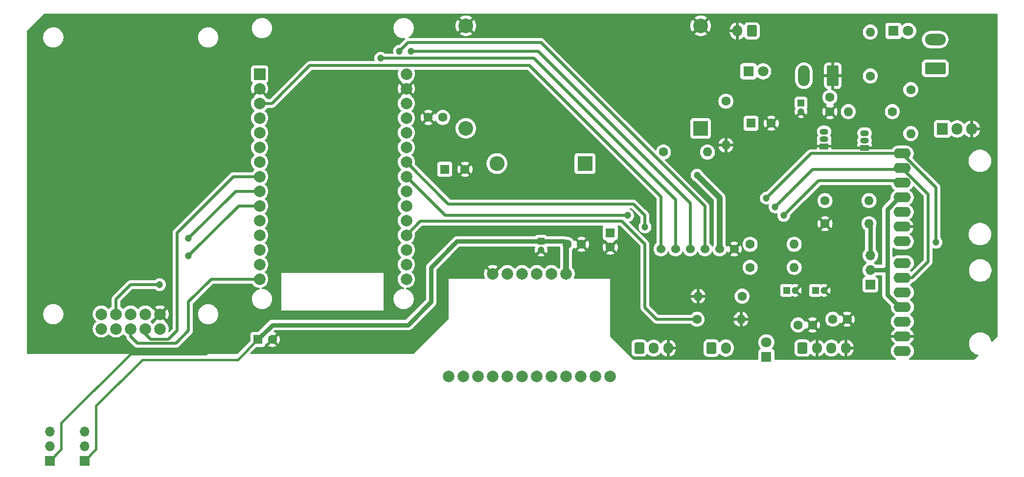
<source format=gbr>
%TF.GenerationSoftware,KiCad,Pcbnew,8.0.4*%
%TF.CreationDate,2024-10-16T11:02:59-05:00*%
%TF.ProjectId,touchboard,746f7563-6862-46f6-9172-642e6b696361,rev?*%
%TF.SameCoordinates,Original*%
%TF.FileFunction,Copper,L2,Bot*%
%TF.FilePolarity,Positive*%
%FSLAX46Y46*%
G04 Gerber Fmt 4.6, Leading zero omitted, Abs format (unit mm)*
G04 Created by KiCad (PCBNEW 8.0.4) date 2024-10-16 11:02:59*
%MOMM*%
%LPD*%
G01*
G04 APERTURE LIST*
G04 Aperture macros list*
%AMRoundRect*
0 Rectangle with rounded corners*
0 $1 Rounding radius*
0 $2 $3 $4 $5 $6 $7 $8 $9 X,Y pos of 4 corners*
0 Add a 4 corners polygon primitive as box body*
4,1,4,$2,$3,$4,$5,$6,$7,$8,$9,$2,$3,0*
0 Add four circle primitives for the rounded corners*
1,1,$1+$1,$2,$3*
1,1,$1+$1,$4,$5*
1,1,$1+$1,$6,$7*
1,1,$1+$1,$8,$9*
0 Add four rect primitives between the rounded corners*
20,1,$1+$1,$2,$3,$4,$5,0*
20,1,$1+$1,$4,$5,$6,$7,0*
20,1,$1+$1,$6,$7,$8,$9,0*
20,1,$1+$1,$8,$9,$2,$3,0*%
G04 Aperture macros list end*
%TA.AperFunction,ComponentPad*%
%ADD10C,2.000000*%
%TD*%
%TA.AperFunction,ComponentPad*%
%ADD11C,1.600000*%
%TD*%
%TA.AperFunction,ComponentPad*%
%ADD12O,1.600000X1.600000*%
%TD*%
%TA.AperFunction,ComponentPad*%
%ADD13R,1.200000X1.200000*%
%TD*%
%TA.AperFunction,ComponentPad*%
%ADD14C,1.200000*%
%TD*%
%TA.AperFunction,ComponentPad*%
%ADD15R,1.905000X2.000000*%
%TD*%
%TA.AperFunction,ComponentPad*%
%ADD16O,1.905000X2.000000*%
%TD*%
%TA.AperFunction,ComponentPad*%
%ADD17R,1.600000X1.600000*%
%TD*%
%TA.AperFunction,ComponentPad*%
%ADD18RoundRect,0.250000X0.600000X0.750000X-0.600000X0.750000X-0.600000X-0.750000X0.600000X-0.750000X0*%
%TD*%
%TA.AperFunction,ComponentPad*%
%ADD19O,1.700000X2.000000*%
%TD*%
%TA.AperFunction,ComponentPad*%
%ADD20R,1.700000X1.700000*%
%TD*%
%TA.AperFunction,ComponentPad*%
%ADD21O,1.700000X1.700000*%
%TD*%
%TA.AperFunction,ComponentPad*%
%ADD22R,2.000000X2.000000*%
%TD*%
%TA.AperFunction,ComponentPad*%
%ADD23RoundRect,0.250000X-0.600000X-0.725000X0.600000X-0.725000X0.600000X0.725000X-0.600000X0.725000X0*%
%TD*%
%TA.AperFunction,ComponentPad*%
%ADD24O,1.700000X1.950000*%
%TD*%
%TA.AperFunction,ComponentPad*%
%ADD25R,2.540000X2.540000*%
%TD*%
%TA.AperFunction,ComponentPad*%
%ADD26C,2.540000*%
%TD*%
%TA.AperFunction,ComponentPad*%
%ADD27C,1.524000*%
%TD*%
%TA.AperFunction,ComponentPad*%
%ADD28RoundRect,0.250000X1.550000X-0.750000X1.550000X0.750000X-1.550000X0.750000X-1.550000X-0.750000X0*%
%TD*%
%TA.AperFunction,ComponentPad*%
%ADD29O,3.600000X2.000000*%
%TD*%
%TA.AperFunction,ComponentPad*%
%ADD30O,3.000000X1.750000*%
%TD*%
%TA.AperFunction,ComponentPad*%
%ADD31RoundRect,0.250000X0.750000X1.550000X-0.750000X1.550000X-0.750000X-1.550000X0.750000X-1.550000X0*%
%TD*%
%TA.AperFunction,ComponentPad*%
%ADD32O,2.000000X3.600000*%
%TD*%
%TA.AperFunction,ComponentPad*%
%ADD33R,1.800000X1.800000*%
%TD*%
%TA.AperFunction,ComponentPad*%
%ADD34C,1.800000*%
%TD*%
%TA.AperFunction,ComponentPad*%
%ADD35RoundRect,0.250000X-0.600000X-0.750000X0.600000X-0.750000X0.600000X0.750000X-0.600000X0.750000X0*%
%TD*%
%TA.AperFunction,ComponentPad*%
%ADD36R,1.500000X1.050000*%
%TD*%
%TA.AperFunction,ComponentPad*%
%ADD37O,1.500000X1.050000*%
%TD*%
%TA.AperFunction,ComponentPad*%
%ADD38R,2.600000X2.600000*%
%TD*%
%TA.AperFunction,ComponentPad*%
%ADD39O,2.600000X2.600000*%
%TD*%
%TA.AperFunction,ViaPad*%
%ADD40C,1.200000*%
%TD*%
%TA.AperFunction,ViaPad*%
%ADD41C,0.600000*%
%TD*%
%TA.AperFunction,Conductor*%
%ADD42C,0.500000*%
%TD*%
%TA.AperFunction,Conductor*%
%ADD43C,1.000000*%
%TD*%
%TA.AperFunction,Conductor*%
%ADD44C,0.400000*%
%TD*%
%TA.AperFunction,Conductor*%
%ADD45C,0.800000*%
%TD*%
G04 APERTURE END LIST*
D10*
%TO.P,U6,1,CLKOUT*%
%TO.N,unconnected-(U6-CLKOUT-Pad1)*%
X54920000Y-97670000D03*
%TO.P,U6,2,WOL*%
%TO.N,unconnected-(U6-WOL-Pad2)*%
X57460000Y-97670000D03*
%TO.P,U6,3,MOSI*%
%TO.N,VSPI_MOSI*%
X60000000Y-97670000D03*
%TO.P,U6,4,CS*%
%TO.N,VSPI_CS*%
X62540000Y-97670000D03*
%TO.P,U6,5,VCC*%
%TO.N,+3.3V*%
X65080000Y-97670000D03*
%TO.P,U6,6,INT*%
%TO.N,unconnected-(U6-INT-Pad6)*%
X54920000Y-95130000D03*
%TO.P,U6,7,MISO*%
%TO.N,VSPI_MISO*%
X57460000Y-95130000D03*
%TO.P,U6,8,SCK*%
%TO.N,VSPI_CLK*%
X60000000Y-95130000D03*
%TO.P,U6,9,RESET*%
%TO.N,unconnected-(U6-RESET-Pad9)*%
X62540000Y-95130000D03*
%TO.P,U6,10,GND*%
%TO.N,GND*%
X65080000Y-95130000D03*
%TD*%
%TO.P,U1,1,3V3*%
%TO.N,+3.3V*%
X135350000Y-88110000D03*
%TO.P,U1,2,IRQ*%
%TO.N,unconnected-(U1-IRQ-Pad2)*%
X132810000Y-88110000D03*
%TO.P,U1,3,SCL*%
%TO.N,I2C_SCL*%
X130270000Y-88110000D03*
%TO.P,U1,4,SDA*%
%TO.N,I2C_SDA*%
X127730000Y-88110000D03*
%TO.P,U1,5,ADD*%
%TO.N,I2C_ADD*%
X125190000Y-88110000D03*
%TO.P,U1,6,GND*%
%TO.N,GND*%
X122650000Y-88110000D03*
%TO.P,U1,7,ELE0*%
%TO.N,ELE0*%
X115030000Y-105890000D03*
%TO.P,U1,8,ELE1*%
%TO.N,ELE1*%
X117570000Y-105890000D03*
%TO.P,U1,9,ELE2*%
%TO.N,ELE2*%
X120110000Y-105890000D03*
%TO.P,U1,10,ELE3*%
%TO.N,ELE3*%
X122650000Y-105890000D03*
%TO.P,U1,11,ELE4*%
%TO.N,ELE4*%
X125190000Y-105890000D03*
%TO.P,U1,12,ELE5*%
%TO.N,ELE5*%
X127730000Y-105890000D03*
%TO.P,U1,13,ELE6*%
%TO.N,ELE6*%
X130270000Y-105890000D03*
%TO.P,U1,14,ELE7*%
%TO.N,ELE7*%
X132810000Y-105890000D03*
%TO.P,U1,15,ELE8*%
%TO.N,ELE8*%
X135350000Y-105890000D03*
%TO.P,U1,16,ELE9*%
%TO.N,ELE9*%
X137890000Y-105890000D03*
%TO.P,U1,17,ELE10*%
%TO.N,ELE10*%
X140430000Y-105890000D03*
%TO.P,U1,18,ELE11*%
%TO.N,ELE11*%
X142970000Y-105890000D03*
%TD*%
D11*
%TO.P,R3,1*%
%TO.N,+12V*%
X191810000Y-60000000D03*
D12*
%TO.P,R3,2*%
%TO.N,Net-(Q1-C)*%
X184190000Y-60000000D03*
%TD*%
D13*
%TO.P,C4,1*%
%TO.N,+12V*%
X176000000Y-58500000D03*
D14*
%TO.P,C4,2*%
%TO.N,GND*%
X176000000Y-60000000D03*
%TD*%
D11*
%TO.P,C35,1*%
%TO.N,+3.3V*%
X135500000Y-83000000D03*
%TO.P,C35,2*%
%TO.N,GND*%
X138000000Y-83000000D03*
%TD*%
D15*
%TO.P,Q3,1,G*%
%TO.N,Net-(Q2-C)*%
X200460000Y-63000000D03*
D16*
%TO.P,Q3,2,D*%
%TO.N,Net-(J3-Pin_2)*%
X203000000Y-63000000D03*
%TO.P,Q3,3,S*%
%TO.N,GND*%
X205540000Y-63000000D03*
%TD*%
D13*
%TO.P,C8,1*%
%TO.N,Net-(J4-Pin_3)*%
X178500000Y-91000000D03*
D14*
%TO.P,C8,2*%
%TO.N,GND*%
X180000000Y-91000000D03*
%TD*%
D11*
%TO.P,R1,1*%
%TO.N,Net-(D2-K)*%
X163000000Y-58190000D03*
D12*
%TO.P,R1,2*%
%TO.N,GND*%
X163000000Y-65810000D03*
%TD*%
D17*
%TO.P,C1,1*%
%TO.N,+12V*%
X167347349Y-62000000D03*
D11*
%TO.P,C1,2*%
%TO.N,GND*%
X170847349Y-62000000D03*
%TD*%
%TO.P,RG1,1*%
%TO.N,GND*%
X180143000Y-79420000D03*
D12*
%TO.P,RG1,2*%
%TO.N,Net-(JP1-B)*%
X187763000Y-79420000D03*
%TD*%
D17*
%TO.P,C33,1*%
%TO.N,+3.3V*%
X143000000Y-81000000D03*
D11*
%TO.P,C33,2*%
%TO.N,GND*%
X143000000Y-83500000D03*
%TD*%
D18*
%TO.P,J2,1,Pin_1*%
%TO.N,+5V*%
X167500000Y-46000000D03*
D19*
%TO.P,J2,2,Pin_2*%
%TO.N,GND*%
X165000000Y-46000000D03*
%TD*%
D20*
%TO.P,JP1,1,A*%
%TO.N,+5V*%
X188000000Y-90000000D03*
D21*
%TO.P,JP1,2,C*%
%TO.N,GAIN*%
X188000000Y-87460000D03*
%TO.P,JP1,3,B*%
%TO.N,Net-(JP1-B)*%
X188000000Y-84920000D03*
%TD*%
D11*
%TO.P,R2,1*%
%TO.N,LED_PWM1*%
X152190000Y-67000000D03*
D12*
%TO.P,R2,2*%
%TO.N,Net-(Q1-B)*%
X159810000Y-67000000D03*
%TD*%
D22*
%TO.P,U3,1,3V3*%
%TO.N,+3.3V*%
X82300000Y-53485000D03*
D10*
%TO.P,U3,2,GND*%
%TO.N,GND*%
X82300000Y-56025000D03*
%TO.P,U3,3,D15*%
%TO.N,HSPI_CS*%
X82300000Y-58565000D03*
%TO.P,U3,4,D2*%
%TO.N,STATUS_LED*%
X82300000Y-61105000D03*
%TO.P,U3,5,D4*%
%TO.N,LED_PWM1*%
X82300000Y-63645000D03*
%TO.P,U3,6,RX2*%
%TO.N,unconnected-(U3-RX2-Pad6)*%
X82300000Y-66185000D03*
%TO.P,U3,7,TX2*%
%TO.N,unconnected-(U3-TX2-Pad7)*%
X82300000Y-68725000D03*
%TO.P,U3,8,D5*%
%TO.N,VSPI_CS*%
X82300000Y-71265000D03*
%TO.P,U3,9,D18*%
%TO.N,VSPI_CLK*%
X82300000Y-73805000D03*
%TO.P,U3,10,D19*%
%TO.N,VSPI_MISO*%
X82300000Y-76345000D03*
%TO.P,U3,11,D21*%
%TO.N,I2C_SDA*%
X82300000Y-78885000D03*
%TO.P,U3,12,RX0*%
%TO.N,unconnected-(U3-RX0-Pad12)*%
X82300000Y-81425000D03*
%TO.P,U3,13,TX0*%
%TO.N,unconnected-(U3-TX0-Pad13)*%
X82300000Y-83965000D03*
%TO.P,U3,14,D22*%
%TO.N,I2C_SCL*%
X82300000Y-86505000D03*
%TO.P,U3,15,D23*%
%TO.N,VSPI_MOSI*%
X82300000Y-89045000D03*
%TO.P,U3,16,EN*%
%TO.N,unconnected-(U3-EN-Pad16)*%
X107700000Y-89045000D03*
%TO.P,U3,17,VP*%
%TO.N,unconnected-(U3-VP-Pad17)*%
X107700000Y-86505000D03*
%TO.P,U3,18,VN*%
%TO.N,unconnected-(U3-VN-Pad18)*%
X107700000Y-83965000D03*
%TO.P,U3,19,D34*%
%TO.N,BTN1*%
X107700000Y-81425000D03*
%TO.P,U3,20,D35*%
%TO.N,POT_GAIN*%
X107700000Y-78885000D03*
%TO.P,U3,21,D32*%
%TO.N,BCLK*%
X107700000Y-76345000D03*
%TO.P,U3,22,D33*%
%TO.N,LRC*%
X107700000Y-73805000D03*
%TO.P,U3,23,D25*%
%TO.N,DAC1*%
X107700000Y-71265000D03*
%TO.P,U3,24,D26*%
%TO.N,DAC2*%
X107700000Y-68725000D03*
%TO.P,U3,25,D27*%
%TO.N,DIN*%
X107700000Y-66185000D03*
%TO.P,U3,26,D14*%
%TO.N,HSPI_CLK*%
X107700000Y-63645000D03*
%TO.P,U3,27,D12*%
%TO.N,HSPI_MISO*%
X107700000Y-61105000D03*
%TO.P,U3,28,D13*%
%TO.N,HSPI_MOSI*%
X107700000Y-58565000D03*
%TO.P,U3,29,GND*%
%TO.N,GND*%
X107700000Y-56025000D03*
%TO.P,U3,30,VIN*%
%TO.N,+5V*%
X107700000Y-53485000D03*
%TD*%
D11*
%TO.P,R6,1*%
%TO.N,BTN1*%
X158000000Y-96000000D03*
D12*
%TO.P,R6,2*%
%TO.N,GND*%
X165620000Y-96000000D03*
%TD*%
D23*
%TO.P,J4,1,Pin_1*%
%TO.N,Net-(J4-Pin_1)*%
X176250000Y-101000000D03*
D24*
%TO.P,J4,2,Pin_2*%
%TO.N,GND*%
X178750000Y-101000000D03*
%TO.P,J4,3,Pin_3*%
%TO.N,Net-(J4-Pin_3)*%
X181250000Y-101000000D03*
%TO.P,J4,4,Pin_4*%
%TO.N,GND*%
X183750000Y-101000000D03*
%TD*%
D25*
%TO.P,U2,1,Vin*%
%TO.N,+12V*%
X158640000Y-62890000D03*
D26*
%TO.P,U2,2,GND*%
%TO.N,GND*%
X158640000Y-45110000D03*
%TO.P,U2,3,GND*%
X118000000Y-45110000D03*
%TO.P,U2,4,Vout*%
%TO.N,Net-(D1-A)*%
X118000000Y-62890000D03*
%TD*%
D27*
%TO.P,U7,1,CS*%
%TO.N,HSPI_CS*%
X151750000Y-83825000D03*
%TO.P,U7,2,SCK*%
%TO.N,HSPI_CLK*%
X154290000Y-83825000D03*
%TO.P,U7,3,MOSI*%
%TO.N,HSPI_MOSI*%
X156830000Y-83825000D03*
%TO.P,U7,4,MISO*%
%TO.N,HSPI_MISO*%
X159370000Y-83825000D03*
%TO.P,U7,5,VCC*%
%TO.N,+5V*%
X161910000Y-83825000D03*
%TO.P,U7,6,GND*%
%TO.N,GND*%
X164450000Y-83825000D03*
%TD*%
D28*
%TO.P,J3,1,Pin_1*%
%TO.N,+12V*%
X199222500Y-52500000D03*
D29*
%TO.P,J3,2,Pin_2*%
%TO.N,Net-(J3-Pin_2)*%
X199222500Y-47500000D03*
%TD*%
D11*
%TO.P,R8,1*%
%TO.N,DAC2*%
X167190000Y-83000000D03*
D12*
%TO.P,R8,2*%
%TO.N,Net-(J4-Pin_3)*%
X174810000Y-83000000D03*
%TD*%
D11*
%TO.P,RSD1,1*%
%TO.N,+5V*%
X180143000Y-75420000D03*
D12*
%TO.P,RSD1,2*%
%TO.N,Net-(U4-~{SD_MODE})*%
X187763000Y-75420000D03*
%TD*%
D11*
%TO.P,R10,1*%
%TO.N,Net-(D3-K)*%
X165810000Y-92000000D03*
D12*
%TO.P,R10,2*%
%TO.N,GND*%
X158190000Y-92000000D03*
%TD*%
D30*
%TO.P,U4,1,Vin*%
%TO.N,+5V*%
X193499000Y-82500000D03*
%TO.P,U4,2,GND*%
%TO.N,GND*%
X193499000Y-79960000D03*
%TO.P,U4,3,~{SD_MODE}*%
%TO.N,Net-(U4-~{SD_MODE})*%
X193499000Y-77420000D03*
%TO.P,U4,4,GAIN*%
%TO.N,GAIN*%
X193499000Y-74880000D03*
%TO.P,U4,5,DIN*%
%TO.N,DIN*%
X193499000Y-72340000D03*
%TO.P,U4,6,BCLK*%
%TO.N,BCLK*%
X193499000Y-69800000D03*
%TO.P,U4,7,LRC*%
%TO.N,LRC*%
X193499000Y-67260000D03*
%TD*%
%TO.P,U5,1,Vin*%
%TO.N,+5V*%
X193546000Y-101500000D03*
%TO.P,U5,2,GND*%
%TO.N,GND*%
X193546000Y-98960000D03*
%TO.P,U5,3,~{SD_MODE}*%
%TO.N,+5V*%
X193546000Y-96420000D03*
%TO.P,U5,4,GAIN*%
%TO.N,GAIN*%
X193546000Y-93880000D03*
%TO.P,U5,5,DIN*%
%TO.N,DIN*%
X193546000Y-91340000D03*
%TO.P,U5,6,BCLK*%
%TO.N,BCLK*%
X193546000Y-88800000D03*
%TO.P,U5,7,LRC*%
%TO.N,LRC*%
X193546000Y-86260000D03*
%TD*%
D11*
%TO.P,C9,1*%
%TO.N,Net-(J4-Pin_3)*%
X181500000Y-96000000D03*
%TO.P,C9,2*%
%TO.N,GND*%
X184000000Y-96000000D03*
%TD*%
D31*
%TO.P,J1,1,Pin_1*%
%TO.N,GND*%
X181500000Y-53777500D03*
D32*
%TO.P,J1,2,Pin_2*%
%TO.N,+12V*%
X176500000Y-53777500D03*
%TD*%
D33*
%TO.P,D3,1,K*%
%TO.N,Net-(D3-K)*%
X170000000Y-102540000D03*
D34*
%TO.P,D3,2,A*%
%TO.N,BTN1*%
X170000000Y-100000000D03*
%TD*%
D13*
%TO.P,C34,1*%
%TO.N,+3.3V*%
X131000000Y-82500000D03*
D14*
%TO.P,C34,2*%
%TO.N,GND*%
X131000000Y-84000000D03*
%TD*%
D33*
%TO.P,D4,1,K*%
%TO.N,Net-(D4-K)*%
X192000000Y-46000000D03*
D34*
%TO.P,D4,2,A*%
%TO.N,+12V*%
X194540000Y-46000000D03*
%TD*%
D35*
%TO.P,J8,1,Pin_1*%
%TO.N,BTN1*%
X160500000Y-101000000D03*
D19*
%TO.P,J8,2,Pin_2*%
%TO.N,+3.3V*%
X163000000Y-101000000D03*
%TD*%
D11*
%TO.P,R4,1*%
%TO.N,+12V*%
X195000000Y-56190000D03*
D12*
%TO.P,R4,2*%
%TO.N,Net-(Q2-C)*%
X195000000Y-63810000D03*
%TD*%
D17*
%TO.P,C32,1*%
%TO.N,+3.3V*%
X82000000Y-99500000D03*
D11*
%TO.P,C32,2*%
%TO.N,GND*%
X84500000Y-99500000D03*
%TD*%
%TO.P,C2,1*%
%TO.N,+5V*%
X114000000Y-61000000D03*
%TO.P,C2,2*%
%TO.N,GND*%
X111500000Y-61000000D03*
%TD*%
D36*
%TO.P,Q2,1,E*%
%TO.N,GND*%
X187000000Y-66270000D03*
D37*
%TO.P,Q2,2,B*%
%TO.N,Net-(Q1-C)*%
X187000000Y-65000000D03*
%TO.P,Q2,3,C*%
%TO.N,Net-(Q2-C)*%
X187000000Y-63730000D03*
%TD*%
D17*
%TO.P,C3,1*%
%TO.N,+5V*%
X114347349Y-70000000D03*
D11*
%TO.P,C3,2*%
%TO.N,GND*%
X117847349Y-70000000D03*
%TD*%
%TO.P,C7,1*%
%TO.N,Net-(J4-Pin_1)*%
X175500000Y-97000000D03*
%TO.P,C7,2*%
%TO.N,GND*%
X178000000Y-97000000D03*
%TD*%
D20*
%TO.P,JP3,1,A*%
%TO.N,+3.3V*%
X52000000Y-120540000D03*
D21*
%TO.P,JP3,2,C*%
%TO.N,SVCC*%
X52000000Y-118000000D03*
%TO.P,JP3,3,B*%
%TO.N,unconnected-(JP3-B-Pad3)*%
X52000000Y-115460000D03*
%TD*%
D38*
%TO.P,D1,1,K*%
%TO.N,+5V*%
X138620000Y-69000000D03*
D39*
%TO.P,D1,2,A*%
%TO.N,Net-(D1-A)*%
X123380000Y-69000000D03*
%TD*%
D11*
%TO.P,C5,1*%
%TO.N,+12V*%
X181000000Y-57500000D03*
%TO.P,C5,2*%
%TO.N,GND*%
X181000000Y-60000000D03*
%TD*%
%TO.P,R7,1*%
%TO.N,DAC1*%
X167190000Y-87000000D03*
D12*
%TO.P,R7,2*%
%TO.N,Net-(J4-Pin_1)*%
X174810000Y-87000000D03*
%TD*%
D11*
%TO.P,R5,1*%
%TO.N,Net-(J3-Pin_2)*%
X188000000Y-53810000D03*
D12*
%TO.P,R5,2*%
%TO.N,Net-(D4-K)*%
X188000000Y-46190000D03*
%TD*%
D13*
%TO.P,C6,1*%
%TO.N,Net-(J4-Pin_1)*%
X173500000Y-91000000D03*
D14*
%TO.P,C6,2*%
%TO.N,GND*%
X175000000Y-91000000D03*
%TD*%
D33*
%TO.P,D2,1,K*%
%TO.N,Net-(D2-K)*%
X166905000Y-53000000D03*
D34*
%TO.P,D2,2,A*%
%TO.N,+5V*%
X169445000Y-53000000D03*
%TD*%
D20*
%TO.P,JP2,1,A*%
%TO.N,GND*%
X46000000Y-120540000D03*
D21*
%TO.P,JP2,2,C*%
%TO.N,SGND*%
X46000000Y-118000000D03*
%TO.P,JP2,3,B*%
%TO.N,unconnected-(JP2-B-Pad3)*%
X46000000Y-115460000D03*
%TD*%
D23*
%TO.P,J5,1,Pin_1*%
%TO.N,+3.3V*%
X148000000Y-101000000D03*
D24*
%TO.P,J5,2,Pin_2*%
%TO.N,POT_GAIN*%
X150500000Y-101000000D03*
%TO.P,J5,3,Pin_3*%
%TO.N,GND*%
X153000000Y-101000000D03*
%TD*%
D36*
%TO.P,Q1,1,E*%
%TO.N,GND*%
X180000000Y-66000000D03*
D37*
%TO.P,Q1,2,B*%
%TO.N,Net-(Q1-B)*%
X180000000Y-64730000D03*
%TO.P,Q1,3,C*%
%TO.N,Net-(Q1-C)*%
X180000000Y-63460000D03*
%TD*%
D40*
%TO.N,GND*%
X174000000Y-68000000D03*
X189490227Y-73589515D03*
X44000000Y-50000000D03*
X76000000Y-92000000D03*
X72000000Y-74000000D03*
X151000000Y-60000000D03*
X102000000Y-45000000D03*
X107000000Y-100000000D03*
X198000000Y-68000000D03*
X50000000Y-97000000D03*
X196000000Y-84000000D03*
X145000000Y-88000000D03*
X122000000Y-59000000D03*
X117000000Y-86000000D03*
X153427717Y-87867390D03*
X208000000Y-58000000D03*
X50000000Y-45000000D03*
X44000000Y-70000000D03*
X79000000Y-69000000D03*
X79000000Y-45000000D03*
X198000000Y-45000000D03*
X208000000Y-75000000D03*
X172000000Y-48000000D03*
X145000000Y-96000000D03*
X198000000Y-58000000D03*
X111000000Y-82000000D03*
D41*
X191000000Y-95000000D03*
D40*
X44000000Y-92000000D03*
X87000000Y-85000000D03*
X201000000Y-102000000D03*
%TO.N,HSPI_CLK*%
X103273657Y-50726343D03*
%TO.N,HSPI_MOSI*%
X108505110Y-49494890D03*
%TO.N,VSPI_CLK*%
X70000000Y-82000000D03*
%TO.N,HSPI_MISO*%
X106500000Y-49500000D03*
%TO.N,VSPI_MISO*%
X65000000Y-90000000D03*
X70000000Y-85000000D03*
%TO.N,DIN*%
X173000000Y-78000000D03*
%TO.N,BCLK*%
X171500000Y-76500000D03*
%TO.N,LRC*%
X199352288Y-82647712D03*
X170000000Y-75000000D03*
%TO.N,+5V*%
X158000000Y-71000000D03*
%TO.N,DAC1*%
X146000000Y-78000000D03*
%TO.N,DAC2*%
X149000000Y-80000000D03*
%TD*%
D42*
%TO.N,DIN*%
X192659000Y-72000000D02*
X192999000Y-72340000D01*
X179000000Y-72000000D02*
X192659000Y-72000000D01*
X173000000Y-78000000D02*
X179000000Y-72000000D01*
%TO.N,DAC2*%
X114975000Y-76000000D02*
X107700000Y-68725000D01*
X149000000Y-78000000D02*
X147000000Y-76000000D01*
X149000000Y-80000000D02*
X149000000Y-78000000D01*
X147000000Y-76000000D02*
X114975000Y-76000000D01*
D43*
%TO.N,+5V*%
X158000000Y-71000000D02*
X161910000Y-74910000D01*
X161910000Y-74910000D02*
X161910000Y-83825000D01*
D42*
%TO.N,HSPI_CLK*%
X154290000Y-75290000D02*
X154290000Y-83825000D01*
X129726343Y-50726343D02*
X154290000Y-75290000D01*
X103273657Y-50726343D02*
X129726343Y-50726343D01*
%TO.N,HSPI_MOSI*%
X156830000Y-75830000D02*
X156830000Y-83825000D01*
X130494890Y-49494890D02*
X156830000Y-75830000D01*
X108505110Y-49494890D02*
X130494890Y-49494890D01*
%TO.N,HSPI_MISO*%
X159370000Y-76385075D02*
X159370000Y-83825000D01*
X130984925Y-48000000D02*
X159370000Y-76385075D01*
X108000000Y-48000000D02*
X130984925Y-48000000D01*
X106500000Y-49500000D02*
X108000000Y-48000000D01*
%TO.N,LRC*%
X193457833Y-67260000D02*
X192999000Y-67260000D01*
X199352288Y-73154455D02*
X193457833Y-67260000D01*
X199352288Y-82647712D02*
X199352288Y-73154455D01*
D44*
%TO.N,GND*%
X76000000Y-99000000D02*
X76000000Y-92000000D01*
X73000000Y-102000000D02*
X76000000Y-99000000D01*
X60000000Y-102000000D02*
X73000000Y-102000000D01*
X48000000Y-114000000D02*
X60000000Y-102000000D01*
X46000000Y-120540000D02*
X48000000Y-118540000D01*
X48000000Y-118540000D02*
X48000000Y-114000000D01*
%TO.N,+3.3V*%
X78500000Y-103000000D02*
X82000000Y-99500000D01*
X54000000Y-111000000D02*
X62000000Y-103000000D01*
X54000000Y-118540000D02*
X54000000Y-111000000D01*
X62000000Y-103000000D02*
X78500000Y-103000000D01*
X52000000Y-120540000D02*
X54000000Y-118540000D01*
D45*
%TO.N,GAIN*%
X190953000Y-76926000D02*
X192999000Y-74880000D01*
X192999000Y-74880000D02*
X192999000Y-75220000D01*
X188000000Y-87460000D02*
X190493000Y-87460000D01*
X190493000Y-87460000D02*
X190953000Y-87000000D01*
X190953000Y-87000000D02*
X190953000Y-91787000D01*
X190953000Y-87000000D02*
X190953000Y-76926000D01*
X190953000Y-91787000D02*
X193046000Y-93880000D01*
%TO.N,+3.3V*%
X131000000Y-82500000D02*
X135000000Y-82500000D01*
X112000000Y-87000000D02*
X112000000Y-93000000D01*
X131000000Y-82500000D02*
X116500000Y-82500000D01*
X84500000Y-97000000D02*
X82000000Y-99500000D01*
X135000000Y-82500000D02*
X135500000Y-83000000D01*
D43*
X135500000Y-83000000D02*
X135350000Y-83150000D01*
D45*
X108000000Y-97000000D02*
X84500000Y-97000000D01*
X112000000Y-93000000D02*
X108000000Y-97000000D01*
X116500000Y-82500000D02*
X112000000Y-87000000D01*
D43*
X135350000Y-83150000D02*
X135350000Y-88110000D01*
D42*
%TO.N,VSPI_CS*%
X62540000Y-98540000D02*
X63465560Y-99465560D01*
X77735000Y-71265000D02*
X82300000Y-71265000D01*
X68000000Y-81000000D02*
X77735000Y-71265000D01*
X66534440Y-99465560D02*
X68000000Y-98000000D01*
X63465560Y-99465560D02*
X66534440Y-99465560D01*
X62540000Y-97670000D02*
X62540000Y-98540000D01*
X68000000Y-98000000D02*
X68000000Y-81000000D01*
%TO.N,VSPI_MOSI*%
X70000000Y-98000000D02*
X70000000Y-93000000D01*
X70000000Y-93000000D02*
X73955000Y-89045000D01*
X61165560Y-100165560D02*
X67834440Y-100165560D01*
X60000000Y-99000000D02*
X61165560Y-100165560D01*
X67834440Y-100165560D02*
X70000000Y-98000000D01*
X73955000Y-89045000D02*
X82300000Y-89045000D01*
X60000000Y-97670000D02*
X60000000Y-99000000D01*
%TO.N,HSPI_CS*%
X84435000Y-58565000D02*
X82300000Y-58565000D01*
X151750000Y-83825000D02*
X151750000Y-74750000D01*
X129000000Y-52000000D02*
X91000000Y-52000000D01*
X91000000Y-52000000D02*
X84435000Y-58565000D01*
X151750000Y-74750000D02*
X129000000Y-52000000D01*
%TO.N,VSPI_CLK*%
X82300000Y-73805000D02*
X78195000Y-73805000D01*
X78195000Y-73805000D02*
X70000000Y-82000000D01*
%TO.N,VSPI_MISO*%
X65000000Y-90000000D02*
X60000000Y-90000000D01*
X78655000Y-76345000D02*
X70000000Y-85000000D01*
X57460000Y-92540000D02*
X57460000Y-95130000D01*
X60000000Y-90000000D02*
X57460000Y-92540000D01*
X82300000Y-76345000D02*
X78655000Y-76345000D01*
%TO.N,DIN*%
X192999000Y-72340000D02*
X192999000Y-72680000D01*
%TO.N,BCLK*%
X192999000Y-69800000D02*
X193457833Y-69800000D01*
X198000000Y-86000000D02*
X195200000Y-88800000D01*
X193457833Y-69800000D02*
X198000000Y-74342167D01*
X195200000Y-88800000D02*
X193046000Y-88800000D01*
X192799000Y-70000000D02*
X192999000Y-69800000D01*
X178000000Y-70000000D02*
X192799000Y-70000000D01*
X171500000Y-76500000D02*
X178000000Y-70000000D01*
X198000000Y-74342167D02*
X198000000Y-86000000D01*
%TO.N,LRC*%
X170000000Y-75000000D02*
X177740000Y-67260000D01*
X177740000Y-67260000D02*
X192659000Y-67260000D01*
X192659000Y-67260000D02*
X192999000Y-67600000D01*
%TO.N,BTN1*%
X151000000Y-96000000D02*
X158000000Y-96000000D01*
X149000000Y-94000000D02*
X151000000Y-96000000D01*
X149000000Y-83000000D02*
X149000000Y-94000000D01*
X110125000Y-79000000D02*
X145000000Y-79000000D01*
X107700000Y-81425000D02*
X110125000Y-79000000D01*
X145000000Y-79000000D02*
X149000000Y-83000000D01*
%TO.N,DAC1*%
X114435000Y-78000000D02*
X107700000Y-71265000D01*
X146000000Y-78000000D02*
X114435000Y-78000000D01*
D45*
%TO.N,Net-(JP1-B)*%
X188000000Y-84920000D02*
X188000000Y-79657000D01*
X188000000Y-79657000D02*
X187763000Y-79420000D01*
X187358000Y-79420000D02*
X187763000Y-79420000D01*
%TD*%
%TA.AperFunction,Conductor*%
%TO.N,GND*%
G36*
X64614075Y-95322993D02*
G01*
X64679901Y-95437007D01*
X64772993Y-95530099D01*
X64887007Y-95595925D01*
X64950590Y-95612962D01*
X64209942Y-96353609D01*
X64211343Y-96376177D01*
X64195850Y-96444307D01*
X64163744Y-96481713D01*
X64060258Y-96562260D01*
X64060256Y-96562261D01*
X64060256Y-96562262D01*
X64041210Y-96582952D01*
X63901230Y-96735010D01*
X63841342Y-96771001D01*
X63771504Y-96768900D01*
X63718770Y-96735010D01*
X63654398Y-96665084D01*
X63559744Y-96562262D01*
X63476991Y-96497852D01*
X63436179Y-96441143D01*
X63432504Y-96371370D01*
X63467136Y-96310687D01*
X63476985Y-96302151D01*
X63559744Y-96237738D01*
X63728164Y-96054785D01*
X63728533Y-96054219D01*
X63728745Y-96054038D01*
X63731322Y-96050729D01*
X63732002Y-96051258D01*
X63781676Y-96008860D01*
X63845138Y-95998697D01*
X63856564Y-95999882D01*
X64597037Y-95259409D01*
X64614075Y-95322993D01*
G37*
%TD.AperFunction*%
%TA.AperFunction,Conductor*%
G36*
X209943039Y-43019685D02*
G01*
X209988794Y-43072489D01*
X210000000Y-43124000D01*
X210000000Y-98948637D01*
X209980315Y-99015676D01*
X209963681Y-99036318D01*
X209131107Y-99868891D01*
X209069784Y-99902376D01*
X209000092Y-99897392D01*
X208944159Y-99855520D01*
X208923653Y-99813308D01*
X208866950Y-99601687D01*
X208851830Y-99565185D01*
X208813646Y-99473000D01*
X208769104Y-99365465D01*
X208769102Y-99365462D01*
X208769100Y-99365457D01*
X208641265Y-99144042D01*
X208641261Y-99144035D01*
X208564403Y-99043872D01*
X208485611Y-98941188D01*
X208485605Y-98941181D01*
X208304818Y-98760394D01*
X208304811Y-98760388D01*
X208101973Y-98604745D01*
X208101971Y-98604743D01*
X208101965Y-98604739D01*
X208101960Y-98604736D01*
X208101957Y-98604734D01*
X207880542Y-98476899D01*
X207880531Y-98476894D01*
X207644322Y-98379053D01*
X207644315Y-98379051D01*
X207644313Y-98379050D01*
X207397340Y-98312874D01*
X207337274Y-98304966D01*
X207143850Y-98279500D01*
X207143843Y-98279500D01*
X206888157Y-98279500D01*
X206888149Y-98279500D01*
X206662826Y-98309165D01*
X206634660Y-98312874D01*
X206387687Y-98379050D01*
X206387677Y-98379053D01*
X206151468Y-98476894D01*
X206151457Y-98476899D01*
X205930042Y-98604734D01*
X205930026Y-98604745D01*
X205727188Y-98760388D01*
X205727181Y-98760394D01*
X205546394Y-98941181D01*
X205546388Y-98941188D01*
X205390745Y-99144026D01*
X205390734Y-99144042D01*
X205262899Y-99365457D01*
X205262894Y-99365468D01*
X205165053Y-99601677D01*
X205165050Y-99601687D01*
X205098874Y-99848660D01*
X205095704Y-99872741D01*
X205065500Y-100102149D01*
X205065500Y-100357850D01*
X205077742Y-100450829D01*
X205098874Y-100611340D01*
X205165050Y-100858312D01*
X205165053Y-100858322D01*
X205262894Y-101094531D01*
X205262899Y-101094542D01*
X205390734Y-101315957D01*
X205390745Y-101315973D01*
X205546388Y-101518811D01*
X205546394Y-101518818D01*
X205727181Y-101699605D01*
X205727187Y-101699610D01*
X205930035Y-101855261D01*
X205943945Y-101863292D01*
X206151457Y-101983100D01*
X206151462Y-101983102D01*
X206151465Y-101983104D01*
X206387687Y-102080950D01*
X206599306Y-102137653D01*
X206658964Y-102174016D01*
X206689493Y-102236863D01*
X206681198Y-102306238D01*
X206654891Y-102345107D01*
X206036319Y-102963681D01*
X205974996Y-102997166D01*
X205948638Y-103000000D01*
X194773382Y-103000000D01*
X194706343Y-102980315D01*
X194660588Y-102927511D01*
X194650644Y-102858353D01*
X194679669Y-102794797D01*
X194717087Y-102765515D01*
X194751246Y-102748109D01*
X194891919Y-102676433D01*
X195067078Y-102549172D01*
X195220172Y-102396078D01*
X195347433Y-102220919D01*
X195445726Y-102028009D01*
X195512630Y-101822097D01*
X195546500Y-101608254D01*
X195546500Y-101391746D01*
X195512630Y-101177903D01*
X195473977Y-101058941D01*
X195445727Y-100971993D01*
X195445726Y-100971990D01*
X195385646Y-100854078D01*
X195347433Y-100779081D01*
X195220172Y-100603922D01*
X195067078Y-100450828D01*
X194900784Y-100330007D01*
X194858120Y-100274679D01*
X194852141Y-100205065D01*
X194884747Y-100143270D01*
X194900786Y-100129373D01*
X195066749Y-100008793D01*
X195066755Y-100008788D01*
X195219788Y-99855755D01*
X195219788Y-99855754D01*
X195347005Y-99680657D01*
X195445263Y-99487817D01*
X195445264Y-99487814D01*
X195512142Y-99281983D01*
X195512142Y-99281980D01*
X195523543Y-99210000D01*
X193479012Y-99210000D01*
X193511925Y-99152993D01*
X193546000Y-99025826D01*
X193546000Y-98894174D01*
X193511925Y-98767007D01*
X193479012Y-98710000D01*
X195523543Y-98710000D01*
X195512142Y-98638019D01*
X195512142Y-98638016D01*
X195445264Y-98432185D01*
X195445263Y-98432182D01*
X195347005Y-98239342D01*
X195219788Y-98064245D01*
X195219788Y-98064244D01*
X195066755Y-97911211D01*
X194900785Y-97790626D01*
X194858120Y-97735296D01*
X194852141Y-97665682D01*
X194884747Y-97603887D01*
X194900780Y-97589994D01*
X195067078Y-97469172D01*
X195220172Y-97316078D01*
X195347433Y-97140919D01*
X195445726Y-96948009D01*
X195512630Y-96742097D01*
X195546500Y-96528254D01*
X195546500Y-96311746D01*
X195512630Y-96097903D01*
X195479178Y-95994947D01*
X195445727Y-95891993D01*
X195445726Y-95891990D01*
X195385469Y-95773730D01*
X195347433Y-95699081D01*
X195220172Y-95523922D01*
X195067078Y-95370828D01*
X194901208Y-95250316D01*
X194858545Y-95194988D01*
X194852566Y-95125375D01*
X194885172Y-95063580D01*
X194901205Y-95049686D01*
X195067078Y-94929172D01*
X195220172Y-94776078D01*
X195347433Y-94600919D01*
X195445726Y-94408009D01*
X195512630Y-94202097D01*
X195546500Y-93988254D01*
X195546500Y-93771746D01*
X195512630Y-93557903D01*
X195454664Y-93379500D01*
X195445727Y-93351993D01*
X195445726Y-93351990D01*
X195381908Y-93226741D01*
X195347433Y-93159081D01*
X195220172Y-92983922D01*
X195067078Y-92830828D01*
X194901208Y-92710316D01*
X194858545Y-92654988D01*
X194852566Y-92585375D01*
X194885172Y-92523580D01*
X194901205Y-92509686D01*
X195067078Y-92389172D01*
X195220172Y-92236078D01*
X195347433Y-92060919D01*
X195445726Y-91868009D01*
X195512630Y-91662097D01*
X195546500Y-91448254D01*
X195546500Y-91231746D01*
X195512630Y-91017903D01*
X195473629Y-90897870D01*
X195445727Y-90811993D01*
X195445726Y-90811990D01*
X195383600Y-90690063D01*
X195347433Y-90619081D01*
X195220172Y-90443922D01*
X195067078Y-90290828D01*
X194901208Y-90170316D01*
X194858545Y-90114988D01*
X194852566Y-90045375D01*
X194885172Y-89983580D01*
X194901205Y-89969686D01*
X195067078Y-89849172D01*
X195220172Y-89696078D01*
X195306202Y-89577667D01*
X195361531Y-89535001D01*
X195382322Y-89528936D01*
X195418913Y-89521658D01*
X195555495Y-89465084D01*
X195604729Y-89432186D01*
X195678416Y-89382952D01*
X197659219Y-87402149D01*
X205065500Y-87402149D01*
X205065500Y-87657850D01*
X205085689Y-87811191D01*
X205098874Y-87911340D01*
X205157616Y-88130567D01*
X205165050Y-88158312D01*
X205165053Y-88158322D01*
X205262894Y-88394531D01*
X205262899Y-88394542D01*
X205390734Y-88615957D01*
X205390745Y-88615973D01*
X205546388Y-88818811D01*
X205546394Y-88818818D01*
X205727181Y-88999605D01*
X205727187Y-88999610D01*
X205930035Y-89155261D01*
X205930042Y-89155265D01*
X206151457Y-89283100D01*
X206151462Y-89283102D01*
X206151465Y-89283104D01*
X206276541Y-89334912D01*
X206362395Y-89370474D01*
X206387687Y-89380950D01*
X206634660Y-89447126D01*
X206888157Y-89480500D01*
X206888164Y-89480500D01*
X207143836Y-89480500D01*
X207143843Y-89480500D01*
X207397340Y-89447126D01*
X207644313Y-89380950D01*
X207880535Y-89283104D01*
X208101965Y-89155261D01*
X208304813Y-88999610D01*
X208485610Y-88818813D01*
X208641261Y-88615965D01*
X208769104Y-88394535D01*
X208866950Y-88158313D01*
X208933126Y-87911340D01*
X208966500Y-87657843D01*
X208966500Y-87402157D01*
X208933126Y-87148660D01*
X208866950Y-86901687D01*
X208860613Y-86886389D01*
X208798873Y-86737334D01*
X208769104Y-86665465D01*
X208769102Y-86665462D01*
X208769100Y-86665457D01*
X208641265Y-86444042D01*
X208641261Y-86444035D01*
X208524274Y-86291575D01*
X208485611Y-86241188D01*
X208485605Y-86241181D01*
X208304818Y-86060394D01*
X208304811Y-86060388D01*
X208101973Y-85904745D01*
X208101971Y-85904743D01*
X208101965Y-85904739D01*
X208101960Y-85904736D01*
X208101957Y-85904734D01*
X207880542Y-85776899D01*
X207880531Y-85776894D01*
X207644322Y-85679053D01*
X207644315Y-85679051D01*
X207644313Y-85679050D01*
X207397340Y-85612874D01*
X207341007Y-85605457D01*
X207143850Y-85579500D01*
X207143843Y-85579500D01*
X206888157Y-85579500D01*
X206888149Y-85579500D01*
X206662826Y-85609165D01*
X206634660Y-85612874D01*
X206541747Y-85637770D01*
X206387687Y-85679050D01*
X206387677Y-85679053D01*
X206151468Y-85776894D01*
X206151457Y-85776899D01*
X205930042Y-85904734D01*
X205930026Y-85904745D01*
X205727188Y-86060388D01*
X205727181Y-86060394D01*
X205546394Y-86241181D01*
X205546388Y-86241188D01*
X205390745Y-86444026D01*
X205390734Y-86444042D01*
X205262899Y-86665457D01*
X205262894Y-86665468D01*
X205165053Y-86901677D01*
X205165051Y-86901683D01*
X205165050Y-86901687D01*
X205103646Y-87130851D01*
X205098874Y-87148661D01*
X205065500Y-87402149D01*
X197659219Y-87402149D01*
X198582952Y-86478416D01*
X198632186Y-86404729D01*
X198665084Y-86355495D01*
X198721658Y-86218913D01*
X198736758Y-86143002D01*
X198750500Y-86073920D01*
X198750500Y-83775792D01*
X198770185Y-83708753D01*
X198822989Y-83662998D01*
X198892147Y-83653054D01*
X198919294Y-83660166D01*
X199022119Y-83700000D01*
X199049832Y-83710736D01*
X199250312Y-83748212D01*
X199250314Y-83748212D01*
X199454262Y-83748212D01*
X199454264Y-83748212D01*
X199654744Y-83710736D01*
X199844925Y-83637060D01*
X200018329Y-83529693D01*
X200169052Y-83392291D01*
X200291961Y-83229533D01*
X200382870Y-83046962D01*
X200438685Y-82850795D01*
X200457503Y-82647712D01*
X200452817Y-82597146D01*
X200438685Y-82444629D01*
X200425773Y-82399250D01*
X200382870Y-82248462D01*
X200380547Y-82243797D01*
X200306222Y-82094531D01*
X200291961Y-82065891D01*
X200169052Y-81903133D01*
X200143248Y-81879609D01*
X200106968Y-81819897D01*
X200102788Y-81787973D01*
X200102788Y-81102149D01*
X205018500Y-81102149D01*
X205018500Y-81357850D01*
X205042804Y-81542451D01*
X205051874Y-81611340D01*
X205118050Y-81858312D01*
X205118053Y-81858322D01*
X205215894Y-82094531D01*
X205215899Y-82094542D01*
X205343734Y-82315957D01*
X205343745Y-82315973D01*
X205499388Y-82518811D01*
X205499394Y-82518818D01*
X205680181Y-82699605D01*
X205680188Y-82699611D01*
X205776352Y-82773400D01*
X205883035Y-82855261D01*
X205883042Y-82855265D01*
X206104457Y-82983100D01*
X206104462Y-82983102D01*
X206104465Y-82983104D01*
X206253426Y-83044805D01*
X206297409Y-83063024D01*
X206340687Y-83080950D01*
X206587660Y-83147126D01*
X206829760Y-83178999D01*
X206836751Y-83179920D01*
X206841157Y-83180500D01*
X206841164Y-83180500D01*
X207096836Y-83180500D01*
X207096843Y-83180500D01*
X207350340Y-83147126D01*
X207597313Y-83080950D01*
X207833535Y-82983104D01*
X208054965Y-82855261D01*
X208257813Y-82699610D01*
X208438610Y-82518813D01*
X208594261Y-82315965D01*
X208722104Y-82094535D01*
X208819950Y-81858313D01*
X208886126Y-81611340D01*
X208919500Y-81357843D01*
X208919500Y-81102157D01*
X208886126Y-80848660D01*
X208819950Y-80601687D01*
X208722104Y-80365465D01*
X208722102Y-80365462D01*
X208722100Y-80365457D01*
X208598934Y-80152129D01*
X208594261Y-80144035D01*
X208451254Y-79957665D01*
X208438611Y-79941188D01*
X208438605Y-79941181D01*
X208257818Y-79760394D01*
X208257811Y-79760388D01*
X208054973Y-79604745D01*
X208054971Y-79604743D01*
X208054965Y-79604739D01*
X208054960Y-79604736D01*
X208054957Y-79604734D01*
X207833542Y-79476899D01*
X207833531Y-79476894D01*
X207597322Y-79379053D01*
X207597315Y-79379051D01*
X207597313Y-79379050D01*
X207350340Y-79312874D01*
X207294007Y-79305457D01*
X207096850Y-79279500D01*
X207096843Y-79279500D01*
X206841157Y-79279500D01*
X206841149Y-79279500D01*
X206615826Y-79309165D01*
X206587660Y-79312874D01*
X206518856Y-79331310D01*
X206340687Y-79379050D01*
X206340677Y-79379053D01*
X206104468Y-79476894D01*
X206104457Y-79476899D01*
X205883042Y-79604734D01*
X205883026Y-79604745D01*
X205680188Y-79760388D01*
X205680181Y-79760394D01*
X205499394Y-79941181D01*
X205499388Y-79941188D01*
X205343745Y-80144026D01*
X205343734Y-80144042D01*
X205215899Y-80365457D01*
X205215894Y-80365468D01*
X205118053Y-80601677D01*
X205118050Y-80601687D01*
X205069982Y-80781082D01*
X205051874Y-80848661D01*
X205018500Y-81102149D01*
X200102788Y-81102149D01*
X200102788Y-73080534D01*
X200073947Y-72935547D01*
X200073946Y-72935546D01*
X200073946Y-72935542D01*
X200073944Y-72935537D01*
X200017375Y-72798966D01*
X200017368Y-72798953D01*
X199935240Y-72676040D01*
X199883513Y-72624313D01*
X199830704Y-72571504D01*
X197599415Y-70340215D01*
X195661350Y-68402149D01*
X205018500Y-68402149D01*
X205018500Y-68657850D01*
X205042805Y-68842452D01*
X205051874Y-68911340D01*
X205116393Y-69152128D01*
X205118050Y-69158312D01*
X205118053Y-69158322D01*
X205215894Y-69394531D01*
X205215899Y-69394542D01*
X205343734Y-69615957D01*
X205343745Y-69615973D01*
X205499388Y-69818811D01*
X205499394Y-69818818D01*
X205680181Y-69999605D01*
X205680188Y-69999611D01*
X205749324Y-70052661D01*
X205883035Y-70155261D01*
X205883042Y-70155265D01*
X206104457Y-70283100D01*
X206104462Y-70283102D01*
X206104465Y-70283104D01*
X206253426Y-70344805D01*
X206320868Y-70372741D01*
X206340687Y-70380950D01*
X206587660Y-70447126D01*
X206841157Y-70480500D01*
X206841164Y-70480500D01*
X207096836Y-70480500D01*
X207096843Y-70480500D01*
X207350340Y-70447126D01*
X207597313Y-70380950D01*
X207833535Y-70283104D01*
X208054965Y-70155261D01*
X208257813Y-69999610D01*
X208438610Y-69818813D01*
X208594261Y-69615965D01*
X208722104Y-69394535D01*
X208819950Y-69158313D01*
X208886126Y-68911340D01*
X208919500Y-68657843D01*
X208919500Y-68402157D01*
X208886126Y-68148660D01*
X208819950Y-67901687D01*
X208722104Y-67665465D01*
X208722102Y-67665462D01*
X208722100Y-67665457D01*
X208594265Y-67444042D01*
X208594261Y-67444035D01*
X208516315Y-67342454D01*
X208438611Y-67241188D01*
X208438605Y-67241181D01*
X208257818Y-67060394D01*
X208257811Y-67060388D01*
X208054973Y-66904745D01*
X208054971Y-66904743D01*
X208054965Y-66904739D01*
X208054960Y-66904736D01*
X208054957Y-66904734D01*
X207833542Y-66776899D01*
X207833531Y-66776894D01*
X207597322Y-66679053D01*
X207597315Y-66679051D01*
X207597313Y-66679050D01*
X207350340Y-66612874D01*
X207294007Y-66605457D01*
X207096850Y-66579500D01*
X207096843Y-66579500D01*
X206841157Y-66579500D01*
X206841149Y-66579500D01*
X206615826Y-66609165D01*
X206587660Y-66612874D01*
X206359978Y-66673881D01*
X206340687Y-66679050D01*
X206340677Y-66679053D01*
X206104468Y-66776894D01*
X206104457Y-66776899D01*
X205883042Y-66904734D01*
X205883026Y-66904745D01*
X205680188Y-67060388D01*
X205680181Y-67060394D01*
X205499394Y-67241181D01*
X205499388Y-67241188D01*
X205343745Y-67444026D01*
X205343734Y-67444042D01*
X205215899Y-67665457D01*
X205215894Y-67665468D01*
X205118053Y-67901677D01*
X205118050Y-67901687D01*
X205051874Y-68148661D01*
X205018500Y-68402149D01*
X195661350Y-68402149D01*
X195343779Y-68084578D01*
X195310294Y-68023255D01*
X195315278Y-67953563D01*
X195320976Y-67940602D01*
X195398721Y-67788019D01*
X195398727Y-67788006D01*
X195442679Y-67652734D01*
X195465630Y-67582097D01*
X195499500Y-67368254D01*
X195499500Y-67151746D01*
X195465630Y-66937903D01*
X195423961Y-66809657D01*
X195398727Y-66731993D01*
X195398726Y-66731990D01*
X195341380Y-66619444D01*
X195300433Y-66539081D01*
X195173172Y-66363922D01*
X195020078Y-66210828D01*
X194844919Y-66083567D01*
X194652009Y-65985273D01*
X194652006Y-65985272D01*
X194446098Y-65918370D01*
X194298547Y-65895000D01*
X194232254Y-65884500D01*
X192765746Y-65884500D01*
X192699453Y-65895000D01*
X192551901Y-65918370D01*
X192345993Y-65985272D01*
X192345990Y-65985273D01*
X192153080Y-66083567D01*
X192068877Y-66144745D01*
X191977922Y-66210828D01*
X191977920Y-66210830D01*
X191977919Y-66210830D01*
X191824830Y-66363919D01*
X191824830Y-66363920D01*
X191824828Y-66363922D01*
X191774770Y-66432821D01*
X191756196Y-66458386D01*
X191700866Y-66501051D01*
X191655878Y-66509500D01*
X187290830Y-66509500D01*
X187300075Y-66500255D01*
X187349444Y-66414745D01*
X187375000Y-66319370D01*
X187375000Y-66220630D01*
X187349444Y-66125255D01*
X187300075Y-66039745D01*
X187285830Y-66025500D01*
X187326004Y-66025500D01*
X187326004Y-66025499D01*
X187339473Y-66022820D01*
X187341674Y-66022383D01*
X187365866Y-66020000D01*
X188250000Y-66020000D01*
X188250000Y-65697172D01*
X188249999Y-65697155D01*
X188243598Y-65637627D01*
X188243596Y-65637620D01*
X188193354Y-65502913D01*
X188193353Y-65502911D01*
X188192745Y-65502099D01*
X188192390Y-65501148D01*
X188189103Y-65495128D01*
X188189968Y-65494655D01*
X188168329Y-65436634D01*
X188177452Y-65380338D01*
X188211091Y-65299127D01*
X188250500Y-65101003D01*
X188250500Y-64898997D01*
X188211091Y-64700873D01*
X188133786Y-64514244D01*
X188080094Y-64433889D01*
X188059217Y-64367214D01*
X188077701Y-64299834D01*
X188080078Y-64296134D01*
X188133786Y-64215756D01*
X188211091Y-64029127D01*
X188250500Y-63831003D01*
X188250500Y-63809998D01*
X193694532Y-63809998D01*
X193694532Y-63810001D01*
X193714364Y-64036686D01*
X193714366Y-64036697D01*
X193773258Y-64256488D01*
X193773261Y-64256497D01*
X193869431Y-64462732D01*
X193869432Y-64462734D01*
X193999954Y-64649141D01*
X194160858Y-64810045D01*
X194190791Y-64831004D01*
X194347266Y-64940568D01*
X194553504Y-65036739D01*
X194773308Y-65095635D01*
X194935230Y-65109801D01*
X194999998Y-65115468D01*
X195000000Y-65115468D01*
X195000002Y-65115468D01*
X195058670Y-65110335D01*
X195226692Y-65095635D01*
X195446496Y-65036739D01*
X195652734Y-64940568D01*
X195839139Y-64810047D01*
X196000047Y-64649139D01*
X196130568Y-64462734D01*
X196226739Y-64256496D01*
X196285635Y-64036692D01*
X196303630Y-63831004D01*
X196305468Y-63810001D01*
X196305468Y-63809998D01*
X196285635Y-63583313D01*
X196285635Y-63583308D01*
X196226739Y-63363504D01*
X196130568Y-63157266D01*
X196000047Y-62970861D01*
X196000045Y-62970858D01*
X195839141Y-62809954D01*
X195652734Y-62679432D01*
X195652732Y-62679431D01*
X195446497Y-62583261D01*
X195446488Y-62583258D01*
X195226697Y-62524366D01*
X195226693Y-62524365D01*
X195226692Y-62524365D01*
X195226691Y-62524364D01*
X195226686Y-62524364D01*
X195000002Y-62504532D01*
X194999998Y-62504532D01*
X194773313Y-62524364D01*
X194773302Y-62524366D01*
X194553511Y-62583258D01*
X194553502Y-62583261D01*
X194347267Y-62679431D01*
X194347265Y-62679432D01*
X194160858Y-62809954D01*
X193999954Y-62970858D01*
X193869432Y-63157265D01*
X193869431Y-63157267D01*
X193773261Y-63363502D01*
X193773258Y-63363511D01*
X193714366Y-63583302D01*
X193714364Y-63583313D01*
X193694532Y-63809998D01*
X188250500Y-63809998D01*
X188250500Y-63628997D01*
X188211091Y-63430873D01*
X188133786Y-63244244D01*
X188133784Y-63244241D01*
X188133782Y-63244237D01*
X188021558Y-63076281D01*
X187878718Y-62933441D01*
X187710762Y-62821217D01*
X187710752Y-62821212D01*
X187524127Y-62743909D01*
X187524119Y-62743907D01*
X187326007Y-62704500D01*
X187326003Y-62704500D01*
X186673997Y-62704500D01*
X186673992Y-62704500D01*
X186475880Y-62743907D01*
X186475872Y-62743909D01*
X186289247Y-62821212D01*
X186289237Y-62821217D01*
X186121281Y-62933441D01*
X185978441Y-63076281D01*
X185866217Y-63244237D01*
X185866212Y-63244247D01*
X185788909Y-63430872D01*
X185788907Y-63430880D01*
X185749500Y-63628992D01*
X185749500Y-63831007D01*
X185788907Y-64029119D01*
X185788909Y-64029127D01*
X185866213Y-64215755D01*
X185919904Y-64296109D01*
X185940782Y-64362787D01*
X185922297Y-64430167D01*
X185919904Y-64433891D01*
X185866213Y-64514244D01*
X185788909Y-64700872D01*
X185788907Y-64700880D01*
X185749500Y-64898992D01*
X185749500Y-65101007D01*
X185788907Y-65299119D01*
X185788910Y-65299131D01*
X185822547Y-65380338D01*
X185830016Y-65449807D01*
X185810405Y-65494864D01*
X185810895Y-65495132D01*
X185807910Y-65500596D01*
X185807260Y-65502092D01*
X185806646Y-65502911D01*
X185806645Y-65502913D01*
X185756403Y-65637620D01*
X185756401Y-65637627D01*
X185750000Y-65697155D01*
X185750000Y-66020000D01*
X186634134Y-66020000D01*
X186658326Y-66022383D01*
X186661123Y-66022939D01*
X186673995Y-66025499D01*
X186673996Y-66025500D01*
X186673997Y-66025500D01*
X186714170Y-66025500D01*
X186699925Y-66039745D01*
X186650556Y-66125255D01*
X186625000Y-66220630D01*
X186625000Y-66319370D01*
X186650556Y-66414745D01*
X186699925Y-66500255D01*
X186709170Y-66509500D01*
X181374000Y-66509500D01*
X181306961Y-66489815D01*
X181261206Y-66437011D01*
X181250000Y-66385500D01*
X181250000Y-66250000D01*
X180280330Y-66250000D01*
X180300075Y-66230255D01*
X180349444Y-66144745D01*
X180375000Y-66049370D01*
X180375000Y-65950630D01*
X180349444Y-65855255D01*
X180300075Y-65769745D01*
X180285830Y-65755500D01*
X180326004Y-65755500D01*
X180326004Y-65755499D01*
X180339473Y-65752820D01*
X180341674Y-65752383D01*
X180365866Y-65750000D01*
X181250000Y-65750000D01*
X181250000Y-65427172D01*
X181249999Y-65427155D01*
X181243598Y-65367627D01*
X181243596Y-65367620D01*
X181193354Y-65232913D01*
X181193353Y-65232911D01*
X181192745Y-65232099D01*
X181192390Y-65231148D01*
X181189103Y-65225128D01*
X181189968Y-65224655D01*
X181168329Y-65166634D01*
X181177452Y-65110338D01*
X181211091Y-65029127D01*
X181250500Y-64831003D01*
X181250500Y-64628997D01*
X181211091Y-64430873D01*
X181143412Y-64267482D01*
X181133787Y-64244246D01*
X181132510Y-64242335D01*
X181080094Y-64163889D01*
X181059217Y-64097214D01*
X181077701Y-64029834D01*
X181080078Y-64026134D01*
X181133786Y-63945756D01*
X181211091Y-63759127D01*
X181250500Y-63561003D01*
X181250500Y-63358997D01*
X181211091Y-63160873D01*
X181133786Y-62974244D01*
X181133784Y-62974241D01*
X181133782Y-62974237D01*
X181021558Y-62806281D01*
X180878718Y-62663441D01*
X180710762Y-62551217D01*
X180710752Y-62551212D01*
X180524127Y-62473909D01*
X180524119Y-62473907D01*
X180326007Y-62434500D01*
X180326003Y-62434500D01*
X179673997Y-62434500D01*
X179673992Y-62434500D01*
X179475880Y-62473907D01*
X179475872Y-62473909D01*
X179289247Y-62551212D01*
X179289237Y-62551217D01*
X179121281Y-62663441D01*
X178978441Y-62806281D01*
X178866217Y-62974237D01*
X178866212Y-62974247D01*
X178788909Y-63160872D01*
X178788907Y-63160880D01*
X178749500Y-63358992D01*
X178749500Y-63561007D01*
X178788907Y-63759119D01*
X178788909Y-63759127D01*
X178866213Y-63945755D01*
X178919904Y-64026109D01*
X178940782Y-64092787D01*
X178922297Y-64160167D01*
X178919904Y-64163891D01*
X178866213Y-64244244D01*
X178788909Y-64430872D01*
X178788907Y-64430880D01*
X178749500Y-64628992D01*
X178749500Y-64831007D01*
X178788907Y-65029119D01*
X178788910Y-65029131D01*
X178822547Y-65110338D01*
X178830016Y-65179807D01*
X178810405Y-65224864D01*
X178810895Y-65225132D01*
X178807910Y-65230596D01*
X178807260Y-65232092D01*
X178806646Y-65232911D01*
X178806645Y-65232913D01*
X178756403Y-65367620D01*
X178756401Y-65367627D01*
X178750000Y-65427155D01*
X178750000Y-65750000D01*
X179634134Y-65750000D01*
X179658326Y-65752383D01*
X179661123Y-65752939D01*
X179673995Y-65755499D01*
X179673996Y-65755500D01*
X179673997Y-65755500D01*
X179714170Y-65755500D01*
X179699925Y-65769745D01*
X179650556Y-65855255D01*
X179625000Y-65950630D01*
X179625000Y-66049370D01*
X179650556Y-66144745D01*
X179699925Y-66230255D01*
X179719670Y-66250000D01*
X178750000Y-66250000D01*
X178750000Y-66385500D01*
X178730315Y-66452539D01*
X178677511Y-66498294D01*
X178626000Y-66509500D01*
X177666080Y-66509500D01*
X177521092Y-66538340D01*
X177521082Y-66538343D01*
X177384511Y-66594912D01*
X177384504Y-66594916D01*
X177366629Y-66606860D01*
X177357630Y-66612873D01*
X177357629Y-66612873D01*
X177261585Y-66677046D01*
X177261578Y-66677052D01*
X170075451Y-73863181D01*
X170014128Y-73896666D01*
X169987770Y-73899500D01*
X169898024Y-73899500D01*
X169697544Y-73936976D01*
X169697541Y-73936976D01*
X169697541Y-73936977D01*
X169507364Y-74010651D01*
X169507357Y-74010655D01*
X169333960Y-74118017D01*
X169333958Y-74118019D01*
X169183237Y-74255418D01*
X169060327Y-74418178D01*
X168969422Y-74600739D01*
X168969417Y-74600752D01*
X168913602Y-74796917D01*
X168894785Y-74999999D01*
X168894785Y-75000000D01*
X168913602Y-75203082D01*
X168969417Y-75399247D01*
X168969422Y-75399260D01*
X169060327Y-75581821D01*
X169183237Y-75744581D01*
X169333958Y-75881980D01*
X169333960Y-75881982D01*
X169373815Y-75906659D01*
X169507363Y-75989348D01*
X169697544Y-76063024D01*
X169898024Y-76100500D01*
X169898026Y-76100500D01*
X170101974Y-76100500D01*
X170101976Y-76100500D01*
X170293279Y-76064739D01*
X170362792Y-76071770D01*
X170417471Y-76115268D01*
X170439953Y-76181421D01*
X170435328Y-76220563D01*
X170413602Y-76296917D01*
X170394785Y-76499999D01*
X170394785Y-76500000D01*
X170413602Y-76703082D01*
X170469417Y-76899247D01*
X170469422Y-76899260D01*
X170560327Y-77081821D01*
X170683237Y-77244581D01*
X170833958Y-77381980D01*
X170833960Y-77381982D01*
X170890596Y-77417049D01*
X171007363Y-77489348D01*
X171197544Y-77563024D01*
X171398024Y-77600500D01*
X171398026Y-77600500D01*
X171601974Y-77600500D01*
X171601976Y-77600500D01*
X171793279Y-77564739D01*
X171862792Y-77571770D01*
X171917471Y-77615268D01*
X171939953Y-77681421D01*
X171935328Y-77720563D01*
X171913602Y-77796917D01*
X171894785Y-77999999D01*
X171894785Y-78000000D01*
X171913602Y-78203082D01*
X171969417Y-78399247D01*
X171969422Y-78399260D01*
X172060327Y-78581821D01*
X172183237Y-78744581D01*
X172333958Y-78881980D01*
X172333960Y-78881982D01*
X172381167Y-78911211D01*
X172507363Y-78989348D01*
X172697544Y-79063024D01*
X172898024Y-79100500D01*
X172898026Y-79100500D01*
X173101974Y-79100500D01*
X173101976Y-79100500D01*
X173302456Y-79063024D01*
X173492637Y-78989348D01*
X173666041Y-78881981D01*
X173816764Y-78744579D01*
X173939673Y-78581821D01*
X174030582Y-78399250D01*
X174086397Y-78203083D01*
X174105215Y-78000000D01*
X174105214Y-77999999D01*
X174105562Y-77996254D01*
X174131348Y-77931317D01*
X174141344Y-77920022D01*
X176641368Y-75419998D01*
X178837532Y-75419998D01*
X178837532Y-75420001D01*
X178857364Y-75646686D01*
X178857366Y-75646697D01*
X178916258Y-75866488D01*
X178916261Y-75866497D01*
X179012431Y-76072732D01*
X179012432Y-76072734D01*
X179142954Y-76259141D01*
X179303858Y-76420045D01*
X179303861Y-76420047D01*
X179490266Y-76550568D01*
X179696504Y-76646739D01*
X179916308Y-76705635D01*
X180078230Y-76719801D01*
X180142998Y-76725468D01*
X180143000Y-76725468D01*
X180143002Y-76725468D01*
X180199673Y-76720509D01*
X180369692Y-76705635D01*
X180589496Y-76646739D01*
X180795734Y-76550568D01*
X180982139Y-76420047D01*
X181143047Y-76259139D01*
X181273568Y-76072734D01*
X181369739Y-75866496D01*
X181428635Y-75646692D01*
X181448468Y-75420000D01*
X181448468Y-75419998D01*
X186457532Y-75419998D01*
X186457532Y-75420001D01*
X186477364Y-75646686D01*
X186477366Y-75646697D01*
X186536258Y-75866488D01*
X186536261Y-75866497D01*
X186632431Y-76072732D01*
X186632432Y-76072734D01*
X186762954Y-76259141D01*
X186923858Y-76420045D01*
X186923861Y-76420047D01*
X187110266Y-76550568D01*
X187316504Y-76646739D01*
X187536308Y-76705635D01*
X187698230Y-76719801D01*
X187762998Y-76725468D01*
X187763000Y-76725468D01*
X187763002Y-76725468D01*
X187819673Y-76720509D01*
X187989692Y-76705635D01*
X188209496Y-76646739D01*
X188415734Y-76550568D01*
X188602139Y-76420047D01*
X188763047Y-76259139D01*
X188893568Y-76072734D01*
X188989739Y-75866496D01*
X189048635Y-75646692D01*
X189068468Y-75420000D01*
X189066674Y-75399500D01*
X189058627Y-75307517D01*
X189048635Y-75193308D01*
X188993691Y-74988253D01*
X188989741Y-74973511D01*
X188989738Y-74973502D01*
X188937384Y-74861230D01*
X188893568Y-74767266D01*
X188763047Y-74580861D01*
X188763045Y-74580858D01*
X188602141Y-74419954D01*
X188415734Y-74289432D01*
X188415732Y-74289431D01*
X188209497Y-74193261D01*
X188209488Y-74193258D01*
X187989697Y-74134366D01*
X187989693Y-74134365D01*
X187989692Y-74134365D01*
X187989691Y-74134364D01*
X187989686Y-74134364D01*
X187763002Y-74114532D01*
X187762998Y-74114532D01*
X187536313Y-74134364D01*
X187536302Y-74134366D01*
X187316511Y-74193258D01*
X187316502Y-74193261D01*
X187110267Y-74289431D01*
X187110265Y-74289432D01*
X186923858Y-74419954D01*
X186762954Y-74580858D01*
X186632432Y-74767265D01*
X186632431Y-74767267D01*
X186536261Y-74973502D01*
X186536258Y-74973511D01*
X186477366Y-75193302D01*
X186477364Y-75193313D01*
X186457532Y-75419998D01*
X181448468Y-75419998D01*
X181446674Y-75399500D01*
X181438627Y-75307517D01*
X181428635Y-75193308D01*
X181373691Y-74988253D01*
X181369741Y-74973511D01*
X181369738Y-74973502D01*
X181317384Y-74861230D01*
X181273568Y-74767266D01*
X181143047Y-74580861D01*
X181143045Y-74580858D01*
X180982141Y-74419954D01*
X180795734Y-74289432D01*
X180795732Y-74289431D01*
X180589497Y-74193261D01*
X180589488Y-74193258D01*
X180369697Y-74134366D01*
X180369693Y-74134365D01*
X180369692Y-74134365D01*
X180369691Y-74134364D01*
X180369686Y-74134364D01*
X180143002Y-74114532D01*
X180142998Y-74114532D01*
X179916313Y-74134364D01*
X179916302Y-74134366D01*
X179696511Y-74193258D01*
X179696502Y-74193261D01*
X179490267Y-74289431D01*
X179490265Y-74289432D01*
X179303858Y-74419954D01*
X179142954Y-74580858D01*
X179012432Y-74767265D01*
X179012431Y-74767267D01*
X178916261Y-74973502D01*
X178916258Y-74973511D01*
X178857366Y-75193302D01*
X178857364Y-75193313D01*
X178837532Y-75419998D01*
X176641368Y-75419998D01*
X179274548Y-72786819D01*
X179335871Y-72753334D01*
X179362229Y-72750500D01*
X191471002Y-72750500D01*
X191538041Y-72770185D01*
X191583796Y-72822989D01*
X191588934Y-72836184D01*
X191599274Y-72868010D01*
X191628682Y-72925726D01*
X191697567Y-73060919D01*
X191824828Y-73236078D01*
X191977922Y-73389172D01*
X192082733Y-73465322D01*
X192143789Y-73509682D01*
X192186454Y-73565012D01*
X192192433Y-73634626D01*
X192159827Y-73696421D01*
X192143788Y-73710318D01*
X191977922Y-73830828D01*
X191977920Y-73830830D01*
X191977919Y-73830830D01*
X191824830Y-73983919D01*
X191824830Y-73983920D01*
X191824828Y-73983922D01*
X191804689Y-74011641D01*
X191697567Y-74159080D01*
X191599273Y-74351990D01*
X191599272Y-74351993D01*
X191532370Y-74557901D01*
X191498500Y-74771746D01*
X191498500Y-74988254D01*
X191498499Y-74988254D01*
X191504852Y-75028360D01*
X191495897Y-75097653D01*
X191470060Y-75135438D01*
X190253537Y-76351962D01*
X190253536Y-76351964D01*
X190251177Y-76355495D01*
X190154988Y-76499450D01*
X190154987Y-76499452D01*
X190133815Y-76550567D01*
X190133815Y-76550568D01*
X190088642Y-76659624D01*
X190087105Y-76663334D01*
X190056227Y-76818577D01*
X190055218Y-76823648D01*
X190055216Y-76823654D01*
X190052500Y-76837305D01*
X190052500Y-86435500D01*
X190032815Y-86502539D01*
X189980011Y-86548294D01*
X189928500Y-86559500D01*
X189060758Y-86559500D01*
X188993719Y-86539815D01*
X188973077Y-86523181D01*
X188871402Y-86421506D01*
X188871396Y-86421501D01*
X188685842Y-86291575D01*
X188642217Y-86236998D01*
X188635023Y-86167500D01*
X188666546Y-86105145D01*
X188685842Y-86088425D01*
X188812191Y-85999954D01*
X188871401Y-85958495D01*
X189038495Y-85791401D01*
X189174035Y-85597830D01*
X189273903Y-85383663D01*
X189335063Y-85155408D01*
X189355659Y-84920000D01*
X189353015Y-84889785D01*
X189351539Y-84872918D01*
X189335063Y-84684592D01*
X189273903Y-84456337D01*
X189174035Y-84242171D01*
X189163230Y-84226739D01*
X189038494Y-84048597D01*
X188936819Y-83946922D01*
X188903334Y-83885599D01*
X188900500Y-83859241D01*
X188900500Y-80085358D01*
X188912118Y-80032953D01*
X188989739Y-79866496D01*
X189048635Y-79646692D01*
X189068468Y-79420000D01*
X189048635Y-79193308D01*
X188989739Y-78973504D01*
X188893568Y-78767266D01*
X188763047Y-78580861D01*
X188763045Y-78580858D01*
X188602141Y-78419954D01*
X188415734Y-78289432D01*
X188415732Y-78289431D01*
X188209497Y-78193261D01*
X188209488Y-78193258D01*
X187989697Y-78134366D01*
X187989693Y-78134365D01*
X187989692Y-78134365D01*
X187989691Y-78134364D01*
X187989686Y-78134364D01*
X187763002Y-78114532D01*
X187762998Y-78114532D01*
X187536313Y-78134364D01*
X187536302Y-78134366D01*
X187316511Y-78193258D01*
X187316502Y-78193261D01*
X187110267Y-78289431D01*
X187110265Y-78289432D01*
X186923858Y-78419954D01*
X186762954Y-78580858D01*
X186632432Y-78767265D01*
X186632431Y-78767267D01*
X186536261Y-78973502D01*
X186536258Y-78973511D01*
X186477366Y-79193302D01*
X186477364Y-79193311D01*
X186471998Y-79254643D01*
X186470088Y-79268023D01*
X186457500Y-79331310D01*
X186457500Y-79508695D01*
X186470087Y-79571974D01*
X186471998Y-79585356D01*
X186477364Y-79646687D01*
X186477366Y-79646697D01*
X186536258Y-79866488D01*
X186536261Y-79866497D01*
X186632431Y-80072732D01*
X186632432Y-80072734D01*
X186762954Y-80259141D01*
X186923857Y-80420044D01*
X186923860Y-80420046D01*
X186923861Y-80420047D01*
X187046623Y-80506005D01*
X187090248Y-80560580D01*
X187099500Y-80607579D01*
X187099500Y-83859241D01*
X187079815Y-83926280D01*
X187063181Y-83946922D01*
X186961505Y-84048597D01*
X186825965Y-84242169D01*
X186825964Y-84242171D01*
X186726098Y-84456335D01*
X186726094Y-84456344D01*
X186664938Y-84684586D01*
X186664936Y-84684596D01*
X186644341Y-84919999D01*
X186644341Y-84920000D01*
X186664936Y-85155403D01*
X186664938Y-85155413D01*
X186726094Y-85383655D01*
X186726096Y-85383659D01*
X186726097Y-85383663D01*
X186774200Y-85486820D01*
X186825965Y-85597830D01*
X186825967Y-85597834D01*
X186907563Y-85714364D01*
X186951348Y-85776896D01*
X186961501Y-85791395D01*
X186961506Y-85791402D01*
X187128597Y-85958493D01*
X187128603Y-85958498D01*
X187314158Y-86088425D01*
X187357783Y-86143002D01*
X187364977Y-86212500D01*
X187333454Y-86274855D01*
X187314158Y-86291575D01*
X187128597Y-86421505D01*
X186961505Y-86588597D01*
X186825965Y-86782169D01*
X186825964Y-86782171D01*
X186726098Y-86996335D01*
X186726094Y-86996344D01*
X186664938Y-87224586D01*
X186664936Y-87224596D01*
X186644341Y-87459999D01*
X186644341Y-87460000D01*
X186664936Y-87695403D01*
X186664938Y-87695413D01*
X186726094Y-87923655D01*
X186726096Y-87923659D01*
X186726097Y-87923663D01*
X186812985Y-88109994D01*
X186825965Y-88137830D01*
X186825967Y-88137834D01*
X186888221Y-88226741D01*
X186941613Y-88302993D01*
X186961501Y-88331395D01*
X186961506Y-88331402D01*
X187083430Y-88453326D01*
X187116915Y-88514649D01*
X187111931Y-88584341D01*
X187070059Y-88640274D01*
X187039083Y-88657189D01*
X186907669Y-88706203D01*
X186907664Y-88706206D01*
X186792455Y-88792452D01*
X186792452Y-88792455D01*
X186706206Y-88907664D01*
X186706202Y-88907671D01*
X186655908Y-89042517D01*
X186649501Y-89102116D01*
X186649501Y-89102123D01*
X186649500Y-89102135D01*
X186649500Y-90897870D01*
X186649501Y-90897876D01*
X186655908Y-90957483D01*
X186706202Y-91092328D01*
X186706206Y-91092335D01*
X186792452Y-91207544D01*
X186792455Y-91207547D01*
X186907664Y-91293793D01*
X186907671Y-91293797D01*
X187042517Y-91344091D01*
X187042516Y-91344091D01*
X187049444Y-91344835D01*
X187102127Y-91350500D01*
X188897872Y-91350499D01*
X188957483Y-91344091D01*
X189092331Y-91293796D01*
X189207546Y-91207546D01*
X189293796Y-91092331D01*
X189344091Y-90957483D01*
X189350500Y-90897873D01*
X189350499Y-89102128D01*
X189345299Y-89053757D01*
X189344091Y-89042516D01*
X189293797Y-88907671D01*
X189293793Y-88907664D01*
X189207547Y-88792455D01*
X189207544Y-88792452D01*
X189092335Y-88706206D01*
X189092328Y-88706202D01*
X188960917Y-88657189D01*
X188904983Y-88615318D01*
X188880566Y-88549853D01*
X188895418Y-88481580D01*
X188916567Y-88453328D01*
X188973078Y-88396818D01*
X189034401Y-88363334D01*
X189060758Y-88360500D01*
X189928500Y-88360500D01*
X189995539Y-88380185D01*
X190041294Y-88432989D01*
X190052500Y-88484500D01*
X190052500Y-91875696D01*
X190087103Y-92049658D01*
X190087105Y-92049666D01*
X190108161Y-92100499D01*
X190154985Y-92213544D01*
X190198278Y-92278337D01*
X190198279Y-92278338D01*
X190198282Y-92278342D01*
X190239630Y-92340224D01*
X190253537Y-92361038D01*
X190253538Y-92361039D01*
X191517060Y-93624560D01*
X191550545Y-93685883D01*
X191551852Y-93731635D01*
X191545500Y-93771746D01*
X191545500Y-93988254D01*
X191555018Y-94048349D01*
X191579370Y-94202098D01*
X191646272Y-94408006D01*
X191646273Y-94408009D01*
X191726832Y-94566112D01*
X191744567Y-94600919D01*
X191871828Y-94776078D01*
X192024922Y-94929172D01*
X192122345Y-94999954D01*
X192190789Y-95049682D01*
X192233454Y-95105012D01*
X192239433Y-95174626D01*
X192206827Y-95236421D01*
X192190788Y-95250318D01*
X192024922Y-95370828D01*
X192024920Y-95370830D01*
X192024919Y-95370830D01*
X191871830Y-95523919D01*
X191871830Y-95523920D01*
X191871828Y-95523922D01*
X191850213Y-95553673D01*
X191744567Y-95699080D01*
X191646273Y-95891990D01*
X191646272Y-95891993D01*
X191579370Y-96097901D01*
X191553527Y-96261064D01*
X191545500Y-96311746D01*
X191545500Y-96528254D01*
X191555059Y-96588607D01*
X191579370Y-96742098D01*
X191646272Y-96948006D01*
X191646273Y-96948009D01*
X191713030Y-97079025D01*
X191744567Y-97140919D01*
X191871828Y-97316078D01*
X192024922Y-97469172D01*
X192191215Y-97589991D01*
X192233879Y-97645320D01*
X192239858Y-97714933D01*
X192207252Y-97776728D01*
X192191214Y-97790626D01*
X192025245Y-97911210D01*
X191872211Y-98064244D01*
X191872211Y-98064245D01*
X191744994Y-98239342D01*
X191646736Y-98432182D01*
X191646735Y-98432185D01*
X191579857Y-98638016D01*
X191579857Y-98638019D01*
X191568457Y-98710000D01*
X192612988Y-98710000D01*
X192580075Y-98767007D01*
X192546000Y-98894174D01*
X192546000Y-99025826D01*
X192580075Y-99152993D01*
X192612988Y-99210000D01*
X191568457Y-99210000D01*
X191579857Y-99281980D01*
X191579857Y-99281983D01*
X191646735Y-99487814D01*
X191646736Y-99487817D01*
X191744994Y-99680657D01*
X191872211Y-99855754D01*
X191872211Y-99855755D01*
X192025244Y-100008788D01*
X192191214Y-100129373D01*
X192233879Y-100184703D01*
X192239858Y-100254317D01*
X192207252Y-100316111D01*
X192191214Y-100330009D01*
X192024920Y-100450829D01*
X191871830Y-100603919D01*
X191871830Y-100603920D01*
X191871828Y-100603922D01*
X191832869Y-100657544D01*
X191744567Y-100779080D01*
X191646273Y-100971990D01*
X191646272Y-100971993D01*
X191579370Y-101177901D01*
X191545500Y-101391746D01*
X191545500Y-101608253D01*
X191579370Y-101822098D01*
X191646272Y-102028006D01*
X191646273Y-102028009D01*
X191723773Y-102180109D01*
X191744567Y-102220919D01*
X191871828Y-102396078D01*
X192024922Y-102549172D01*
X192200081Y-102676433D01*
X192317018Y-102736015D01*
X192374913Y-102765515D01*
X192425709Y-102813490D01*
X192442504Y-102881311D01*
X192419966Y-102947446D01*
X192365251Y-102990897D01*
X192318618Y-103000000D01*
X171524500Y-103000000D01*
X171457461Y-102980315D01*
X171411706Y-102927511D01*
X171400500Y-102876000D01*
X171400499Y-101592129D01*
X171400498Y-101592123D01*
X171400497Y-101592116D01*
X171394091Y-101532517D01*
X171369372Y-101466243D01*
X171343797Y-101397671D01*
X171343793Y-101397664D01*
X171257547Y-101282455D01*
X171257544Y-101282452D01*
X171142335Y-101196206D01*
X171142328Y-101196202D01*
X171062094Y-101166277D01*
X171006160Y-101124406D01*
X170981743Y-101058941D01*
X170996595Y-100990668D01*
X171014190Y-100966121D01*
X171108979Y-100863153D01*
X171235924Y-100668849D01*
X171329157Y-100456300D01*
X171386134Y-100231305D01*
X171386244Y-100229981D01*
X171386658Y-100224983D01*
X174899500Y-100224983D01*
X174899500Y-101775001D01*
X174899501Y-101775018D01*
X174910000Y-101877796D01*
X174910001Y-101877799D01*
X174955749Y-102015856D01*
X174965186Y-102044334D01*
X175057288Y-102193656D01*
X175181344Y-102317712D01*
X175330666Y-102409814D01*
X175497203Y-102464999D01*
X175599991Y-102475500D01*
X176900008Y-102475499D01*
X177002797Y-102464999D01*
X177169334Y-102409814D01*
X177318656Y-102317712D01*
X177442712Y-102193656D01*
X177534814Y-102044334D01*
X177534814Y-102044331D01*
X177538448Y-102038441D01*
X177590395Y-101991716D01*
X177659358Y-101980493D01*
X177723440Y-102008336D01*
X177731668Y-102015856D01*
X177870535Y-102154723D01*
X177870540Y-102154727D01*
X178042442Y-102279620D01*
X178231782Y-102376095D01*
X178433871Y-102441757D01*
X178500000Y-102452231D01*
X178500000Y-101404145D01*
X178566657Y-101442630D01*
X178687465Y-101475000D01*
X178812535Y-101475000D01*
X178933343Y-101442630D01*
X179000000Y-101404145D01*
X179000000Y-102452230D01*
X179066126Y-102441757D01*
X179066129Y-102441757D01*
X179268217Y-102376095D01*
X179457557Y-102279620D01*
X179629459Y-102154727D01*
X179629464Y-102154723D01*
X179779721Y-102004466D01*
X179899371Y-101839781D01*
X179954701Y-101797115D01*
X180024314Y-101791136D01*
X180086110Y-101823741D01*
X180100008Y-101839781D01*
X180219890Y-102004785D01*
X180219894Y-102004790D01*
X180370213Y-102155109D01*
X180542179Y-102280048D01*
X180542181Y-102280049D01*
X180542184Y-102280051D01*
X180731588Y-102376557D01*
X180933757Y-102442246D01*
X181143713Y-102475500D01*
X181143714Y-102475500D01*
X181356286Y-102475500D01*
X181356287Y-102475500D01*
X181566243Y-102442246D01*
X181768412Y-102376557D01*
X181957816Y-102280051D01*
X182039205Y-102220919D01*
X182129786Y-102155109D01*
X182129788Y-102155106D01*
X182129792Y-102155104D01*
X182280104Y-102004792D01*
X182399991Y-101839779D01*
X182455320Y-101797115D01*
X182524933Y-101791136D01*
X182586729Y-101823741D01*
X182600627Y-101839781D01*
X182720272Y-102004459D01*
X182720276Y-102004464D01*
X182870535Y-102154723D01*
X182870540Y-102154727D01*
X183042442Y-102279620D01*
X183231782Y-102376095D01*
X183433871Y-102441757D01*
X183500000Y-102452231D01*
X183500000Y-101404145D01*
X183566657Y-101442630D01*
X183687465Y-101475000D01*
X183812535Y-101475000D01*
X183933343Y-101442630D01*
X184000000Y-101404145D01*
X184000000Y-102452230D01*
X184066126Y-102441757D01*
X184066129Y-102441757D01*
X184268217Y-102376095D01*
X184457557Y-102279620D01*
X184629459Y-102154727D01*
X184629464Y-102154723D01*
X184779723Y-102004464D01*
X184779727Y-102004459D01*
X184904620Y-101832557D01*
X185001095Y-101643217D01*
X185066757Y-101441130D01*
X185066757Y-101441127D01*
X185097030Y-101250000D01*
X184154146Y-101250000D01*
X184192630Y-101183343D01*
X184225000Y-101062535D01*
X184225000Y-100937465D01*
X184192630Y-100816657D01*
X184154146Y-100750000D01*
X185097030Y-100750000D01*
X185066757Y-100558872D01*
X185066757Y-100558869D01*
X185001095Y-100356782D01*
X184904620Y-100167442D01*
X184779727Y-99995540D01*
X184779723Y-99995535D01*
X184629464Y-99845276D01*
X184629459Y-99845272D01*
X184457557Y-99720379D01*
X184268215Y-99623903D01*
X184066124Y-99558241D01*
X184000000Y-99547768D01*
X184000000Y-100595854D01*
X183933343Y-100557370D01*
X183812535Y-100525000D01*
X183687465Y-100525000D01*
X183566657Y-100557370D01*
X183500000Y-100595854D01*
X183500000Y-99547768D01*
X183499999Y-99547768D01*
X183433875Y-99558241D01*
X183231784Y-99623903D01*
X183042442Y-99720379D01*
X182870540Y-99845272D01*
X182870535Y-99845276D01*
X182720276Y-99995535D01*
X182720272Y-99995540D01*
X182600627Y-100160218D01*
X182545297Y-100202884D01*
X182475684Y-100208863D01*
X182413889Y-100176257D01*
X182399991Y-100160218D01*
X182280109Y-99995214D01*
X182280105Y-99995209D01*
X182129786Y-99844890D01*
X181957820Y-99719951D01*
X181768414Y-99623444D01*
X181768413Y-99623443D01*
X181768412Y-99623443D01*
X181566243Y-99557754D01*
X181566241Y-99557753D01*
X181566240Y-99557753D01*
X181404957Y-99532208D01*
X181356287Y-99524500D01*
X181143713Y-99524500D01*
X181095042Y-99532208D01*
X180933760Y-99557753D01*
X180731585Y-99623444D01*
X180542179Y-99719951D01*
X180370213Y-99844890D01*
X180219894Y-99995209D01*
X180219890Y-99995214D01*
X180100008Y-100160218D01*
X180044678Y-100202884D01*
X179975065Y-100208863D01*
X179913270Y-100176257D01*
X179899372Y-100160218D01*
X179779727Y-99995540D01*
X179779723Y-99995535D01*
X179629464Y-99845276D01*
X179629459Y-99845272D01*
X179457557Y-99720379D01*
X179268215Y-99623903D01*
X179066124Y-99558241D01*
X179000000Y-99547768D01*
X179000000Y-100595854D01*
X178933343Y-100557370D01*
X178812535Y-100525000D01*
X178687465Y-100525000D01*
X178566657Y-100557370D01*
X178500000Y-100595854D01*
X178500000Y-99547768D01*
X178499999Y-99547768D01*
X178433875Y-99558241D01*
X178231784Y-99623903D01*
X178042442Y-99720379D01*
X177870541Y-99845271D01*
X177731668Y-99984144D01*
X177670345Y-100017628D01*
X177600653Y-100012644D01*
X177544720Y-99970772D01*
X177538448Y-99961558D01*
X177529047Y-99946317D01*
X177442712Y-99806344D01*
X177318656Y-99682288D01*
X177187964Y-99601677D01*
X177169336Y-99590187D01*
X177169331Y-99590185D01*
X177167862Y-99589698D01*
X177002797Y-99535001D01*
X177002795Y-99535000D01*
X176900010Y-99524500D01*
X175599998Y-99524500D01*
X175599981Y-99524501D01*
X175497203Y-99535000D01*
X175497200Y-99535001D01*
X175330668Y-99590185D01*
X175330663Y-99590187D01*
X175181342Y-99682289D01*
X175057289Y-99806342D01*
X174965187Y-99955663D01*
X174965185Y-99955668D01*
X174953083Y-99992190D01*
X174910001Y-100122203D01*
X174910001Y-100122204D01*
X174910000Y-100122204D01*
X174899500Y-100224983D01*
X171386658Y-100224983D01*
X171405300Y-100000006D01*
X171405300Y-99999993D01*
X171386135Y-99768702D01*
X171386133Y-99768691D01*
X171329157Y-99543699D01*
X171235924Y-99331151D01*
X171108983Y-99136852D01*
X171108980Y-99136849D01*
X171108979Y-99136847D01*
X170951784Y-98966087D01*
X170951779Y-98966083D01*
X170951777Y-98966081D01*
X170768634Y-98823535D01*
X170768628Y-98823531D01*
X170564504Y-98713064D01*
X170564495Y-98713061D01*
X170344984Y-98637702D01*
X170173282Y-98609050D01*
X170116049Y-98599500D01*
X169883951Y-98599500D01*
X169838164Y-98607140D01*
X169655015Y-98637702D01*
X169435504Y-98713061D01*
X169435495Y-98713064D01*
X169231371Y-98823531D01*
X169231365Y-98823535D01*
X169048222Y-98966081D01*
X169048219Y-98966084D01*
X168891016Y-99136852D01*
X168764075Y-99331151D01*
X168670842Y-99543699D01*
X168613866Y-99768691D01*
X168613864Y-99768702D01*
X168594700Y-99999993D01*
X168594700Y-100000006D01*
X168613864Y-100231297D01*
X168613866Y-100231308D01*
X168670842Y-100456300D01*
X168764075Y-100668848D01*
X168891016Y-100863147D01*
X168891019Y-100863151D01*
X168891021Y-100863153D01*
X168985803Y-100966114D01*
X169016724Y-101028767D01*
X169008864Y-101098193D01*
X168964716Y-101152348D01*
X168937906Y-101166277D01*
X168857669Y-101196203D01*
X168857664Y-101196206D01*
X168742455Y-101282452D01*
X168742452Y-101282455D01*
X168656206Y-101397664D01*
X168656202Y-101397671D01*
X168605908Y-101532517D01*
X168599501Y-101592116D01*
X168599500Y-101592127D01*
X168599500Y-102500500D01*
X168599501Y-102876000D01*
X168579816Y-102943039D01*
X168527013Y-102988794D01*
X168475501Y-103000000D01*
X147051362Y-103000000D01*
X146984323Y-102980315D01*
X146963681Y-102963681D01*
X144224983Y-100224983D01*
X146649500Y-100224983D01*
X146649500Y-101775001D01*
X146649501Y-101775018D01*
X146660000Y-101877796D01*
X146660001Y-101877799D01*
X146705749Y-102015856D01*
X146715186Y-102044334D01*
X146807288Y-102193656D01*
X146931344Y-102317712D01*
X147080666Y-102409814D01*
X147247203Y-102464999D01*
X147349991Y-102475500D01*
X148650008Y-102475499D01*
X148752797Y-102464999D01*
X148919334Y-102409814D01*
X149068656Y-102317712D01*
X149192712Y-102193656D01*
X149284814Y-102044334D01*
X149284814Y-102044331D01*
X149288178Y-102038879D01*
X149340126Y-101992154D01*
X149409088Y-101980931D01*
X149473170Y-102008774D01*
X149481398Y-102016294D01*
X149620213Y-102155109D01*
X149792179Y-102280048D01*
X149792181Y-102280049D01*
X149792184Y-102280051D01*
X149981588Y-102376557D01*
X150183757Y-102442246D01*
X150393713Y-102475500D01*
X150393714Y-102475500D01*
X150606286Y-102475500D01*
X150606287Y-102475500D01*
X150816243Y-102442246D01*
X151018412Y-102376557D01*
X151207816Y-102280051D01*
X151289205Y-102220919D01*
X151379786Y-102155109D01*
X151379788Y-102155106D01*
X151379792Y-102155104D01*
X151530104Y-102004792D01*
X151649991Y-101839779D01*
X151705320Y-101797115D01*
X151774933Y-101791136D01*
X151836729Y-101823741D01*
X151850627Y-101839781D01*
X151970272Y-102004459D01*
X151970276Y-102004464D01*
X152120535Y-102154723D01*
X152120540Y-102154727D01*
X152292442Y-102279620D01*
X152481782Y-102376095D01*
X152683871Y-102441757D01*
X152750000Y-102452231D01*
X152750000Y-101404145D01*
X152816657Y-101442630D01*
X152937465Y-101475000D01*
X153062535Y-101475000D01*
X153183343Y-101442630D01*
X153250000Y-101404145D01*
X153250000Y-102452230D01*
X153316126Y-102441757D01*
X153316129Y-102441757D01*
X153518217Y-102376095D01*
X153707557Y-102279620D01*
X153879459Y-102154727D01*
X153879464Y-102154723D01*
X154029723Y-102004464D01*
X154029727Y-102004459D01*
X154154620Y-101832557D01*
X154251095Y-101643217D01*
X154316757Y-101441130D01*
X154316757Y-101441127D01*
X154347030Y-101250000D01*
X153404146Y-101250000D01*
X153442630Y-101183343D01*
X153475000Y-101062535D01*
X153475000Y-100937465D01*
X153442630Y-100816657D01*
X153404146Y-100750000D01*
X154347030Y-100750000D01*
X154316757Y-100558872D01*
X154316757Y-100558869D01*
X154251095Y-100356782D01*
X154171201Y-100199983D01*
X159149500Y-100199983D01*
X159149500Y-101800001D01*
X159149501Y-101800018D01*
X159160000Y-101902796D01*
X159160001Y-101902799D01*
X159204949Y-102038441D01*
X159215186Y-102069334D01*
X159307288Y-102218656D01*
X159431344Y-102342712D01*
X159580666Y-102434814D01*
X159747203Y-102489999D01*
X159849991Y-102500500D01*
X161150008Y-102500499D01*
X161252797Y-102489999D01*
X161419334Y-102434814D01*
X161568656Y-102342712D01*
X161692712Y-102218656D01*
X161784814Y-102069334D01*
X161784814Y-102069331D01*
X161788178Y-102063879D01*
X161840126Y-102017154D01*
X161909088Y-102005931D01*
X161973170Y-102033774D01*
X161981398Y-102041294D01*
X162120213Y-102180109D01*
X162292179Y-102305048D01*
X162292181Y-102305049D01*
X162292184Y-102305051D01*
X162481588Y-102401557D01*
X162683757Y-102467246D01*
X162893713Y-102500500D01*
X162893714Y-102500500D01*
X163106286Y-102500500D01*
X163106287Y-102500500D01*
X163316243Y-102467246D01*
X163518412Y-102401557D01*
X163707816Y-102305051D01*
X163742819Y-102279620D01*
X163879786Y-102180109D01*
X163879788Y-102180106D01*
X163879792Y-102180104D01*
X164030104Y-102029792D01*
X164030106Y-102029788D01*
X164030109Y-102029786D01*
X164155048Y-101857820D01*
X164155047Y-101857820D01*
X164155051Y-101857816D01*
X164251557Y-101668412D01*
X164317246Y-101466243D01*
X164350500Y-101256287D01*
X164350500Y-100743713D01*
X164317246Y-100533757D01*
X164251557Y-100331588D01*
X164155051Y-100142184D01*
X164155049Y-100142181D01*
X164155048Y-100142179D01*
X164030109Y-99970213D01*
X163879786Y-99819890D01*
X163707820Y-99694951D01*
X163518414Y-99598444D01*
X163518413Y-99598443D01*
X163518412Y-99598443D01*
X163316243Y-99532754D01*
X163316241Y-99532753D01*
X163316240Y-99532753D01*
X163109456Y-99500002D01*
X163106287Y-99499500D01*
X162893713Y-99499500D01*
X162890544Y-99500002D01*
X162683760Y-99532753D01*
X162481585Y-99598444D01*
X162292179Y-99694951D01*
X162120215Y-99819889D01*
X161981398Y-99958706D01*
X161920075Y-99992190D01*
X161850383Y-99987206D01*
X161794450Y-99945334D01*
X161788178Y-99936120D01*
X161692712Y-99781344D01*
X161568657Y-99657289D01*
X161568656Y-99657288D01*
X161419334Y-99565186D01*
X161252797Y-99510001D01*
X161252795Y-99510000D01*
X161150010Y-99499500D01*
X159849998Y-99499500D01*
X159849981Y-99499501D01*
X159747203Y-99510000D01*
X159747200Y-99510001D01*
X159580668Y-99565185D01*
X159580663Y-99565187D01*
X159431342Y-99657289D01*
X159307289Y-99781342D01*
X159215187Y-99930663D01*
X159215185Y-99930668D01*
X159193689Y-99995540D01*
X159160001Y-100097203D01*
X159160001Y-100097204D01*
X159160000Y-100097204D01*
X159149500Y-100199983D01*
X154171201Y-100199983D01*
X154154620Y-100167442D01*
X154029727Y-99995540D01*
X154029723Y-99995535D01*
X153879464Y-99845276D01*
X153879459Y-99845272D01*
X153707557Y-99720379D01*
X153518215Y-99623903D01*
X153316124Y-99558241D01*
X153250000Y-99547768D01*
X153250000Y-100595854D01*
X153183343Y-100557370D01*
X153062535Y-100525000D01*
X152937465Y-100525000D01*
X152816657Y-100557370D01*
X152750000Y-100595854D01*
X152750000Y-99547768D01*
X152749999Y-99547768D01*
X152683875Y-99558241D01*
X152481784Y-99623903D01*
X152292442Y-99720379D01*
X152120540Y-99845272D01*
X152120535Y-99845276D01*
X151970276Y-99995535D01*
X151970272Y-99995540D01*
X151850627Y-100160218D01*
X151795297Y-100202884D01*
X151725684Y-100208863D01*
X151663889Y-100176257D01*
X151649991Y-100160218D01*
X151530109Y-99995214D01*
X151530105Y-99995209D01*
X151379786Y-99844890D01*
X151207820Y-99719951D01*
X151018414Y-99623444D01*
X151018413Y-99623443D01*
X151018412Y-99623443D01*
X150816243Y-99557754D01*
X150816241Y-99557753D01*
X150816240Y-99557753D01*
X150654957Y-99532208D01*
X150606287Y-99524500D01*
X150393713Y-99524500D01*
X150345042Y-99532208D01*
X150183760Y-99557753D01*
X149981585Y-99623444D01*
X149792179Y-99719951D01*
X149620215Y-99844889D01*
X149481398Y-99983706D01*
X149420075Y-100017190D01*
X149350383Y-100012206D01*
X149294450Y-99970334D01*
X149288178Y-99961120D01*
X149279047Y-99946317D01*
X149192712Y-99806344D01*
X149068656Y-99682288D01*
X148937964Y-99601677D01*
X148919336Y-99590187D01*
X148919331Y-99590185D01*
X148917862Y-99589698D01*
X148752797Y-99535001D01*
X148752795Y-99535000D01*
X148650010Y-99524500D01*
X147349998Y-99524500D01*
X147349981Y-99524501D01*
X147247203Y-99535000D01*
X147247200Y-99535001D01*
X147080668Y-99590185D01*
X147080663Y-99590187D01*
X146931342Y-99682289D01*
X146807289Y-99806342D01*
X146715187Y-99955663D01*
X146715185Y-99955668D01*
X146703083Y-99992190D01*
X146660001Y-100122203D01*
X146660001Y-100122204D01*
X146660000Y-100122204D01*
X146649500Y-100224983D01*
X144224983Y-100224983D01*
X143036319Y-99036319D01*
X143002834Y-98974996D01*
X143000000Y-98948638D01*
X143000000Y-89000000D01*
X136787912Y-89000000D01*
X136720873Y-88980315D01*
X136675118Y-88927511D01*
X136665174Y-88858353D01*
X136674356Y-88826190D01*
X136774063Y-88598881D01*
X136786479Y-88549853D01*
X136835108Y-88357821D01*
X136837298Y-88331395D01*
X136855643Y-88110005D01*
X136855643Y-88109994D01*
X136835109Y-87862187D01*
X136835107Y-87862175D01*
X136774063Y-87621118D01*
X136674173Y-87393393D01*
X136637121Y-87336681D01*
X136538164Y-87185215D01*
X136528770Y-87175010D01*
X136383270Y-87016953D01*
X136352348Y-86954299D01*
X136350500Y-86932971D01*
X136350500Y-84040048D01*
X136370185Y-83973009D01*
X136386814Y-83952371D01*
X136500047Y-83839139D01*
X136630568Y-83652734D01*
X136637893Y-83637024D01*
X136684064Y-83584586D01*
X136751257Y-83565433D01*
X136818138Y-83585648D01*
X136862657Y-83637024D01*
X136869864Y-83652480D01*
X136920974Y-83725472D01*
X137600000Y-83046446D01*
X137600000Y-83052661D01*
X137627259Y-83154394D01*
X137679920Y-83245606D01*
X137754394Y-83320080D01*
X137845606Y-83372741D01*
X137947339Y-83400000D01*
X137953553Y-83400000D01*
X137274526Y-84079025D01*
X137347513Y-84130132D01*
X137347521Y-84130136D01*
X137553668Y-84226264D01*
X137553682Y-84226269D01*
X137773389Y-84285139D01*
X137773400Y-84285141D01*
X137999998Y-84304966D01*
X138000002Y-84304966D01*
X138226599Y-84285141D01*
X138226610Y-84285139D01*
X138446317Y-84226269D01*
X138446331Y-84226264D01*
X138652478Y-84130136D01*
X138725471Y-84079024D01*
X138046447Y-83400000D01*
X138052661Y-83400000D01*
X138154394Y-83372741D01*
X138245606Y-83320080D01*
X138320080Y-83245606D01*
X138372741Y-83154394D01*
X138400000Y-83052661D01*
X138400000Y-83046447D01*
X139079024Y-83725471D01*
X139130136Y-83652478D01*
X139226264Y-83446331D01*
X139226269Y-83446317D01*
X139285139Y-83226610D01*
X139285141Y-83226599D01*
X139304966Y-83000002D01*
X139304966Y-82999997D01*
X139285141Y-82773400D01*
X139285139Y-82773389D01*
X139226269Y-82553682D01*
X139226264Y-82553668D01*
X139130136Y-82347521D01*
X139130132Y-82347513D01*
X139079025Y-82274526D01*
X138400000Y-82953551D01*
X138400000Y-82947339D01*
X138372741Y-82845606D01*
X138320080Y-82754394D01*
X138245606Y-82679920D01*
X138154394Y-82627259D01*
X138052661Y-82600000D01*
X138046448Y-82600000D01*
X138725472Y-81920974D01*
X138652478Y-81869863D01*
X138446331Y-81773735D01*
X138446317Y-81773730D01*
X138226610Y-81714860D01*
X138226599Y-81714858D01*
X138000002Y-81695034D01*
X137999998Y-81695034D01*
X137773400Y-81714858D01*
X137773389Y-81714860D01*
X137553682Y-81773730D01*
X137553673Y-81773734D01*
X137347516Y-81869866D01*
X137347512Y-81869868D01*
X137274526Y-81920973D01*
X137274526Y-81920974D01*
X137953553Y-82600000D01*
X137947339Y-82600000D01*
X137845606Y-82627259D01*
X137754394Y-82679920D01*
X137679920Y-82754394D01*
X137627259Y-82845606D01*
X137600000Y-82947339D01*
X137600000Y-82953552D01*
X136920974Y-82274526D01*
X136920973Y-82274526D01*
X136869868Y-82347512D01*
X136869867Y-82347514D01*
X136862656Y-82362979D01*
X136816482Y-82415417D01*
X136749288Y-82434567D01*
X136682407Y-82414350D01*
X136637893Y-82362976D01*
X136630568Y-82347266D01*
X136500047Y-82160861D01*
X136500045Y-82160858D01*
X136339141Y-81999954D01*
X136152734Y-81869432D01*
X136152732Y-81869431D01*
X135946497Y-81773261D01*
X135946488Y-81773258D01*
X135726697Y-81714366D01*
X135726693Y-81714365D01*
X135726692Y-81714365D01*
X135726691Y-81714364D01*
X135726686Y-81714364D01*
X135500002Y-81694532D01*
X135499995Y-81694532D01*
X135454719Y-81698492D01*
X135396464Y-81689526D01*
X135344606Y-81668046D01*
X135262666Y-81634105D01*
X135262658Y-81634103D01*
X135088696Y-81599500D01*
X135088692Y-81599500D01*
X135088691Y-81599500D01*
X132062320Y-81599500D01*
X131995281Y-81579815D01*
X131963052Y-81549809D01*
X131957548Y-81542457D01*
X131957546Y-81542454D01*
X131918440Y-81513179D01*
X131842335Y-81456206D01*
X131842328Y-81456202D01*
X131707482Y-81405908D01*
X131707483Y-81405908D01*
X131647883Y-81399501D01*
X131647881Y-81399500D01*
X131647873Y-81399500D01*
X131647864Y-81399500D01*
X130352129Y-81399500D01*
X130352123Y-81399501D01*
X130292516Y-81405908D01*
X130157671Y-81456202D01*
X130157664Y-81456206D01*
X130042457Y-81542451D01*
X130042451Y-81542457D01*
X130036948Y-81549809D01*
X129981015Y-81591681D01*
X129937680Y-81599500D01*
X116411303Y-81599500D01*
X116237341Y-81634103D01*
X116237329Y-81634106D01*
X116155392Y-81668045D01*
X116155393Y-81668046D01*
X116073455Y-81701985D01*
X116000850Y-81750499D01*
X115925961Y-81800537D01*
X111300537Y-86425961D01*
X111278129Y-86459499D01*
X111278128Y-86459500D01*
X111201990Y-86573447D01*
X111201985Y-86573457D01*
X111170103Y-86650428D01*
X111134105Y-86737333D01*
X111125988Y-86778140D01*
X111101414Y-86901687D01*
X111099500Y-86911309D01*
X111099500Y-86911310D01*
X111099500Y-92575638D01*
X111079815Y-92642677D01*
X111063181Y-92663319D01*
X107663319Y-96063181D01*
X107601996Y-96096666D01*
X107575638Y-96099500D01*
X84411303Y-96099500D01*
X84237341Y-96134103D01*
X84237333Y-96134105D01*
X84172740Y-96160861D01*
X84073455Y-96201985D01*
X84073447Y-96201990D01*
X83985040Y-96261063D01*
X83985039Y-96261064D01*
X83925961Y-96300537D01*
X82063317Y-98163181D01*
X82001994Y-98196666D01*
X81975636Y-98199500D01*
X81152129Y-98199500D01*
X81152123Y-98199501D01*
X81092516Y-98205908D01*
X80957671Y-98256202D01*
X80957664Y-98256206D01*
X80842455Y-98342452D01*
X80842452Y-98342455D01*
X80756206Y-98457664D01*
X80756202Y-98457671D01*
X80705908Y-98592517D01*
X80699501Y-98652116D01*
X80699500Y-98652135D01*
X80699500Y-99758481D01*
X80679815Y-99825520D01*
X80663181Y-99846162D01*
X78545662Y-101963681D01*
X78484339Y-101997166D01*
X78457981Y-102000000D01*
X42124000Y-102000000D01*
X42056961Y-101980315D01*
X42011206Y-101927511D01*
X42000000Y-101876000D01*
X42000000Y-95015258D01*
X44849500Y-95015258D01*
X44849500Y-95244741D01*
X44867022Y-95377824D01*
X44879452Y-95472238D01*
X44920989Y-95627259D01*
X44938842Y-95693887D01*
X45026650Y-95905876D01*
X45026656Y-95905888D01*
X45137514Y-96097901D01*
X45141392Y-96104617D01*
X45281081Y-96286661D01*
X45281089Y-96286670D01*
X45443330Y-96448911D01*
X45443338Y-96448918D01*
X45625382Y-96588607D01*
X45625385Y-96588608D01*
X45625388Y-96588611D01*
X45824112Y-96703344D01*
X45824117Y-96703346D01*
X45824123Y-96703349D01*
X45900560Y-96735010D01*
X46036113Y-96791158D01*
X46257762Y-96850548D01*
X46485266Y-96880500D01*
X46485273Y-96880500D01*
X46714727Y-96880500D01*
X46714734Y-96880500D01*
X46942238Y-96850548D01*
X47163887Y-96791158D01*
X47375888Y-96703344D01*
X47574612Y-96588611D01*
X47756661Y-96448919D01*
X47756665Y-96448914D01*
X47756670Y-96448911D01*
X47918911Y-96286670D01*
X47918914Y-96286665D01*
X47918919Y-96286661D01*
X48058611Y-96104612D01*
X48173344Y-95905888D01*
X48261158Y-95693887D01*
X48320548Y-95472238D01*
X48350500Y-95244734D01*
X48350500Y-95129994D01*
X53414357Y-95129994D01*
X53414357Y-95130005D01*
X53434890Y-95377812D01*
X53434892Y-95377824D01*
X53495936Y-95618881D01*
X53595826Y-95846606D01*
X53731833Y-96054782D01*
X53731836Y-96054785D01*
X53900256Y-96237738D01*
X53983008Y-96302147D01*
X54023821Y-96358857D01*
X54027496Y-96428630D01*
X53992864Y-96489313D01*
X53983014Y-96497848D01*
X53924400Y-96543469D01*
X53900257Y-96562261D01*
X53731833Y-96745217D01*
X53595826Y-96953393D01*
X53495936Y-97181118D01*
X53434892Y-97422175D01*
X53434890Y-97422187D01*
X53414357Y-97669994D01*
X53414357Y-97670005D01*
X53434890Y-97917812D01*
X53434892Y-97917824D01*
X53495936Y-98158881D01*
X53595826Y-98386606D01*
X53731833Y-98594782D01*
X53731836Y-98594785D01*
X53900256Y-98777738D01*
X54096491Y-98930474D01*
X54205840Y-98989651D01*
X54292073Y-99036318D01*
X54315190Y-99048828D01*
X54550386Y-99129571D01*
X54795665Y-99170500D01*
X55044335Y-99170500D01*
X55289614Y-99129571D01*
X55524810Y-99048828D01*
X55743509Y-98930474D01*
X55939744Y-98777738D01*
X56098771Y-98604988D01*
X56158657Y-98568999D01*
X56228495Y-98571099D01*
X56281228Y-98604988D01*
X56440256Y-98777738D01*
X56636491Y-98930474D01*
X56745840Y-98989651D01*
X56832073Y-99036318D01*
X56855190Y-99048828D01*
X57090386Y-99129571D01*
X57335665Y-99170500D01*
X57584335Y-99170500D01*
X57829614Y-99129571D01*
X58064810Y-99048828D01*
X58283509Y-98930474D01*
X58479744Y-98777738D01*
X58638771Y-98604988D01*
X58698657Y-98568999D01*
X58768495Y-98571099D01*
X58821228Y-98604988D01*
X58980256Y-98777738D01*
X59176491Y-98930474D01*
X59184513Y-98934815D01*
X59234106Y-98984032D01*
X59249500Y-99043872D01*
X59249500Y-99073918D01*
X59249500Y-99073920D01*
X59249499Y-99073920D01*
X59278340Y-99218907D01*
X59278343Y-99218917D01*
X59334913Y-99355490D01*
X59334918Y-99355499D01*
X59341578Y-99365466D01*
X59341580Y-99365468D01*
X59413429Y-99473000D01*
X59417051Y-99478420D01*
X59417052Y-99478421D01*
X60060835Y-100122203D01*
X60687144Y-100748512D01*
X60717378Y-100768713D01*
X60810065Y-100830644D01*
X60810066Y-100830644D01*
X60810067Y-100830645D01*
X60866639Y-100854078D01*
X60866640Y-100854078D01*
X60946648Y-100887219D01*
X61062801Y-100910323D01*
X61082028Y-100914147D01*
X61091641Y-100916060D01*
X61091642Y-100916060D01*
X67908360Y-100916060D01*
X68005902Y-100896656D01*
X68053353Y-100887218D01*
X68189935Y-100830644D01*
X68282622Y-100768713D01*
X68312856Y-100748512D01*
X70582951Y-98478416D01*
X70665084Y-98355495D01*
X70721658Y-98218913D01*
X70739189Y-98130782D01*
X70750500Y-98073920D01*
X70750500Y-95015258D01*
X71649500Y-95015258D01*
X71649500Y-95244741D01*
X71667022Y-95377824D01*
X71679452Y-95472238D01*
X71720989Y-95627259D01*
X71738842Y-95693887D01*
X71826650Y-95905876D01*
X71826656Y-95905888D01*
X71937514Y-96097901D01*
X71941392Y-96104617D01*
X72081081Y-96286661D01*
X72081089Y-96286670D01*
X72243330Y-96448911D01*
X72243338Y-96448918D01*
X72425382Y-96588607D01*
X72425385Y-96588608D01*
X72425388Y-96588611D01*
X72624112Y-96703344D01*
X72624117Y-96703346D01*
X72624123Y-96703349D01*
X72700560Y-96735010D01*
X72836113Y-96791158D01*
X73057762Y-96850548D01*
X73285266Y-96880500D01*
X73285273Y-96880500D01*
X73514727Y-96880500D01*
X73514734Y-96880500D01*
X73742238Y-96850548D01*
X73963887Y-96791158D01*
X74175888Y-96703344D01*
X74374612Y-96588611D01*
X74556661Y-96448919D01*
X74556665Y-96448914D01*
X74556670Y-96448911D01*
X74718911Y-96286670D01*
X74718914Y-96286665D01*
X74718919Y-96286661D01*
X74858611Y-96104612D01*
X74973344Y-95905888D01*
X75061158Y-95693887D01*
X75120548Y-95472238D01*
X75150500Y-95244734D01*
X75150500Y-95015266D01*
X75120548Y-94787762D01*
X75061158Y-94566113D01*
X75023418Y-94475000D01*
X86090000Y-94475000D01*
X103780000Y-94475000D01*
X103780000Y-87985000D01*
X86090000Y-87985000D01*
X86090000Y-94475000D01*
X75023418Y-94475000D01*
X74994311Y-94404730D01*
X74973349Y-94354123D01*
X74973346Y-94354117D01*
X74973344Y-94354112D01*
X74858611Y-94155388D01*
X74858608Y-94155385D01*
X74858607Y-94155382D01*
X74718918Y-93973338D01*
X74718911Y-93973330D01*
X74556670Y-93811089D01*
X74556661Y-93811081D01*
X74374617Y-93671392D01*
X74370883Y-93669236D01*
X74175888Y-93556656D01*
X74175886Y-93556655D01*
X74175876Y-93556650D01*
X73963887Y-93468842D01*
X73742238Y-93409452D01*
X73704215Y-93404446D01*
X73514741Y-93379500D01*
X73514734Y-93379500D01*
X73285266Y-93379500D01*
X73285258Y-93379500D01*
X73068715Y-93408009D01*
X73057762Y-93409452D01*
X72993966Y-93426546D01*
X72836112Y-93468842D01*
X72624123Y-93556650D01*
X72624112Y-93556655D01*
X72624112Y-93556656D01*
X72574431Y-93585339D01*
X72425382Y-93671392D01*
X72243338Y-93811081D01*
X72081081Y-93973338D01*
X71941392Y-94155382D01*
X71826657Y-94354109D01*
X71826650Y-94354123D01*
X71775167Y-94478416D01*
X71738842Y-94566113D01*
X71682583Y-94776079D01*
X71679453Y-94787759D01*
X71679451Y-94787770D01*
X71649500Y-95015258D01*
X70750500Y-95015258D01*
X70750500Y-93362229D01*
X70770185Y-93295190D01*
X70786819Y-93274548D01*
X74229548Y-89831819D01*
X74290871Y-89798334D01*
X74317229Y-89795500D01*
X80930864Y-89795500D01*
X80997903Y-89815185D01*
X81034672Y-89851677D01*
X81111836Y-89969785D01*
X81280256Y-90152738D01*
X81476491Y-90305474D01*
X81695190Y-90423828D01*
X81930386Y-90504571D01*
X82175665Y-90545500D01*
X82215708Y-90545500D01*
X82282747Y-90565185D01*
X82328502Y-90617989D01*
X82338446Y-90687147D01*
X82309421Y-90750703D01*
X82250643Y-90788477D01*
X82247835Y-90789265D01*
X82218932Y-90797010D01*
X82156112Y-90813842D01*
X81944123Y-90901650D01*
X81944109Y-90901657D01*
X81745382Y-91016392D01*
X81563338Y-91156081D01*
X81401081Y-91318338D01*
X81261392Y-91500382D01*
X81146657Y-91699109D01*
X81146650Y-91699123D01*
X81058842Y-91911112D01*
X81037635Y-91990258D01*
X81008097Y-92100500D01*
X80999453Y-92132759D01*
X80999451Y-92132770D01*
X80969500Y-92360258D01*
X80969500Y-92589741D01*
X80985375Y-92710318D01*
X80999452Y-92817238D01*
X81048435Y-93000047D01*
X81058842Y-93038887D01*
X81146650Y-93250876D01*
X81146657Y-93250890D01*
X81166716Y-93285633D01*
X81248072Y-93426547D01*
X81261392Y-93449617D01*
X81401081Y-93631661D01*
X81401089Y-93631670D01*
X81563330Y-93793911D01*
X81563338Y-93793918D01*
X81563339Y-93793919D01*
X81610380Y-93830015D01*
X81745382Y-93933607D01*
X81745385Y-93933608D01*
X81745388Y-93933611D01*
X81944112Y-94048344D01*
X81944117Y-94048346D01*
X81944123Y-94048349D01*
X82035480Y-94086190D01*
X82156113Y-94136158D01*
X82377762Y-94195548D01*
X82605266Y-94225500D01*
X82605273Y-94225500D01*
X82834727Y-94225500D01*
X82834734Y-94225500D01*
X83062238Y-94195548D01*
X83283887Y-94136158D01*
X83495888Y-94048344D01*
X83694612Y-93933611D01*
X83876661Y-93793919D01*
X83876665Y-93793914D01*
X83876670Y-93793911D01*
X84038911Y-93631670D01*
X84038914Y-93631665D01*
X84038919Y-93631661D01*
X84178611Y-93449612D01*
X84293344Y-93250888D01*
X84381158Y-93038887D01*
X84440548Y-92817238D01*
X84470500Y-92589734D01*
X84470500Y-92360266D01*
X84440548Y-92132762D01*
X84381158Y-91911113D01*
X84314422Y-91749999D01*
X84293349Y-91699123D01*
X84293346Y-91699117D01*
X84293344Y-91699112D01*
X84178611Y-91500388D01*
X84178608Y-91500385D01*
X84178607Y-91500382D01*
X84038918Y-91318338D01*
X84038911Y-91318330D01*
X83876670Y-91156089D01*
X83876661Y-91156081D01*
X83694617Y-91016392D01*
X83666223Y-90999999D01*
X83597816Y-90960504D01*
X83495890Y-90901657D01*
X83495876Y-90901650D01*
X83283887Y-90813842D01*
X83221057Y-90797007D01*
X83062238Y-90754452D01*
X83024215Y-90749446D01*
X82834741Y-90724500D01*
X82834734Y-90724500D01*
X82772075Y-90724500D01*
X82705036Y-90704815D01*
X82659281Y-90652011D01*
X82649337Y-90582853D01*
X82678362Y-90519297D01*
X82731812Y-90483219D01*
X82810976Y-90456040D01*
X82904810Y-90423828D01*
X83123509Y-90305474D01*
X83319744Y-90152738D01*
X83488164Y-89969785D01*
X83624173Y-89761607D01*
X83724063Y-89533881D01*
X83785108Y-89292821D01*
X83788207Y-89255421D01*
X83805643Y-89045005D01*
X83805643Y-89044994D01*
X83785109Y-88797187D01*
X83785107Y-88797175D01*
X83724063Y-88556118D01*
X83624173Y-88328393D01*
X83488166Y-88120217D01*
X83418163Y-88044174D01*
X83319744Y-87937262D01*
X83236991Y-87872852D01*
X83196179Y-87816143D01*
X83192504Y-87746370D01*
X83227136Y-87685687D01*
X83236985Y-87677151D01*
X83319744Y-87612738D01*
X83488164Y-87429785D01*
X83624173Y-87221607D01*
X83724063Y-86993881D01*
X83785108Y-86752821D01*
X83785109Y-86752812D01*
X83805643Y-86505005D01*
X83805643Y-86504994D01*
X83785109Y-86257187D01*
X83785107Y-86257175D01*
X83724063Y-86016118D01*
X83624173Y-85788393D01*
X83488166Y-85580217D01*
X83466557Y-85556744D01*
X83319744Y-85397262D01*
X83236991Y-85332852D01*
X83196179Y-85276143D01*
X83192504Y-85206370D01*
X83227136Y-85145687D01*
X83236985Y-85137151D01*
X83319744Y-85072738D01*
X83488164Y-84889785D01*
X83624173Y-84681607D01*
X83724063Y-84453881D01*
X83785108Y-84212821D01*
X83785673Y-84206000D01*
X83805643Y-83965005D01*
X83805643Y-83964994D01*
X83785109Y-83717187D01*
X83785107Y-83717175D01*
X83724063Y-83476118D01*
X83624173Y-83248393D01*
X83488166Y-83040217D01*
X83451144Y-83000001D01*
X83319744Y-82857262D01*
X83236991Y-82792852D01*
X83196179Y-82736143D01*
X83192504Y-82666370D01*
X83227136Y-82605687D01*
X83236985Y-82597151D01*
X83319744Y-82532738D01*
X83488164Y-82349785D01*
X83624173Y-82141607D01*
X83724063Y-81913881D01*
X83785108Y-81672821D01*
X83788316Y-81634105D01*
X83805643Y-81425005D01*
X83805643Y-81424994D01*
X83785109Y-81177187D01*
X83785107Y-81177175D01*
X83724063Y-80936118D01*
X83624173Y-80708393D01*
X83488166Y-80500217D01*
X83466557Y-80476744D01*
X83319744Y-80317262D01*
X83236991Y-80252852D01*
X83196179Y-80196143D01*
X83192504Y-80126370D01*
X83227136Y-80065687D01*
X83236985Y-80057151D01*
X83319744Y-79992738D01*
X83488164Y-79809785D01*
X83624173Y-79601607D01*
X83724063Y-79373881D01*
X83785108Y-79132821D01*
X83787786Y-79100500D01*
X83805643Y-78885005D01*
X83805643Y-78884994D01*
X83785109Y-78637187D01*
X83785107Y-78637175D01*
X83724063Y-78396118D01*
X83624173Y-78168393D01*
X83488166Y-77960217D01*
X83466557Y-77936744D01*
X83319744Y-77777262D01*
X83236991Y-77712852D01*
X83196179Y-77656143D01*
X83192504Y-77586370D01*
X83227136Y-77525687D01*
X83236985Y-77517151D01*
X83319744Y-77452738D01*
X83488164Y-77269785D01*
X83624173Y-77061607D01*
X83724063Y-76833881D01*
X83785108Y-76592821D01*
X83788609Y-76550568D01*
X83805643Y-76345005D01*
X83805643Y-76344994D01*
X83785109Y-76097187D01*
X83785107Y-76097175D01*
X83724063Y-75856118D01*
X83624173Y-75628393D01*
X83488166Y-75420217D01*
X83455499Y-75384731D01*
X83319744Y-75237262D01*
X83236991Y-75172852D01*
X83196179Y-75116143D01*
X83192504Y-75046370D01*
X83227136Y-74985687D01*
X83236985Y-74977151D01*
X83319744Y-74912738D01*
X83488164Y-74729785D01*
X83624173Y-74521607D01*
X83724063Y-74293881D01*
X83785108Y-74052821D01*
X83788279Y-74014556D01*
X83805643Y-73805005D01*
X83805643Y-73804994D01*
X83785109Y-73557187D01*
X83785107Y-73557175D01*
X83724063Y-73316118D01*
X83624173Y-73088393D01*
X83488166Y-72880217D01*
X83466557Y-72856744D01*
X83319744Y-72697262D01*
X83236991Y-72632852D01*
X83196179Y-72576143D01*
X83192504Y-72506370D01*
X83227136Y-72445687D01*
X83236985Y-72437151D01*
X83319744Y-72372738D01*
X83488164Y-72189785D01*
X83624173Y-71981607D01*
X83724063Y-71753881D01*
X83785108Y-71512821D01*
X83788279Y-71474556D01*
X83805643Y-71265005D01*
X83805643Y-71264994D01*
X83785109Y-71017187D01*
X83785107Y-71017175D01*
X83724063Y-70776118D01*
X83624173Y-70548393D01*
X83488166Y-70340217D01*
X83466557Y-70316744D01*
X83319744Y-70157262D01*
X83236991Y-70092852D01*
X83196179Y-70036143D01*
X83192504Y-69966370D01*
X83227136Y-69905687D01*
X83236985Y-69897151D01*
X83319744Y-69832738D01*
X83488164Y-69649785D01*
X83624173Y-69441607D01*
X83724063Y-69213881D01*
X83785108Y-68972821D01*
X83785109Y-68972812D01*
X83805643Y-68725005D01*
X83805643Y-68724994D01*
X83785109Y-68477187D01*
X83785107Y-68477175D01*
X83724063Y-68236118D01*
X83624173Y-68008393D01*
X83488166Y-67800217D01*
X83462107Y-67771910D01*
X83319744Y-67617262D01*
X83236991Y-67552852D01*
X83196179Y-67496143D01*
X83192504Y-67426370D01*
X83227136Y-67365687D01*
X83236985Y-67357151D01*
X83319744Y-67292738D01*
X83488164Y-67109785D01*
X83624173Y-66901607D01*
X83724063Y-66673881D01*
X83785108Y-66432821D01*
X83790817Y-66363922D01*
X83805643Y-66185005D01*
X83805643Y-66184994D01*
X83785109Y-65937187D01*
X83785107Y-65937175D01*
X83724063Y-65696118D01*
X83624173Y-65468393D01*
X83488166Y-65260217D01*
X83455429Y-65224655D01*
X83319744Y-65077262D01*
X83236991Y-65012852D01*
X83196179Y-64956143D01*
X83192504Y-64886370D01*
X83227136Y-64825687D01*
X83236985Y-64817151D01*
X83319744Y-64752738D01*
X83488164Y-64569785D01*
X83624173Y-64361607D01*
X83724063Y-64133881D01*
X83785108Y-63892821D01*
X83790230Y-63831007D01*
X83805643Y-63645005D01*
X83805643Y-63644994D01*
X83785109Y-63397187D01*
X83785107Y-63397175D01*
X83724063Y-63156118D01*
X83624173Y-62928393D01*
X83488166Y-62720217D01*
X83434842Y-62662292D01*
X83319744Y-62537262D01*
X83236991Y-62472852D01*
X83196179Y-62416143D01*
X83192504Y-62346370D01*
X83227136Y-62285687D01*
X83236985Y-62277151D01*
X83319744Y-62212738D01*
X83488164Y-62029785D01*
X83624173Y-61821607D01*
X83724063Y-61593881D01*
X83785108Y-61352821D01*
X83789032Y-61305468D01*
X83805643Y-61105005D01*
X83805643Y-61104994D01*
X83785109Y-60857187D01*
X83785107Y-60857175D01*
X83724063Y-60616118D01*
X83624173Y-60388393D01*
X83488166Y-60180217D01*
X83370742Y-60052661D01*
X83319744Y-59997262D01*
X83236991Y-59932852D01*
X83196179Y-59876143D01*
X83192504Y-59806370D01*
X83227136Y-59745687D01*
X83236985Y-59737151D01*
X83319744Y-59672738D01*
X83488164Y-59489785D01*
X83565327Y-59371677D01*
X83618474Y-59326322D01*
X83669136Y-59315500D01*
X84508920Y-59315500D01*
X84606462Y-59296096D01*
X84653913Y-59286658D01*
X84790495Y-59230084D01*
X84850415Y-59190047D01*
X84850415Y-59190046D01*
X84850417Y-59190046D01*
X84894100Y-59160858D01*
X84913416Y-59147952D01*
X91274549Y-52786819D01*
X91335872Y-52753334D01*
X91362230Y-52750500D01*
X106193879Y-52750500D01*
X106260918Y-52770185D01*
X106306673Y-52822989D01*
X106316617Y-52892147D01*
X106307435Y-52924310D01*
X106275937Y-52996118D01*
X106214892Y-53237175D01*
X106214890Y-53237187D01*
X106194357Y-53484994D01*
X106194357Y-53485005D01*
X106214890Y-53732812D01*
X106214892Y-53732824D01*
X106275936Y-53973881D01*
X106375826Y-54201606D01*
X106511833Y-54409782D01*
X106511836Y-54409785D01*
X106680256Y-54592738D01*
X106680259Y-54592740D01*
X106680262Y-54592743D01*
X106783743Y-54673286D01*
X106824556Y-54729996D01*
X106831343Y-54778823D01*
X106829941Y-54801389D01*
X107562424Y-55533871D01*
X107503147Y-55549755D01*
X107386853Y-55616898D01*
X107291898Y-55711853D01*
X107224755Y-55828147D01*
X107208872Y-55887424D01*
X106476564Y-55155116D01*
X106376267Y-55308632D01*
X106276412Y-55536282D01*
X106215387Y-55777261D01*
X106215385Y-55777270D01*
X106194859Y-56024994D01*
X106194859Y-56025005D01*
X106215385Y-56272729D01*
X106215387Y-56272738D01*
X106276412Y-56513717D01*
X106376266Y-56741364D01*
X106476564Y-56894882D01*
X107208871Y-56162575D01*
X107224755Y-56221853D01*
X107291898Y-56338147D01*
X107386853Y-56433102D01*
X107503147Y-56500245D01*
X107562424Y-56516128D01*
X106829942Y-57248609D01*
X106831343Y-57271177D01*
X106815850Y-57339307D01*
X106783744Y-57376713D01*
X106680258Y-57457260D01*
X106511833Y-57640217D01*
X106375826Y-57848393D01*
X106275936Y-58076118D01*
X106214892Y-58317175D01*
X106214890Y-58317187D01*
X106194357Y-58564994D01*
X106194357Y-58565005D01*
X106214890Y-58812812D01*
X106214892Y-58812824D01*
X106275936Y-59053881D01*
X106375826Y-59281606D01*
X106511833Y-59489782D01*
X106544245Y-59524991D01*
X106680256Y-59672738D01*
X106763008Y-59737147D01*
X106803821Y-59793857D01*
X106807496Y-59863630D01*
X106772864Y-59924313D01*
X106763014Y-59932848D01*
X106680256Y-59997262D01*
X106677735Y-60000001D01*
X106511833Y-60180217D01*
X106375826Y-60388393D01*
X106275936Y-60616118D01*
X106214892Y-60857175D01*
X106214890Y-60857187D01*
X106194357Y-61104994D01*
X106194357Y-61105005D01*
X106214890Y-61352812D01*
X106214892Y-61352824D01*
X106275936Y-61593881D01*
X106375826Y-61821606D01*
X106511833Y-62029782D01*
X106511836Y-62029785D01*
X106680256Y-62212738D01*
X106763008Y-62277147D01*
X106803821Y-62333857D01*
X106807496Y-62403630D01*
X106772864Y-62464313D01*
X106763014Y-62472848D01*
X106704400Y-62518469D01*
X106680257Y-62537261D01*
X106511833Y-62720217D01*
X106375826Y-62928393D01*
X106275936Y-63156118D01*
X106214892Y-63397175D01*
X106214890Y-63397187D01*
X106194357Y-63644994D01*
X106194357Y-63645005D01*
X106214890Y-63892812D01*
X106214892Y-63892824D01*
X106275936Y-64133881D01*
X106375826Y-64361606D01*
X106511833Y-64569782D01*
X106511836Y-64569785D01*
X106680256Y-64752738D01*
X106763008Y-64817147D01*
X106803821Y-64873857D01*
X106807496Y-64943630D01*
X106772864Y-65004313D01*
X106763014Y-65012848D01*
X106704400Y-65058469D01*
X106680257Y-65077261D01*
X106511833Y-65260217D01*
X106375826Y-65468393D01*
X106275936Y-65696118D01*
X106214892Y-65937175D01*
X106214890Y-65937187D01*
X106194357Y-66184994D01*
X106194357Y-66185005D01*
X106214890Y-66432812D01*
X106214892Y-66432824D01*
X106275936Y-66673881D01*
X106375826Y-66901606D01*
X106511833Y-67109782D01*
X106511836Y-67109785D01*
X106680256Y-67292738D01*
X106763008Y-67357147D01*
X106803821Y-67413857D01*
X106807496Y-67483630D01*
X106772864Y-67544313D01*
X106763014Y-67552848D01*
X106725436Y-67582097D01*
X106680257Y-67617261D01*
X106511833Y-67800217D01*
X106375826Y-68008393D01*
X106275936Y-68236118D01*
X106214892Y-68477175D01*
X106214890Y-68477187D01*
X106194357Y-68724994D01*
X106194357Y-68725005D01*
X106214890Y-68972812D01*
X106214892Y-68972824D01*
X106275936Y-69213881D01*
X106375826Y-69441606D01*
X106511833Y-69649782D01*
X106511836Y-69649785D01*
X106680256Y-69832738D01*
X106763008Y-69897147D01*
X106803821Y-69953857D01*
X106807496Y-70023630D01*
X106772864Y-70084313D01*
X106763014Y-70092848D01*
X106704400Y-70138469D01*
X106680257Y-70157261D01*
X106511833Y-70340217D01*
X106375826Y-70548393D01*
X106275936Y-70776118D01*
X106214892Y-71017175D01*
X106214890Y-71017187D01*
X106194357Y-71264994D01*
X106194357Y-71265005D01*
X106214890Y-71512812D01*
X106214892Y-71512824D01*
X106275936Y-71753881D01*
X106375826Y-71981606D01*
X106511833Y-72189782D01*
X106511835Y-72189784D01*
X106511836Y-72189785D01*
X106680256Y-72372738D01*
X106763008Y-72437147D01*
X106803821Y-72493857D01*
X106807496Y-72563630D01*
X106772864Y-72624313D01*
X106763014Y-72632848D01*
X106707523Y-72676039D01*
X106680257Y-72697261D01*
X106511833Y-72880217D01*
X106375826Y-73088393D01*
X106275936Y-73316118D01*
X106214892Y-73557175D01*
X106214890Y-73557187D01*
X106194357Y-73804994D01*
X106194357Y-73805005D01*
X106214890Y-74052812D01*
X106214892Y-74052824D01*
X106275936Y-74293881D01*
X106375826Y-74521606D01*
X106511833Y-74729782D01*
X106511835Y-74729784D01*
X106511836Y-74729785D01*
X106680256Y-74912738D01*
X106763008Y-74977147D01*
X106803821Y-75033857D01*
X106807496Y-75103630D01*
X106772864Y-75164313D01*
X106763014Y-75172848D01*
X106724169Y-75203083D01*
X106680257Y-75237261D01*
X106511833Y-75420217D01*
X106375826Y-75628393D01*
X106275936Y-75856118D01*
X106214892Y-76097175D01*
X106214890Y-76097187D01*
X106194357Y-76344994D01*
X106194357Y-76345005D01*
X106214890Y-76592812D01*
X106214892Y-76592824D01*
X106275936Y-76833881D01*
X106375826Y-77061606D01*
X106511833Y-77269782D01*
X106511835Y-77269784D01*
X106511836Y-77269785D01*
X106680256Y-77452738D01*
X106763008Y-77517147D01*
X106803821Y-77573857D01*
X106807496Y-77643630D01*
X106772864Y-77704313D01*
X106763014Y-77712848D01*
X106753103Y-77720563D01*
X106680257Y-77777261D01*
X106511833Y-77960217D01*
X106375826Y-78168393D01*
X106275936Y-78396118D01*
X106214892Y-78637175D01*
X106214890Y-78637187D01*
X106194357Y-78884994D01*
X106194357Y-78885005D01*
X106214890Y-79132812D01*
X106214892Y-79132824D01*
X106275936Y-79373881D01*
X106375826Y-79601606D01*
X106511833Y-79809782D01*
X106523991Y-79822989D01*
X106680256Y-79992738D01*
X106763008Y-80057147D01*
X106803821Y-80113857D01*
X106807496Y-80183630D01*
X106772864Y-80244313D01*
X106763014Y-80252848D01*
X106704400Y-80298469D01*
X106680257Y-80317261D01*
X106511833Y-80500217D01*
X106375826Y-80708393D01*
X106275936Y-80936118D01*
X106214892Y-81177175D01*
X106214890Y-81177187D01*
X106194357Y-81424994D01*
X106194357Y-81425005D01*
X106214890Y-81672812D01*
X106214892Y-81672824D01*
X106275936Y-81913881D01*
X106375826Y-82141606D01*
X106511833Y-82349782D01*
X106511836Y-82349785D01*
X106680256Y-82532738D01*
X106763008Y-82597147D01*
X106803821Y-82653857D01*
X106807496Y-82723630D01*
X106772864Y-82784313D01*
X106763014Y-82792848D01*
X106725436Y-82822097D01*
X106680257Y-82857261D01*
X106511833Y-83040217D01*
X106375826Y-83248393D01*
X106275936Y-83476118D01*
X106214892Y-83717175D01*
X106214890Y-83717187D01*
X106194357Y-83964994D01*
X106194357Y-83965005D01*
X106214890Y-84212812D01*
X106214892Y-84212824D01*
X106275936Y-84453881D01*
X106375826Y-84681606D01*
X106511833Y-84889782D01*
X106541583Y-84922099D01*
X106680256Y-85072738D01*
X106763008Y-85137147D01*
X106803821Y-85193857D01*
X106807496Y-85263630D01*
X106772864Y-85324313D01*
X106763014Y-85332848D01*
X106723095Y-85363919D01*
X106680257Y-85397261D01*
X106511833Y-85580217D01*
X106375826Y-85788393D01*
X106275936Y-86016118D01*
X106214892Y-86257175D01*
X106214890Y-86257187D01*
X106194357Y-86504994D01*
X106194357Y-86505005D01*
X106214890Y-86752812D01*
X106214892Y-86752824D01*
X106275936Y-86993881D01*
X106375826Y-87221606D01*
X106511833Y-87429782D01*
X106527220Y-87446497D01*
X106680256Y-87612738D01*
X106763008Y-87677147D01*
X106803821Y-87733857D01*
X106807496Y-87803630D01*
X106772864Y-87864313D01*
X106763014Y-87872848D01*
X106723091Y-87903922D01*
X106680257Y-87937261D01*
X106511833Y-88120217D01*
X106375826Y-88328393D01*
X106275936Y-88556118D01*
X106214892Y-88797175D01*
X106214890Y-88797187D01*
X106194357Y-89044994D01*
X106194357Y-89045005D01*
X106214890Y-89292812D01*
X106214892Y-89292824D01*
X106275936Y-89533881D01*
X106375826Y-89761606D01*
X106511833Y-89969782D01*
X106511835Y-89969784D01*
X106511836Y-89969785D01*
X106680256Y-90152738D01*
X106876491Y-90305474D01*
X107095190Y-90423828D01*
X107153713Y-90443919D01*
X107268188Y-90483219D01*
X107325203Y-90523605D01*
X107351334Y-90588404D01*
X107338282Y-90657044D01*
X107290194Y-90707732D01*
X107227925Y-90724500D01*
X107115258Y-90724500D01*
X106899474Y-90752910D01*
X106887762Y-90754452D01*
X106829045Y-90770185D01*
X106666112Y-90813842D01*
X106454123Y-90901650D01*
X106454109Y-90901657D01*
X106255382Y-91016392D01*
X106073338Y-91156081D01*
X105911081Y-91318338D01*
X105771392Y-91500382D01*
X105656657Y-91699109D01*
X105656650Y-91699123D01*
X105568842Y-91911112D01*
X105547635Y-91990258D01*
X105518097Y-92100500D01*
X105509453Y-92132759D01*
X105509451Y-92132770D01*
X105479500Y-92360258D01*
X105479500Y-92589741D01*
X105495375Y-92710318D01*
X105509452Y-92817238D01*
X105558435Y-93000047D01*
X105568842Y-93038887D01*
X105656650Y-93250876D01*
X105656657Y-93250890D01*
X105676716Y-93285633D01*
X105758072Y-93426547D01*
X105771392Y-93449617D01*
X105911081Y-93631661D01*
X105911089Y-93631670D01*
X106073330Y-93793911D01*
X106073338Y-93793918D01*
X106073339Y-93793919D01*
X106120380Y-93830015D01*
X106255382Y-93933607D01*
X106255385Y-93933608D01*
X106255388Y-93933611D01*
X106454112Y-94048344D01*
X106454117Y-94048346D01*
X106454123Y-94048349D01*
X106545480Y-94086190D01*
X106666113Y-94136158D01*
X106887762Y-94195548D01*
X107115266Y-94225500D01*
X107115273Y-94225500D01*
X107344727Y-94225500D01*
X107344734Y-94225500D01*
X107572238Y-94195548D01*
X107793887Y-94136158D01*
X108005888Y-94048344D01*
X108204612Y-93933611D01*
X108386661Y-93793919D01*
X108386665Y-93793914D01*
X108386670Y-93793911D01*
X108548911Y-93631670D01*
X108548914Y-93631665D01*
X108548919Y-93631661D01*
X108688611Y-93449612D01*
X108803344Y-93250888D01*
X108891158Y-93038887D01*
X108950548Y-92817238D01*
X108980500Y-92589734D01*
X108980500Y-92360266D01*
X108950548Y-92132762D01*
X108891158Y-91911113D01*
X108824422Y-91749999D01*
X108803349Y-91699123D01*
X108803346Y-91699117D01*
X108803344Y-91699112D01*
X108688611Y-91500388D01*
X108688608Y-91500385D01*
X108688607Y-91500382D01*
X108548918Y-91318338D01*
X108548911Y-91318330D01*
X108386670Y-91156089D01*
X108386661Y-91156081D01*
X108204617Y-91016392D01*
X108176223Y-90999999D01*
X108107816Y-90960504D01*
X108005890Y-90901657D01*
X108005876Y-90901650D01*
X107793887Y-90813842D01*
X107786975Y-90811990D01*
X107702197Y-90789274D01*
X107642538Y-90752910D01*
X107612009Y-90690063D01*
X107620304Y-90620688D01*
X107664789Y-90566810D01*
X107731341Y-90545535D01*
X107734292Y-90545500D01*
X107824335Y-90545500D01*
X108069614Y-90504571D01*
X108304810Y-90423828D01*
X108523509Y-90305474D01*
X108719744Y-90152738D01*
X108888164Y-89969785D01*
X109024173Y-89761607D01*
X109124063Y-89533881D01*
X109185108Y-89292821D01*
X109188207Y-89255421D01*
X109205643Y-89045005D01*
X109205643Y-89044994D01*
X109185109Y-88797187D01*
X109185107Y-88797175D01*
X109124063Y-88556118D01*
X109024173Y-88328393D01*
X108888166Y-88120217D01*
X108818163Y-88044174D01*
X108719744Y-87937262D01*
X108636991Y-87872852D01*
X108596179Y-87816143D01*
X108592504Y-87746370D01*
X108627136Y-87685687D01*
X108636985Y-87677151D01*
X108719744Y-87612738D01*
X108888164Y-87429785D01*
X109024173Y-87221607D01*
X109124063Y-86993881D01*
X109185108Y-86752821D01*
X109185109Y-86752812D01*
X109205643Y-86505005D01*
X109205643Y-86504994D01*
X109185109Y-86257187D01*
X109185107Y-86257175D01*
X109124063Y-86016118D01*
X109024173Y-85788393D01*
X108888166Y-85580217D01*
X108866557Y-85556744D01*
X108719744Y-85397262D01*
X108636991Y-85332852D01*
X108596179Y-85276143D01*
X108592504Y-85206370D01*
X108627136Y-85145687D01*
X108636985Y-85137151D01*
X108719744Y-85072738D01*
X108888164Y-84889785D01*
X109024173Y-84681607D01*
X109124063Y-84453881D01*
X109185108Y-84212821D01*
X109185673Y-84206000D01*
X109205643Y-83965005D01*
X109205643Y-83964994D01*
X109185109Y-83717187D01*
X109185107Y-83717175D01*
X109124063Y-83476118D01*
X109024173Y-83248393D01*
X108888166Y-83040217D01*
X108851144Y-83000001D01*
X108719744Y-82857262D01*
X108636991Y-82792852D01*
X108596179Y-82736143D01*
X108592504Y-82666370D01*
X108627136Y-82605687D01*
X108636985Y-82597151D01*
X108719744Y-82532738D01*
X108888164Y-82349785D01*
X109024173Y-82141607D01*
X109124063Y-81913881D01*
X109185108Y-81672821D01*
X109188316Y-81634105D01*
X109205643Y-81425005D01*
X109205643Y-81424994D01*
X109185109Y-81177187D01*
X109185108Y-81177184D01*
X109185108Y-81177179D01*
X109173002Y-81129373D01*
X109166857Y-81105107D01*
X109169481Y-81035287D01*
X109199379Y-80986987D01*
X110399549Y-79786819D01*
X110460872Y-79753334D01*
X110487230Y-79750500D01*
X141663568Y-79750500D01*
X141730607Y-79770185D01*
X141776362Y-79822989D01*
X141786306Y-79892147D01*
X141762835Y-79948810D01*
X141756206Y-79957665D01*
X141756202Y-79957671D01*
X141705908Y-80092517D01*
X141700215Y-80145474D01*
X141699501Y-80152123D01*
X141699500Y-80152135D01*
X141699500Y-81847870D01*
X141699501Y-81847876D01*
X141705908Y-81907483D01*
X141756202Y-82042328D01*
X141756206Y-82042335D01*
X141842452Y-82157544D01*
X141842455Y-82157547D01*
X141957664Y-82243793D01*
X141957671Y-82243797D01*
X142002618Y-82260561D01*
X142092517Y-82294091D01*
X142152127Y-82300500D01*
X142152153Y-82300499D01*
X142155453Y-82300678D01*
X142155372Y-82302183D01*
X142216672Y-82320112D01*
X142262483Y-82372867D01*
X142270016Y-82416464D01*
X142953553Y-83100000D01*
X142947339Y-83100000D01*
X142845606Y-83127259D01*
X142754394Y-83179920D01*
X142679920Y-83254394D01*
X142627259Y-83345606D01*
X142600000Y-83447339D01*
X142600000Y-83453552D01*
X141920974Y-82774526D01*
X141920973Y-82774526D01*
X141869868Y-82847512D01*
X141869866Y-82847516D01*
X141773734Y-83053673D01*
X141773730Y-83053682D01*
X141714860Y-83273389D01*
X141714858Y-83273400D01*
X141695034Y-83499997D01*
X141695034Y-83500002D01*
X141714858Y-83726599D01*
X141714860Y-83726610D01*
X141773730Y-83946317D01*
X141773735Y-83946331D01*
X141869863Y-84152478D01*
X141920974Y-84225472D01*
X142600000Y-83546446D01*
X142600000Y-83552661D01*
X142627259Y-83654394D01*
X142679920Y-83745606D01*
X142754394Y-83820080D01*
X142845606Y-83872741D01*
X142947339Y-83900000D01*
X142953553Y-83900000D01*
X142274526Y-84579025D01*
X142347513Y-84630132D01*
X142347521Y-84630136D01*
X142553668Y-84726264D01*
X142553682Y-84726269D01*
X142773389Y-84785139D01*
X142773400Y-84785141D01*
X142999998Y-84804966D01*
X143000002Y-84804966D01*
X143226599Y-84785141D01*
X143226610Y-84785139D01*
X143446317Y-84726269D01*
X143446331Y-84726264D01*
X143652478Y-84630136D01*
X143725471Y-84579024D01*
X143046447Y-83900000D01*
X143052661Y-83900000D01*
X143154394Y-83872741D01*
X143245606Y-83820080D01*
X143320080Y-83745606D01*
X143372741Y-83654394D01*
X143400000Y-83552661D01*
X143400000Y-83546447D01*
X144079024Y-84225471D01*
X144130136Y-84152478D01*
X144226264Y-83946331D01*
X144226269Y-83946317D01*
X144285139Y-83726610D01*
X144285141Y-83726599D01*
X144304966Y-83500002D01*
X144304966Y-83499997D01*
X144285141Y-83273400D01*
X144285139Y-83273389D01*
X144226269Y-83053682D01*
X144226264Y-83053668D01*
X144130136Y-82847521D01*
X144130132Y-82847513D01*
X144079025Y-82774526D01*
X143400000Y-83453551D01*
X143400000Y-83447339D01*
X143372741Y-83345606D01*
X143320080Y-83254394D01*
X143245606Y-83179920D01*
X143154394Y-83127259D01*
X143052661Y-83100000D01*
X143046448Y-83100000D01*
X143730645Y-82415801D01*
X143740492Y-82366807D01*
X143789107Y-82316624D01*
X143844633Y-82301981D01*
X143844576Y-82300900D01*
X143844571Y-82300854D01*
X143844573Y-82300853D01*
X143844564Y-82300676D01*
X143847857Y-82300499D01*
X143847872Y-82300499D01*
X143907483Y-82294091D01*
X144042331Y-82243796D01*
X144157546Y-82157546D01*
X144243796Y-82042331D01*
X144294091Y-81907483D01*
X144300500Y-81847873D01*
X144300499Y-80152128D01*
X144294091Y-80092517D01*
X144291660Y-80086000D01*
X144243797Y-79957671D01*
X144243793Y-79957665D01*
X144237165Y-79948810D01*
X144212748Y-79883346D01*
X144227600Y-79815073D01*
X144277005Y-79765668D01*
X144336432Y-79750500D01*
X144637770Y-79750500D01*
X144704809Y-79770185D01*
X144725451Y-79786819D01*
X148213181Y-83274548D01*
X148246666Y-83335871D01*
X148249500Y-83362229D01*
X148249500Y-94073918D01*
X148249500Y-94073920D01*
X148249499Y-94073920D01*
X148278340Y-94218907D01*
X148278343Y-94218917D01*
X148334914Y-94355492D01*
X148367812Y-94404727D01*
X148367813Y-94404730D01*
X148417046Y-94478414D01*
X148417052Y-94478421D01*
X150417049Y-96478416D01*
X150492135Y-96553502D01*
X150521585Y-96582952D01*
X150644498Y-96665080D01*
X150644511Y-96665087D01*
X150736885Y-96703349D01*
X150781087Y-96721658D01*
X150781091Y-96721658D01*
X150781092Y-96721659D01*
X150926079Y-96750500D01*
X150926082Y-96750500D01*
X150926083Y-96750500D01*
X151073917Y-96750500D01*
X156873337Y-96750500D01*
X156940376Y-96770185D01*
X156974912Y-96803377D01*
X156999954Y-96839141D01*
X157160858Y-97000045D01*
X157160861Y-97000047D01*
X157347266Y-97130568D01*
X157553504Y-97226739D01*
X157773308Y-97285635D01*
X157935230Y-97299801D01*
X157999998Y-97305468D01*
X158000000Y-97305468D01*
X158000002Y-97305468D01*
X158056673Y-97300509D01*
X158226692Y-97285635D01*
X158446496Y-97226739D01*
X158652734Y-97130568D01*
X158839139Y-97000047D01*
X159000047Y-96839139D01*
X159130568Y-96652734D01*
X159226739Y-96446496D01*
X159285635Y-96226692D01*
X159305468Y-96000000D01*
X159285635Y-95773308D01*
X159279389Y-95749999D01*
X164341127Y-95749999D01*
X164341128Y-95750000D01*
X165304314Y-95750000D01*
X165299920Y-95754394D01*
X165247259Y-95845606D01*
X165220000Y-95947339D01*
X165220000Y-96052661D01*
X165247259Y-96154394D01*
X165299920Y-96245606D01*
X165304314Y-96250000D01*
X164341128Y-96250000D01*
X164393730Y-96446317D01*
X164393734Y-96446326D01*
X164489865Y-96652482D01*
X164620342Y-96838820D01*
X164781179Y-96999657D01*
X164967517Y-97130134D01*
X165173673Y-97226265D01*
X165173682Y-97226269D01*
X165369999Y-97278872D01*
X165370000Y-97278871D01*
X165370000Y-96315686D01*
X165374394Y-96320080D01*
X165465606Y-96372741D01*
X165567339Y-96400000D01*
X165672661Y-96400000D01*
X165774394Y-96372741D01*
X165865606Y-96320080D01*
X165870000Y-96315686D01*
X165870000Y-97278872D01*
X166066317Y-97226269D01*
X166066326Y-97226265D01*
X166272482Y-97130134D01*
X166458333Y-96999998D01*
X174194532Y-96999998D01*
X174194532Y-97000001D01*
X174214364Y-97226686D01*
X174214366Y-97226697D01*
X174273258Y-97446488D01*
X174273261Y-97446497D01*
X174369431Y-97652732D01*
X174369432Y-97652734D01*
X174499954Y-97839141D01*
X174660858Y-98000045D01*
X174660861Y-98000047D01*
X174847266Y-98130568D01*
X175053504Y-98226739D01*
X175273308Y-98285635D01*
X175435230Y-98299801D01*
X175499998Y-98305468D01*
X175500000Y-98305468D01*
X175500002Y-98305468D01*
X175556673Y-98300509D01*
X175726692Y-98285635D01*
X175946496Y-98226739D01*
X176152734Y-98130568D01*
X176339139Y-98000047D01*
X176500047Y-97839139D01*
X176630568Y-97652734D01*
X176637893Y-97637024D01*
X176684064Y-97584586D01*
X176751257Y-97565433D01*
X176818138Y-97585648D01*
X176862657Y-97637024D01*
X176869864Y-97652480D01*
X176920974Y-97725472D01*
X177600000Y-97046446D01*
X177600000Y-97052661D01*
X177627259Y-97154394D01*
X177679920Y-97245606D01*
X177754394Y-97320080D01*
X177845606Y-97372741D01*
X177947339Y-97400000D01*
X177953553Y-97400000D01*
X177274526Y-98079025D01*
X177347513Y-98130132D01*
X177347521Y-98130136D01*
X177553668Y-98226264D01*
X177553682Y-98226269D01*
X177773389Y-98285139D01*
X177773400Y-98285141D01*
X177999998Y-98304966D01*
X178000002Y-98304966D01*
X178226599Y-98285141D01*
X178226610Y-98285139D01*
X178446317Y-98226269D01*
X178446331Y-98226264D01*
X178652478Y-98130136D01*
X178725471Y-98079024D01*
X178046447Y-97400000D01*
X178052661Y-97400000D01*
X178154394Y-97372741D01*
X178245606Y-97320080D01*
X178320080Y-97245606D01*
X178372741Y-97154394D01*
X178400000Y-97052661D01*
X178400000Y-97046447D01*
X179079024Y-97725471D01*
X179130136Y-97652478D01*
X179226264Y-97446331D01*
X179226269Y-97446317D01*
X179285139Y-97226610D01*
X179285141Y-97226599D01*
X179304966Y-97000002D01*
X179304966Y-96999997D01*
X179285141Y-96773400D01*
X179285139Y-96773389D01*
X179226269Y-96553682D01*
X179226264Y-96553668D01*
X179130136Y-96347521D01*
X179130132Y-96347513D01*
X179079025Y-96274526D01*
X178400000Y-96953551D01*
X178400000Y-96947339D01*
X178372741Y-96845606D01*
X178320080Y-96754394D01*
X178245606Y-96679920D01*
X178154394Y-96627259D01*
X178052661Y-96600000D01*
X178046448Y-96600000D01*
X178646448Y-95999998D01*
X180194532Y-95999998D01*
X180194532Y-96000001D01*
X180214364Y-96226686D01*
X180214366Y-96226697D01*
X180273258Y-96446488D01*
X180273261Y-96446497D01*
X180369431Y-96652732D01*
X180369432Y-96652734D01*
X180499954Y-96839141D01*
X180660858Y-97000045D01*
X180660861Y-97000047D01*
X180847266Y-97130568D01*
X181053504Y-97226739D01*
X181273308Y-97285635D01*
X181435230Y-97299801D01*
X181499998Y-97305468D01*
X181500000Y-97305468D01*
X181500002Y-97305468D01*
X181556673Y-97300509D01*
X181726692Y-97285635D01*
X181946496Y-97226739D01*
X182152734Y-97130568D01*
X182339139Y-97000047D01*
X182500047Y-96839139D01*
X182630568Y-96652734D01*
X182637893Y-96637024D01*
X182684064Y-96584586D01*
X182751257Y-96565433D01*
X182818138Y-96585648D01*
X182862657Y-96637024D01*
X182869864Y-96652480D01*
X182920974Y-96725472D01*
X183600000Y-96046446D01*
X183600000Y-96052661D01*
X183627259Y-96154394D01*
X183679920Y-96245606D01*
X183754394Y-96320080D01*
X183845606Y-96372741D01*
X183947339Y-96400000D01*
X183953553Y-96400000D01*
X183274526Y-97079025D01*
X183347513Y-97130132D01*
X183347521Y-97130136D01*
X183553668Y-97226264D01*
X183553682Y-97226269D01*
X183773389Y-97285139D01*
X183773400Y-97285141D01*
X183999998Y-97304966D01*
X184000002Y-97304966D01*
X184226599Y-97285141D01*
X184226610Y-97285139D01*
X184446317Y-97226269D01*
X184446331Y-97226264D01*
X184652478Y-97130136D01*
X184725471Y-97079024D01*
X184046447Y-96400000D01*
X184052661Y-96400000D01*
X184154394Y-96372741D01*
X184245606Y-96320080D01*
X184320080Y-96245606D01*
X184372741Y-96154394D01*
X184400000Y-96052661D01*
X184400000Y-96046447D01*
X185079024Y-96725471D01*
X185130136Y-96652478D01*
X185226264Y-96446331D01*
X185226269Y-96446317D01*
X185285139Y-96226610D01*
X185285141Y-96226599D01*
X185304966Y-96000002D01*
X185304966Y-95999997D01*
X185285141Y-95773400D01*
X185285139Y-95773389D01*
X185226269Y-95553682D01*
X185226264Y-95553668D01*
X185130136Y-95347521D01*
X185130132Y-95347513D01*
X185079025Y-95274526D01*
X184400000Y-95953551D01*
X184400000Y-95947339D01*
X184372741Y-95845606D01*
X184320080Y-95754394D01*
X184245606Y-95679920D01*
X184154394Y-95627259D01*
X184052661Y-95600000D01*
X184046448Y-95600000D01*
X184725472Y-94920974D01*
X184652478Y-94869863D01*
X184446331Y-94773735D01*
X184446317Y-94773730D01*
X184226610Y-94714860D01*
X184226599Y-94714858D01*
X184000002Y-94695034D01*
X183999998Y-94695034D01*
X183773400Y-94714858D01*
X183773389Y-94714860D01*
X183553682Y-94773730D01*
X183553673Y-94773734D01*
X183347516Y-94869866D01*
X183347512Y-94869868D01*
X183274526Y-94920973D01*
X183274526Y-94920974D01*
X183953553Y-95600000D01*
X183947339Y-95600000D01*
X183845606Y-95627259D01*
X183754394Y-95679920D01*
X183679920Y-95754394D01*
X183627259Y-95845606D01*
X183600000Y-95947339D01*
X183600000Y-95953552D01*
X182920974Y-95274526D01*
X182920973Y-95274526D01*
X182869868Y-95347512D01*
X182869867Y-95347514D01*
X182862656Y-95362979D01*
X182816482Y-95415417D01*
X182749288Y-95434567D01*
X182682407Y-95414350D01*
X182637893Y-95362976D01*
X182630568Y-95347266D01*
X182500047Y-95160861D01*
X182500045Y-95160858D01*
X182339141Y-94999954D01*
X182152734Y-94869432D01*
X182152732Y-94869431D01*
X181946497Y-94773261D01*
X181946488Y-94773258D01*
X181726697Y-94714366D01*
X181726693Y-94714365D01*
X181726692Y-94714365D01*
X181726691Y-94714364D01*
X181726686Y-94714364D01*
X181500002Y-94694532D01*
X181499998Y-94694532D01*
X181273313Y-94714364D01*
X181273302Y-94714366D01*
X181053511Y-94773258D01*
X181053502Y-94773261D01*
X180847267Y-94869431D01*
X180847265Y-94869432D01*
X180660858Y-94999954D01*
X180499954Y-95160858D01*
X180369432Y-95347265D01*
X180369431Y-95347267D01*
X180273261Y-95553502D01*
X180273258Y-95553511D01*
X180214366Y-95773302D01*
X180214364Y-95773313D01*
X180194532Y-95999998D01*
X178646448Y-95999998D01*
X178725472Y-95920974D01*
X178652478Y-95869863D01*
X178446331Y-95773735D01*
X178446317Y-95773730D01*
X178226610Y-95714860D01*
X178226599Y-95714858D01*
X178000002Y-95695034D01*
X177999998Y-95695034D01*
X177773400Y-95714858D01*
X177773389Y-95714860D01*
X177553682Y-95773730D01*
X177553673Y-95773734D01*
X177347516Y-95869866D01*
X177347512Y-95869868D01*
X177274526Y-95920973D01*
X177274526Y-95920974D01*
X177953553Y-96600000D01*
X177947339Y-96600000D01*
X177845606Y-96627259D01*
X177754394Y-96679920D01*
X177679920Y-96754394D01*
X177627259Y-96845606D01*
X177600000Y-96947339D01*
X177600000Y-96953552D01*
X176920974Y-96274526D01*
X176920973Y-96274526D01*
X176869868Y-96347512D01*
X176869867Y-96347514D01*
X176862656Y-96362979D01*
X176816482Y-96415417D01*
X176749288Y-96434567D01*
X176682407Y-96414350D01*
X176637893Y-96362976D01*
X176630568Y-96347266D01*
X176500047Y-96160861D01*
X176500045Y-96160858D01*
X176339141Y-95999954D01*
X176152734Y-95869432D01*
X176152732Y-95869431D01*
X175946497Y-95773261D01*
X175946488Y-95773258D01*
X175726697Y-95714366D01*
X175726693Y-95714365D01*
X175726692Y-95714365D01*
X175726691Y-95714364D01*
X175726686Y-95714364D01*
X175500002Y-95694532D01*
X175499998Y-95694532D01*
X175273313Y-95714364D01*
X175273302Y-95714366D01*
X175053511Y-95773258D01*
X175053502Y-95773261D01*
X174847267Y-95869431D01*
X174847265Y-95869432D01*
X174660858Y-95999954D01*
X174499954Y-96160858D01*
X174369432Y-96347265D01*
X174369431Y-96347267D01*
X174273261Y-96553502D01*
X174273258Y-96553511D01*
X174214366Y-96773302D01*
X174214364Y-96773313D01*
X174194532Y-96999998D01*
X166458333Y-96999998D01*
X166458820Y-96999657D01*
X166619657Y-96838820D01*
X166750134Y-96652482D01*
X166846265Y-96446326D01*
X166846269Y-96446317D01*
X166898872Y-96250000D01*
X165935686Y-96250000D01*
X165940080Y-96245606D01*
X165992741Y-96154394D01*
X166020000Y-96052661D01*
X166020000Y-95947339D01*
X165992741Y-95845606D01*
X165940080Y-95754394D01*
X165935686Y-95750000D01*
X166898872Y-95750000D01*
X166898872Y-95749999D01*
X166846269Y-95553682D01*
X166846265Y-95553673D01*
X166750134Y-95347517D01*
X166619657Y-95161179D01*
X166458820Y-95000342D01*
X166272482Y-94869865D01*
X166066328Y-94773734D01*
X165870000Y-94721127D01*
X165870000Y-95684314D01*
X165865606Y-95679920D01*
X165774394Y-95627259D01*
X165672661Y-95600000D01*
X165567339Y-95600000D01*
X165465606Y-95627259D01*
X165374394Y-95679920D01*
X165370000Y-95684314D01*
X165370000Y-94721127D01*
X165173671Y-94773734D01*
X164967517Y-94869865D01*
X164781179Y-95000342D01*
X164620342Y-95161179D01*
X164489865Y-95347517D01*
X164393734Y-95553673D01*
X164393730Y-95553682D01*
X164341127Y-95749999D01*
X159279389Y-95749999D01*
X159226739Y-95553504D01*
X159130568Y-95347266D01*
X159000047Y-95160861D01*
X159000045Y-95160858D01*
X158839141Y-94999954D01*
X158652734Y-94869432D01*
X158652732Y-94869431D01*
X158446497Y-94773261D01*
X158446488Y-94773258D01*
X158226697Y-94714366D01*
X158226693Y-94714365D01*
X158226692Y-94714365D01*
X158226691Y-94714364D01*
X158226686Y-94714364D01*
X158000002Y-94694532D01*
X157999998Y-94694532D01*
X157773313Y-94714364D01*
X157773302Y-94714366D01*
X157553511Y-94773258D01*
X157553502Y-94773261D01*
X157347267Y-94869431D01*
X157347265Y-94869432D01*
X157160858Y-94999954D01*
X156999954Y-95160858D01*
X156974912Y-95196623D01*
X156920335Y-95240248D01*
X156873337Y-95249500D01*
X151362229Y-95249500D01*
X151295190Y-95229815D01*
X151274548Y-95213181D01*
X149786819Y-93725451D01*
X149753334Y-93664128D01*
X149750500Y-93637770D01*
X149750500Y-91749999D01*
X156911127Y-91749999D01*
X156911128Y-91750000D01*
X157874314Y-91750000D01*
X157869920Y-91754394D01*
X157817259Y-91845606D01*
X157790000Y-91947339D01*
X157790000Y-92052661D01*
X157817259Y-92154394D01*
X157869920Y-92245606D01*
X157874314Y-92250000D01*
X156911128Y-92250000D01*
X156963730Y-92446317D01*
X156963734Y-92446326D01*
X157059865Y-92652482D01*
X157190342Y-92838820D01*
X157351179Y-92999657D01*
X157537517Y-93130134D01*
X157743673Y-93226265D01*
X157743682Y-93226269D01*
X157939999Y-93278872D01*
X157940000Y-93278871D01*
X157940000Y-92315686D01*
X157944394Y-92320080D01*
X158035606Y-92372741D01*
X158137339Y-92400000D01*
X158242661Y-92400000D01*
X158344394Y-92372741D01*
X158435606Y-92320080D01*
X158440000Y-92315686D01*
X158440000Y-93278872D01*
X158636317Y-93226269D01*
X158636326Y-93226265D01*
X158842482Y-93130134D01*
X159028820Y-92999657D01*
X159189657Y-92838820D01*
X159320134Y-92652482D01*
X159416265Y-92446326D01*
X159416269Y-92446317D01*
X159468872Y-92250000D01*
X158505686Y-92250000D01*
X158510080Y-92245606D01*
X158562741Y-92154394D01*
X158590000Y-92052661D01*
X158590000Y-91999998D01*
X164504532Y-91999998D01*
X164504532Y-92000001D01*
X164524364Y-92226686D01*
X164524366Y-92226697D01*
X164583258Y-92446488D01*
X164583261Y-92446497D01*
X164679431Y-92652732D01*
X164679432Y-92652734D01*
X164809954Y-92839141D01*
X164970858Y-93000045D01*
X164970861Y-93000047D01*
X165157266Y-93130568D01*
X165363504Y-93226739D01*
X165583308Y-93285635D01*
X165745230Y-93299801D01*
X165809998Y-93305468D01*
X165810000Y-93305468D01*
X165810002Y-93305468D01*
X165866673Y-93300509D01*
X166036692Y-93285635D01*
X166256496Y-93226739D01*
X166462734Y-93130568D01*
X166649139Y-93000047D01*
X166810047Y-92839139D01*
X166940568Y-92652734D01*
X167036739Y-92446496D01*
X167095635Y-92226692D01*
X167115468Y-92000000D01*
X167095635Y-91773308D01*
X167036739Y-91553504D01*
X166940568Y-91347266D01*
X166839545Y-91202989D01*
X166810045Y-91160858D01*
X166649141Y-90999954D01*
X166462734Y-90869432D01*
X166462732Y-90869431D01*
X166256497Y-90773261D01*
X166256488Y-90773258D01*
X166036697Y-90714366D01*
X166036693Y-90714365D01*
X166036692Y-90714365D01*
X166036691Y-90714364D01*
X166036686Y-90714364D01*
X165810002Y-90694532D01*
X165809998Y-90694532D01*
X165583313Y-90714364D01*
X165583302Y-90714366D01*
X165363511Y-90773258D01*
X165363502Y-90773261D01*
X165157267Y-90869431D01*
X165157265Y-90869432D01*
X164970858Y-90999954D01*
X164809954Y-91160858D01*
X164679432Y-91347265D01*
X164679431Y-91347267D01*
X164583261Y-91553502D01*
X164583258Y-91553511D01*
X164524366Y-91773302D01*
X164524364Y-91773313D01*
X164504532Y-91999998D01*
X158590000Y-91999998D01*
X158590000Y-91947339D01*
X158562741Y-91845606D01*
X158510080Y-91754394D01*
X158505686Y-91750000D01*
X159468872Y-91750000D01*
X159468872Y-91749999D01*
X159416269Y-91553682D01*
X159416265Y-91553673D01*
X159320134Y-91347517D01*
X159189657Y-91161179D01*
X159028820Y-91000342D01*
X158842482Y-90869865D01*
X158636328Y-90773734D01*
X158440000Y-90721127D01*
X158440000Y-91684314D01*
X158435606Y-91679920D01*
X158344394Y-91627259D01*
X158242661Y-91600000D01*
X158137339Y-91600000D01*
X158035606Y-91627259D01*
X157944394Y-91679920D01*
X157940000Y-91684314D01*
X157940000Y-90721127D01*
X157743671Y-90773734D01*
X157537517Y-90869865D01*
X157351179Y-91000342D01*
X157190342Y-91161179D01*
X157059865Y-91347517D01*
X156963734Y-91553673D01*
X156963730Y-91553682D01*
X156911127Y-91749999D01*
X149750500Y-91749999D01*
X149750500Y-90352135D01*
X172399500Y-90352135D01*
X172399500Y-91647870D01*
X172399501Y-91647876D01*
X172405908Y-91707483D01*
X172456202Y-91842328D01*
X172456206Y-91842335D01*
X172542452Y-91957544D01*
X172542455Y-91957547D01*
X172657664Y-92043793D01*
X172657671Y-92043797D01*
X172792517Y-92094091D01*
X172792516Y-92094091D01*
X172799444Y-92094835D01*
X172852127Y-92100500D01*
X174147872Y-92100499D01*
X174207483Y-92094091D01*
X174342329Y-92043797D01*
X174342329Y-92043796D01*
X174342331Y-92043796D01*
X174391993Y-92006618D01*
X174457454Y-91982201D01*
X174511097Y-91990258D01*
X174697678Y-92062539D01*
X174898072Y-92100000D01*
X175101928Y-92100000D01*
X175302322Y-92062539D01*
X175492412Y-91988899D01*
X175492416Y-91988897D01*
X175580686Y-91934241D01*
X175580686Y-91934240D01*
X174941300Y-91294854D01*
X174960504Y-91300000D01*
X175039496Y-91300000D01*
X175115796Y-91279556D01*
X175184205Y-91240060D01*
X175240060Y-91184205D01*
X175279556Y-91115796D01*
X175300000Y-91039496D01*
X175300000Y-91000000D01*
X175353553Y-91000000D01*
X175937465Y-91583912D01*
X175939247Y-91581553D01*
X175939248Y-91581551D01*
X176030113Y-91399069D01*
X176030116Y-91399063D01*
X176085902Y-91202992D01*
X176085903Y-91202989D01*
X176104713Y-91000000D01*
X176104713Y-90999999D01*
X176085903Y-90797010D01*
X176085902Y-90797007D01*
X176030116Y-90600936D01*
X176030113Y-90600930D01*
X175939249Y-90418449D01*
X175939247Y-90418447D01*
X175937465Y-90416087D01*
X175353553Y-91000000D01*
X175300000Y-91000000D01*
X175300000Y-90960504D01*
X175279556Y-90884204D01*
X175240060Y-90815795D01*
X175184205Y-90759940D01*
X175115796Y-90720444D01*
X175039496Y-90700000D01*
X174960504Y-90700000D01*
X174941301Y-90705145D01*
X175000000Y-90646447D01*
X175294311Y-90352135D01*
X177399500Y-90352135D01*
X177399500Y-91647870D01*
X177399501Y-91647876D01*
X177405908Y-91707483D01*
X177456202Y-91842328D01*
X177456206Y-91842335D01*
X177542452Y-91957544D01*
X177542455Y-91957547D01*
X177657664Y-92043793D01*
X177657671Y-92043797D01*
X177792517Y-92094091D01*
X177792516Y-92094091D01*
X177799444Y-92094835D01*
X177852127Y-92100500D01*
X179147872Y-92100499D01*
X179207483Y-92094091D01*
X179342329Y-92043797D01*
X179342329Y-92043796D01*
X179342331Y-92043796D01*
X179391993Y-92006618D01*
X179457454Y-91982201D01*
X179511097Y-91990258D01*
X179697678Y-92062539D01*
X179898072Y-92100000D01*
X180101928Y-92100000D01*
X180302322Y-92062539D01*
X180492412Y-91988899D01*
X180492416Y-91988897D01*
X180580686Y-91934241D01*
X180580686Y-91934240D01*
X179941300Y-91294854D01*
X179960504Y-91300000D01*
X180039496Y-91300000D01*
X180115796Y-91279556D01*
X180184205Y-91240060D01*
X180240060Y-91184205D01*
X180279556Y-91115796D01*
X180300000Y-91039496D01*
X180300000Y-91000000D01*
X180353553Y-91000000D01*
X180937465Y-91583912D01*
X180939247Y-91581553D01*
X180939248Y-91581551D01*
X181030113Y-91399069D01*
X181030116Y-91399063D01*
X181085902Y-91202992D01*
X181085903Y-91202989D01*
X181104713Y-91000000D01*
X181104713Y-90999999D01*
X181085903Y-90797010D01*
X181085902Y-90797007D01*
X181030116Y-90600936D01*
X181030113Y-90600930D01*
X180939249Y-90418449D01*
X180939247Y-90418447D01*
X180937465Y-90416087D01*
X180353553Y-91000000D01*
X180300000Y-91000000D01*
X180300000Y-90960504D01*
X180279556Y-90884204D01*
X180240060Y-90815795D01*
X180184205Y-90759940D01*
X180115796Y-90720444D01*
X180039496Y-90700000D01*
X179960504Y-90700000D01*
X179941301Y-90705145D01*
X180000000Y-90646447D01*
X180580687Y-90065758D01*
X180492413Y-90011101D01*
X180492411Y-90011100D01*
X180302321Y-89937460D01*
X180101928Y-89900000D01*
X179898072Y-89900000D01*
X179697677Y-89937460D01*
X179511098Y-90009741D01*
X179441474Y-90015603D01*
X179391993Y-89993381D01*
X179342331Y-89956204D01*
X179342329Y-89956203D01*
X179342328Y-89956202D01*
X179207482Y-89905908D01*
X179207483Y-89905908D01*
X179147883Y-89899501D01*
X179147881Y-89899500D01*
X179147873Y-89899500D01*
X179147864Y-89899500D01*
X177852129Y-89899500D01*
X177852123Y-89899501D01*
X177792516Y-89905908D01*
X177657671Y-89956202D01*
X177657664Y-89956206D01*
X177542455Y-90042452D01*
X177542452Y-90042455D01*
X177456206Y-90157664D01*
X177456202Y-90157671D01*
X177405908Y-90292517D01*
X177399501Y-90352116D01*
X177399500Y-90352135D01*
X175294311Y-90352135D01*
X175580687Y-90065758D01*
X175492413Y-90011101D01*
X175492411Y-90011100D01*
X175302321Y-89937460D01*
X175101928Y-89900000D01*
X174898072Y-89900000D01*
X174697677Y-89937460D01*
X174511098Y-90009741D01*
X174441474Y-90015603D01*
X174391993Y-89993381D01*
X174342331Y-89956204D01*
X174342329Y-89956203D01*
X174342328Y-89956202D01*
X174207482Y-89905908D01*
X174207483Y-89905908D01*
X174147883Y-89899501D01*
X174147881Y-89899500D01*
X174147873Y-89899500D01*
X174147864Y-89899500D01*
X172852129Y-89899500D01*
X172852123Y-89899501D01*
X172792516Y-89905908D01*
X172657671Y-89956202D01*
X172657664Y-89956206D01*
X172542455Y-90042452D01*
X172542452Y-90042455D01*
X172456206Y-90157664D01*
X172456202Y-90157671D01*
X172405908Y-90292517D01*
X172399501Y-90352116D01*
X172399500Y-90352135D01*
X149750500Y-90352135D01*
X149750500Y-86999998D01*
X165884532Y-86999998D01*
X165884532Y-87000001D01*
X165904364Y-87226686D01*
X165904366Y-87226697D01*
X165963258Y-87446488D01*
X165963261Y-87446497D01*
X166059431Y-87652732D01*
X166059432Y-87652734D01*
X166189954Y-87839141D01*
X166350858Y-88000045D01*
X166350861Y-88000047D01*
X166537266Y-88130568D01*
X166743504Y-88226739D01*
X166743509Y-88226740D01*
X166743511Y-88226741D01*
X166796415Y-88240916D01*
X166963308Y-88285635D01*
X167125230Y-88299801D01*
X167189998Y-88305468D01*
X167190000Y-88305468D01*
X167190002Y-88305468D01*
X167249825Y-88300234D01*
X167416692Y-88285635D01*
X167636496Y-88226739D01*
X167842734Y-88130568D01*
X168029139Y-88000047D01*
X168190047Y-87839139D01*
X168320568Y-87652734D01*
X168416739Y-87446496D01*
X168475635Y-87226692D01*
X168495468Y-87000000D01*
X168495468Y-86999998D01*
X173504532Y-86999998D01*
X173504532Y-87000001D01*
X173524364Y-87226686D01*
X173524366Y-87226697D01*
X173583258Y-87446488D01*
X173583261Y-87446497D01*
X173679431Y-87652732D01*
X173679432Y-87652734D01*
X173809954Y-87839141D01*
X173970858Y-88000045D01*
X173970861Y-88000047D01*
X174157266Y-88130568D01*
X174363504Y-88226739D01*
X174363509Y-88226740D01*
X174363511Y-88226741D01*
X174416415Y-88240916D01*
X174583308Y-88285635D01*
X174745230Y-88299801D01*
X174809998Y-88305468D01*
X174810000Y-88305468D01*
X174810002Y-88305468D01*
X174869825Y-88300234D01*
X175036692Y-88285635D01*
X175256496Y-88226739D01*
X175462734Y-88130568D01*
X175649139Y-88000047D01*
X175810047Y-87839139D01*
X175940568Y-87652734D01*
X176036739Y-87446496D01*
X176095635Y-87226692D01*
X176115468Y-87000000D01*
X176115147Y-86996335D01*
X176107709Y-86911310D01*
X176095635Y-86773308D01*
X176036739Y-86553504D01*
X175940568Y-86347266D01*
X175810047Y-86160861D01*
X175810045Y-86160858D01*
X175649141Y-85999954D01*
X175462734Y-85869432D01*
X175462732Y-85869431D01*
X175256497Y-85773261D01*
X175256488Y-85773258D01*
X175036697Y-85714366D01*
X175036693Y-85714365D01*
X175036692Y-85714365D01*
X175036691Y-85714364D01*
X175036686Y-85714364D01*
X174810002Y-85694532D01*
X174809998Y-85694532D01*
X174583313Y-85714364D01*
X174583302Y-85714366D01*
X174363511Y-85773258D01*
X174363502Y-85773261D01*
X174157267Y-85869431D01*
X174157265Y-85869432D01*
X173970858Y-85999954D01*
X173809954Y-86160858D01*
X173679432Y-86347265D01*
X173679431Y-86347267D01*
X173583261Y-86553502D01*
X173583258Y-86553511D01*
X173524366Y-86773302D01*
X173524364Y-86773313D01*
X173504532Y-86999998D01*
X168495468Y-86999998D01*
X168495147Y-86996335D01*
X168487709Y-86911310D01*
X168475635Y-86773308D01*
X168416739Y-86553504D01*
X168320568Y-86347266D01*
X168190047Y-86160861D01*
X168190045Y-86160858D01*
X168029141Y-85999954D01*
X167842734Y-85869432D01*
X167842732Y-85869431D01*
X167636497Y-85773261D01*
X167636488Y-85773258D01*
X167416697Y-85714366D01*
X167416693Y-85714365D01*
X167416692Y-85714365D01*
X167416691Y-85714364D01*
X167416686Y-85714364D01*
X167190002Y-85694532D01*
X167189998Y-85694532D01*
X166963313Y-85714364D01*
X166963302Y-85714366D01*
X166743511Y-85773258D01*
X166743502Y-85773261D01*
X166537267Y-85869431D01*
X166537265Y-85869432D01*
X166350858Y-85999954D01*
X166189954Y-86160858D01*
X166059432Y-86347265D01*
X166059431Y-86347267D01*
X165963261Y-86553502D01*
X165963258Y-86553511D01*
X165904366Y-86773302D01*
X165904364Y-86773313D01*
X165884532Y-86999998D01*
X149750500Y-86999998D01*
X149750500Y-82926079D01*
X149721659Y-82781092D01*
X149721658Y-82781091D01*
X149721658Y-82781087D01*
X149718415Y-82773258D01*
X149665087Y-82644511D01*
X149665080Y-82644498D01*
X149582952Y-82521585D01*
X149548187Y-82486820D01*
X149478416Y-82417049D01*
X147910027Y-80848660D01*
X146308675Y-79247307D01*
X146275190Y-79185984D01*
X146280174Y-79116292D01*
X146322046Y-79060359D01*
X146351557Y-79044002D01*
X146492637Y-78989348D01*
X146666041Y-78881981D01*
X146816764Y-78744579D01*
X146939673Y-78581821D01*
X147030582Y-78399250D01*
X147086397Y-78203083D01*
X147105215Y-78000000D01*
X147101528Y-77960215D01*
X147086397Y-77796917D01*
X147064672Y-77720563D01*
X147030582Y-77600750D01*
X146939673Y-77418179D01*
X146827611Y-77269785D01*
X146816762Y-77255418D01*
X146666041Y-77118019D01*
X146666039Y-77118017D01*
X146492642Y-77010655D01*
X146492635Y-77010651D01*
X146439655Y-76990127D01*
X146384253Y-76947554D01*
X146360663Y-76881787D01*
X146376374Y-76813707D01*
X146426398Y-76764928D01*
X146484449Y-76750500D01*
X146637770Y-76750500D01*
X146704809Y-76770185D01*
X146725451Y-76786819D01*
X148213181Y-78274548D01*
X148246666Y-78335871D01*
X148249500Y-78362229D01*
X148249500Y-79140261D01*
X148229815Y-79207300D01*
X148209040Y-79231897D01*
X148183235Y-79255421D01*
X148060327Y-79418178D01*
X147969422Y-79600739D01*
X147969417Y-79600752D01*
X147913602Y-79796917D01*
X147894785Y-79999999D01*
X147894785Y-80000000D01*
X147913602Y-80203082D01*
X147969417Y-80399247D01*
X147969422Y-80399260D01*
X148060327Y-80581821D01*
X148183237Y-80744581D01*
X148333958Y-80881980D01*
X148333960Y-80881982D01*
X148357676Y-80896666D01*
X148507363Y-80989348D01*
X148697544Y-81063024D01*
X148898024Y-81100500D01*
X148898026Y-81100500D01*
X149101974Y-81100500D01*
X149101976Y-81100500D01*
X149302456Y-81063024D01*
X149492637Y-80989348D01*
X149666041Y-80881981D01*
X149816764Y-80744579D01*
X149939673Y-80581821D01*
X150030582Y-80399250D01*
X150086397Y-80203083D01*
X150105215Y-80000000D01*
X150086397Y-79796917D01*
X150030582Y-79600750D01*
X150017458Y-79574394D01*
X149968909Y-79476894D01*
X149939673Y-79418179D01*
X149816764Y-79255421D01*
X149815911Y-79254643D01*
X149790960Y-79231897D01*
X149754680Y-79172185D01*
X149750500Y-79140261D01*
X149750500Y-77926079D01*
X149721659Y-77781092D01*
X149721658Y-77781091D01*
X149721658Y-77781087D01*
X149693395Y-77712854D01*
X149665087Y-77644511D01*
X149665080Y-77644498D01*
X149582952Y-77521585D01*
X149550711Y-77489344D01*
X149478416Y-77417049D01*
X148989596Y-76928229D01*
X147478421Y-75417052D01*
X147478420Y-75417051D01*
X147464887Y-75408009D01*
X147386292Y-75355494D01*
X147355495Y-75334916D01*
X147355488Y-75334912D01*
X147218917Y-75278343D01*
X147218907Y-75278340D01*
X147073920Y-75249500D01*
X147073918Y-75249500D01*
X115337229Y-75249500D01*
X115270190Y-75229815D01*
X115249548Y-75213181D01*
X109199381Y-69163013D01*
X109193441Y-69152135D01*
X113046849Y-69152135D01*
X113046849Y-70847870D01*
X113046850Y-70847876D01*
X113053257Y-70907483D01*
X113103551Y-71042328D01*
X113103555Y-71042335D01*
X113189801Y-71157544D01*
X113189804Y-71157547D01*
X113305013Y-71243793D01*
X113305020Y-71243797D01*
X113439866Y-71294091D01*
X113439865Y-71294091D01*
X113446793Y-71294835D01*
X113499476Y-71300500D01*
X115195221Y-71300499D01*
X115254832Y-71294091D01*
X115389680Y-71243796D01*
X115504895Y-71157546D01*
X115591145Y-71042331D01*
X115641440Y-70907483D01*
X115647849Y-70847873D01*
X115647848Y-69999997D01*
X116542383Y-69999997D01*
X116542383Y-70000002D01*
X116562207Y-70226599D01*
X116562209Y-70226610D01*
X116621079Y-70446317D01*
X116621084Y-70446331D01*
X116717212Y-70652478D01*
X116768323Y-70725472D01*
X117447349Y-70046446D01*
X117447349Y-70052661D01*
X117474608Y-70154394D01*
X117527269Y-70245606D01*
X117601743Y-70320080D01*
X117692955Y-70372741D01*
X117794688Y-70400000D01*
X117800902Y-70400000D01*
X117121875Y-71079025D01*
X117194862Y-71130132D01*
X117194870Y-71130136D01*
X117401017Y-71226264D01*
X117401031Y-71226269D01*
X117620738Y-71285139D01*
X117620749Y-71285141D01*
X117847347Y-71304966D01*
X117847351Y-71304966D01*
X118073948Y-71285141D01*
X118073959Y-71285139D01*
X118293666Y-71226269D01*
X118293680Y-71226264D01*
X118499827Y-71130136D01*
X118572820Y-71079024D01*
X117893796Y-70400000D01*
X117900010Y-70400000D01*
X118001743Y-70372741D01*
X118092955Y-70320080D01*
X118167429Y-70245606D01*
X118220090Y-70154394D01*
X118247349Y-70052661D01*
X118247349Y-70046447D01*
X118926373Y-70725471D01*
X118977485Y-70652478D01*
X119073613Y-70446331D01*
X119073618Y-70446317D01*
X119132488Y-70226610D01*
X119132490Y-70226599D01*
X119152315Y-70000002D01*
X119152315Y-69999997D01*
X119132490Y-69773400D01*
X119132488Y-69773389D01*
X119073618Y-69553682D01*
X119073613Y-69553668D01*
X118977485Y-69347521D01*
X118977481Y-69347513D01*
X118926374Y-69274526D01*
X118247349Y-69953551D01*
X118247349Y-69947339D01*
X118220090Y-69845606D01*
X118167429Y-69754394D01*
X118092955Y-69679920D01*
X118001743Y-69627259D01*
X117900010Y-69600000D01*
X117893797Y-69600000D01*
X118493800Y-68999995D01*
X121574451Y-68999995D01*
X121574451Y-69000004D01*
X121594616Y-69269101D01*
X121654664Y-69532188D01*
X121654666Y-69532195D01*
X121753256Y-69783396D01*
X121753258Y-69783400D01*
X121773704Y-69818813D01*
X121888185Y-70017102D01*
X121968664Y-70118019D01*
X122056442Y-70228089D01*
X122191661Y-70353553D01*
X122254259Y-70411635D01*
X122477226Y-70563651D01*
X122720359Y-70680738D01*
X122978228Y-70760280D01*
X122978229Y-70760280D01*
X122978232Y-70760281D01*
X123245063Y-70800499D01*
X123245068Y-70800499D01*
X123245071Y-70800500D01*
X123245072Y-70800500D01*
X123514928Y-70800500D01*
X123514929Y-70800500D01*
X123514936Y-70800499D01*
X123781767Y-70760281D01*
X123781768Y-70760280D01*
X123781772Y-70760280D01*
X124039641Y-70680738D01*
X124282775Y-70563651D01*
X124505741Y-70411635D01*
X124703561Y-70228085D01*
X124871815Y-70017102D01*
X125006743Y-69783398D01*
X125105334Y-69532195D01*
X125165383Y-69269103D01*
X125185549Y-69000000D01*
X125183512Y-68972824D01*
X125165383Y-68730898D01*
X125164037Y-68725000D01*
X125105334Y-68467805D01*
X125006743Y-68216602D01*
X124871815Y-67982898D01*
X124703561Y-67771915D01*
X124703560Y-67771914D01*
X124703557Y-67771910D01*
X124574469Y-67652135D01*
X136819500Y-67652135D01*
X136819500Y-70347870D01*
X136819501Y-70347876D01*
X136825908Y-70407483D01*
X136876202Y-70542328D01*
X136876206Y-70542335D01*
X136962452Y-70657544D01*
X136962455Y-70657547D01*
X137077664Y-70743793D01*
X137077671Y-70743797D01*
X137212517Y-70794091D01*
X137212516Y-70794091D01*
X137219444Y-70794835D01*
X137272127Y-70800500D01*
X139967872Y-70800499D01*
X140027483Y-70794091D01*
X140162331Y-70743796D01*
X140277546Y-70657546D01*
X140363796Y-70542331D01*
X140414091Y-70407483D01*
X140420500Y-70347873D01*
X140420499Y-67652128D01*
X140414091Y-67592517D01*
X140412542Y-67588365D01*
X140363797Y-67457671D01*
X140363793Y-67457664D01*
X140277547Y-67342455D01*
X140277544Y-67342452D01*
X140162335Y-67256206D01*
X140162328Y-67256202D01*
X140027482Y-67205908D01*
X140027483Y-67205908D01*
X139967883Y-67199501D01*
X139967881Y-67199500D01*
X139967873Y-67199500D01*
X139967864Y-67199500D01*
X137272129Y-67199500D01*
X137272123Y-67199501D01*
X137212516Y-67205908D01*
X137077671Y-67256202D01*
X137077664Y-67256206D01*
X136962455Y-67342452D01*
X136962452Y-67342455D01*
X136876206Y-67457664D01*
X136876202Y-67457671D01*
X136825908Y-67592517D01*
X136819501Y-67652116D01*
X136819501Y-67652123D01*
X136819500Y-67652135D01*
X124574469Y-67652135D01*
X124505741Y-67588365D01*
X124453656Y-67552854D01*
X124282775Y-67436349D01*
X124282769Y-67436346D01*
X124282768Y-67436345D01*
X124282767Y-67436344D01*
X124039643Y-67319263D01*
X124039645Y-67319263D01*
X123781773Y-67239720D01*
X123781767Y-67239718D01*
X123514936Y-67199500D01*
X123514929Y-67199500D01*
X123245071Y-67199500D01*
X123245063Y-67199500D01*
X122978232Y-67239718D01*
X122978226Y-67239720D01*
X122720358Y-67319262D01*
X122477230Y-67436346D01*
X122254258Y-67588365D01*
X122056442Y-67771910D01*
X121888185Y-67982898D01*
X121753258Y-68216599D01*
X121753256Y-68216603D01*
X121654666Y-68467804D01*
X121654664Y-68467811D01*
X121594616Y-68730898D01*
X121574451Y-68999995D01*
X118493800Y-68999995D01*
X118572821Y-68920974D01*
X118499827Y-68869863D01*
X118293680Y-68773735D01*
X118293666Y-68773730D01*
X118073959Y-68714860D01*
X118073948Y-68714858D01*
X117847351Y-68695034D01*
X117847347Y-68695034D01*
X117620749Y-68714858D01*
X117620738Y-68714860D01*
X117401031Y-68773730D01*
X117401022Y-68773734D01*
X117194865Y-68869866D01*
X117194861Y-68869868D01*
X117121875Y-68920973D01*
X117121875Y-68920974D01*
X117800902Y-69600000D01*
X117794688Y-69600000D01*
X117692955Y-69627259D01*
X117601743Y-69679920D01*
X117527269Y-69754394D01*
X117474608Y-69845606D01*
X117447349Y-69947339D01*
X117447349Y-69953552D01*
X116768323Y-69274526D01*
X116768322Y-69274526D01*
X116717217Y-69347512D01*
X116717215Y-69347516D01*
X116621083Y-69553673D01*
X116621079Y-69553682D01*
X116562209Y-69773389D01*
X116562207Y-69773400D01*
X116542383Y-69999997D01*
X115647848Y-69999997D01*
X115647848Y-69152128D01*
X115641440Y-69092517D01*
X115636428Y-69079080D01*
X115591146Y-68957671D01*
X115591142Y-68957664D01*
X115504896Y-68842455D01*
X115504893Y-68842452D01*
X115389684Y-68756206D01*
X115389677Y-68756202D01*
X115254831Y-68705908D01*
X115254832Y-68705908D01*
X115195232Y-68699501D01*
X115195230Y-68699500D01*
X115195222Y-68699500D01*
X115195213Y-68699500D01*
X113499478Y-68699500D01*
X113499472Y-68699501D01*
X113439865Y-68705908D01*
X113305020Y-68756202D01*
X113305013Y-68756206D01*
X113189804Y-68842452D01*
X113189801Y-68842455D01*
X113103555Y-68957664D01*
X113103551Y-68957671D01*
X113053257Y-69092517D01*
X113046850Y-69152116D01*
X113046850Y-69152123D01*
X113046849Y-69152135D01*
X109193441Y-69152135D01*
X109165896Y-69101690D01*
X109166857Y-69044890D01*
X109185106Y-68972829D01*
X109185107Y-68972824D01*
X109185108Y-68972821D01*
X109185109Y-68972812D01*
X109205643Y-68725005D01*
X109205643Y-68724994D01*
X109185109Y-68477187D01*
X109185107Y-68477175D01*
X109124063Y-68236118D01*
X109024173Y-68008393D01*
X108888166Y-67800217D01*
X108862107Y-67771910D01*
X108719744Y-67617262D01*
X108636991Y-67552852D01*
X108596179Y-67496143D01*
X108592504Y-67426370D01*
X108627136Y-67365687D01*
X108636985Y-67357151D01*
X108719744Y-67292738D01*
X108888164Y-67109785D01*
X109024173Y-66901607D01*
X109124063Y-66673881D01*
X109185108Y-66432821D01*
X109190817Y-66363922D01*
X109205643Y-66185005D01*
X109205643Y-66184994D01*
X109185109Y-65937187D01*
X109185107Y-65937175D01*
X109124063Y-65696118D01*
X109024173Y-65468393D01*
X108888166Y-65260217D01*
X108855429Y-65224655D01*
X108719744Y-65077262D01*
X108636991Y-65012852D01*
X108596179Y-64956143D01*
X108592504Y-64886370D01*
X108627136Y-64825687D01*
X108636985Y-64817151D01*
X108719744Y-64752738D01*
X108888164Y-64569785D01*
X109024173Y-64361607D01*
X109124063Y-64133881D01*
X109185108Y-63892821D01*
X109190230Y-63831007D01*
X109205643Y-63645005D01*
X109205643Y-63644994D01*
X109185109Y-63397187D01*
X109185107Y-63397175D01*
X109124063Y-63156118D01*
X109024173Y-62928393D01*
X108999087Y-62889995D01*
X116224535Y-62889995D01*
X116224535Y-62890004D01*
X116244363Y-63154609D01*
X116244364Y-63154614D01*
X116244364Y-63154618D01*
X116244365Y-63154619D01*
X116245794Y-63160880D01*
X116303410Y-63413313D01*
X116303412Y-63413322D01*
X116303414Y-63413327D01*
X116400361Y-63660345D01*
X116533042Y-63890155D01*
X116698492Y-64097623D01*
X116893016Y-64278114D01*
X117112268Y-64427598D01*
X117112273Y-64427600D01*
X117112274Y-64427601D01*
X117112276Y-64427602D01*
X117217986Y-64478509D01*
X117351350Y-64542734D01*
X117604922Y-64620950D01*
X117604923Y-64620950D01*
X117604926Y-64620951D01*
X117867311Y-64660499D01*
X117867316Y-64660499D01*
X117867319Y-64660500D01*
X117867320Y-64660500D01*
X118132680Y-64660500D01*
X118132681Y-64660500D01*
X118132688Y-64660499D01*
X118395073Y-64620951D01*
X118395074Y-64620950D01*
X118395078Y-64620950D01*
X118648650Y-64542734D01*
X118854095Y-64443797D01*
X118887725Y-64427602D01*
X118887725Y-64427601D01*
X118887733Y-64427598D01*
X119106984Y-64278114D01*
X119301508Y-64097623D01*
X119466958Y-63890155D01*
X119599639Y-63660345D01*
X119696586Y-63413327D01*
X119755635Y-63154619D01*
X119761300Y-63079024D01*
X119775465Y-62890004D01*
X119775465Y-62889995D01*
X119755636Y-62625390D01*
X119755635Y-62625385D01*
X119755635Y-62625381D01*
X119696586Y-62366673D01*
X119599639Y-62119655D01*
X119466958Y-61889845D01*
X119301508Y-61682377D01*
X119106984Y-61501886D01*
X119103484Y-61499500D01*
X118887736Y-61352404D01*
X118887725Y-61352397D01*
X118648655Y-61237268D01*
X118648636Y-61237261D01*
X118395083Y-61159051D01*
X118395073Y-61159048D01*
X118132688Y-61119500D01*
X118132681Y-61119500D01*
X117867319Y-61119500D01*
X117867311Y-61119500D01*
X117604926Y-61159048D01*
X117604916Y-61159051D01*
X117351363Y-61237261D01*
X117351344Y-61237268D01*
X117112276Y-61352397D01*
X117112274Y-61352398D01*
X117112268Y-61352401D01*
X117112268Y-61352402D01*
X117111649Y-61352824D01*
X116893015Y-61501886D01*
X116698494Y-61682375D01*
X116698492Y-61682377D01*
X116533042Y-61889845D01*
X116400361Y-62119654D01*
X116303416Y-62366667D01*
X116303410Y-62366686D01*
X116244364Y-62625385D01*
X116244363Y-62625390D01*
X116224535Y-62889995D01*
X108999087Y-62889995D01*
X108888166Y-62720217D01*
X108834842Y-62662292D01*
X108719744Y-62537262D01*
X108636991Y-62472852D01*
X108596179Y-62416143D01*
X108592504Y-62346370D01*
X108627136Y-62285687D01*
X108636985Y-62277151D01*
X108719744Y-62212738D01*
X108888164Y-62029785D01*
X109024173Y-61821607D01*
X109124063Y-61593881D01*
X109185108Y-61352821D01*
X109189032Y-61305468D01*
X109205643Y-61105005D01*
X109205643Y-61104994D01*
X109196943Y-60999997D01*
X110195034Y-60999997D01*
X110195034Y-61000002D01*
X110214858Y-61226599D01*
X110214860Y-61226610D01*
X110273730Y-61446317D01*
X110273735Y-61446331D01*
X110369863Y-61652478D01*
X110420974Y-61725472D01*
X111100000Y-61046446D01*
X111100000Y-61052661D01*
X111127259Y-61154394D01*
X111179920Y-61245606D01*
X111254394Y-61320080D01*
X111345606Y-61372741D01*
X111447339Y-61400000D01*
X111453553Y-61400000D01*
X110774526Y-62079025D01*
X110847513Y-62130132D01*
X110847521Y-62130136D01*
X111053668Y-62226264D01*
X111053682Y-62226269D01*
X111273389Y-62285139D01*
X111273400Y-62285141D01*
X111499998Y-62304966D01*
X111500002Y-62304966D01*
X111726599Y-62285141D01*
X111726610Y-62285139D01*
X111946317Y-62226269D01*
X111946331Y-62226264D01*
X112152478Y-62130136D01*
X112225471Y-62079024D01*
X111546447Y-61400000D01*
X111552661Y-61400000D01*
X111654394Y-61372741D01*
X111745606Y-61320080D01*
X111820080Y-61245606D01*
X111872741Y-61154394D01*
X111900000Y-61052661D01*
X111900000Y-61046447D01*
X112579024Y-61725471D01*
X112630134Y-61652481D01*
X112637340Y-61637028D01*
X112683511Y-61584587D01*
X112750704Y-61565433D01*
X112817585Y-61585646D01*
X112862105Y-61637022D01*
X112869430Y-61652730D01*
X112869432Y-61652734D01*
X112999954Y-61839141D01*
X113160858Y-62000045D01*
X113169730Y-62006257D01*
X113347266Y-62130568D01*
X113553504Y-62226739D01*
X113773308Y-62285635D01*
X113935230Y-62299801D01*
X113999998Y-62305468D01*
X114000000Y-62305468D01*
X114000002Y-62305468D01*
X114056673Y-62300509D01*
X114226692Y-62285635D01*
X114446496Y-62226739D01*
X114652734Y-62130568D01*
X114839139Y-62000047D01*
X115000047Y-61839139D01*
X115130568Y-61652734D01*
X115226739Y-61446496D01*
X115285635Y-61226692D01*
X115305468Y-61000000D01*
X115285635Y-60773308D01*
X115234887Y-60583912D01*
X115226741Y-60553511D01*
X115226738Y-60553502D01*
X115176763Y-60446331D01*
X115130568Y-60347266D01*
X115029545Y-60202989D01*
X115000045Y-60160858D01*
X114839141Y-59999954D01*
X114652734Y-59869432D01*
X114652732Y-59869431D01*
X114446497Y-59773261D01*
X114446488Y-59773258D01*
X114226697Y-59714366D01*
X114226693Y-59714365D01*
X114226692Y-59714365D01*
X114226691Y-59714364D01*
X114226686Y-59714364D01*
X114000002Y-59694532D01*
X113999998Y-59694532D01*
X113773313Y-59714364D01*
X113773302Y-59714366D01*
X113553511Y-59773258D01*
X113553502Y-59773261D01*
X113347267Y-59869431D01*
X113347265Y-59869432D01*
X113160858Y-59999954D01*
X112999954Y-60160858D01*
X112869432Y-60347265D01*
X112869429Y-60347270D01*
X112862104Y-60362979D01*
X112815929Y-60415417D01*
X112748735Y-60434566D01*
X112681855Y-60414347D01*
X112637341Y-60362973D01*
X112630133Y-60347515D01*
X112630132Y-60347513D01*
X112579025Y-60274526D01*
X111900000Y-60953551D01*
X111900000Y-60947339D01*
X111872741Y-60845606D01*
X111820080Y-60754394D01*
X111745606Y-60679920D01*
X111654394Y-60627259D01*
X111552661Y-60600000D01*
X111546448Y-60600000D01*
X112225472Y-59920974D01*
X112152478Y-59869863D01*
X111946331Y-59773735D01*
X111946317Y-59773730D01*
X111726610Y-59714860D01*
X111726599Y-59714858D01*
X111500002Y-59695034D01*
X111499998Y-59695034D01*
X111273400Y-59714858D01*
X111273389Y-59714860D01*
X111053682Y-59773730D01*
X111053673Y-59773734D01*
X110847516Y-59869866D01*
X110847512Y-59869868D01*
X110774526Y-59920973D01*
X110774526Y-59920974D01*
X111453553Y-60600000D01*
X111447339Y-60600000D01*
X111345606Y-60627259D01*
X111254394Y-60679920D01*
X111179920Y-60754394D01*
X111127259Y-60845606D01*
X111100000Y-60947339D01*
X111100000Y-60953552D01*
X110420974Y-60274526D01*
X110420973Y-60274526D01*
X110369868Y-60347512D01*
X110369866Y-60347516D01*
X110273734Y-60553673D01*
X110273730Y-60553682D01*
X110214860Y-60773389D01*
X110214858Y-60773400D01*
X110195034Y-60999997D01*
X109196943Y-60999997D01*
X109185109Y-60857187D01*
X109185107Y-60857175D01*
X109124063Y-60616118D01*
X109024173Y-60388393D01*
X108888166Y-60180217D01*
X108770742Y-60052661D01*
X108719744Y-59997262D01*
X108636991Y-59932852D01*
X108596179Y-59876143D01*
X108592504Y-59806370D01*
X108627136Y-59745687D01*
X108636985Y-59737151D01*
X108719744Y-59672738D01*
X108888164Y-59489785D01*
X109024173Y-59281607D01*
X109124063Y-59053881D01*
X109185108Y-58812821D01*
X109185109Y-58812812D01*
X109205643Y-58565005D01*
X109205643Y-58564994D01*
X109185109Y-58317187D01*
X109185107Y-58317175D01*
X109124063Y-58076118D01*
X109024173Y-57848393D01*
X108888166Y-57640217D01*
X108866557Y-57616744D01*
X108719744Y-57457262D01*
X108616253Y-57376712D01*
X108575442Y-57320003D01*
X108568655Y-57271176D01*
X108570056Y-57248609D01*
X107837575Y-56516128D01*
X107896853Y-56500245D01*
X108013147Y-56433102D01*
X108108102Y-56338147D01*
X108175245Y-56221853D01*
X108191127Y-56162575D01*
X108923434Y-56894882D01*
X109023731Y-56741369D01*
X109123587Y-56513717D01*
X109184612Y-56272738D01*
X109184614Y-56272729D01*
X109205141Y-56025005D01*
X109205141Y-56024994D01*
X109184614Y-55777270D01*
X109184612Y-55777261D01*
X109123587Y-55536282D01*
X109023731Y-55308630D01*
X108923434Y-55155116D01*
X108191127Y-55887423D01*
X108175245Y-55828147D01*
X108108102Y-55711853D01*
X108013147Y-55616898D01*
X107896853Y-55549755D01*
X107837575Y-55533872D01*
X108570056Y-54801390D01*
X108568655Y-54778825D01*
X108584147Y-54710694D01*
X108616250Y-54673290D01*
X108719744Y-54592738D01*
X108888164Y-54409785D01*
X109024173Y-54201607D01*
X109124063Y-53973881D01*
X109185108Y-53732821D01*
X109197497Y-53583308D01*
X109205643Y-53485005D01*
X109205643Y-53484994D01*
X109185109Y-53237187D01*
X109185107Y-53237175D01*
X109164846Y-53157168D01*
X109124063Y-52996119D01*
X109092565Y-52924310D01*
X109083662Y-52855010D01*
X109113639Y-52791898D01*
X109172979Y-52755011D01*
X109206121Y-52750500D01*
X128637770Y-52750500D01*
X128704809Y-52770185D01*
X128725451Y-52786819D01*
X150963181Y-75024548D01*
X150996666Y-75085871D01*
X150999500Y-75112229D01*
X150999500Y-82744726D01*
X150979815Y-82811765D01*
X150946625Y-82846299D01*
X150935389Y-82854166D01*
X150935382Y-82854172D01*
X150779172Y-83010381D01*
X150652466Y-83191338D01*
X150652465Y-83191340D01*
X150559107Y-83391548D01*
X150559104Y-83391554D01*
X150501930Y-83604929D01*
X150501929Y-83604937D01*
X150482677Y-83824997D01*
X150482677Y-83825002D01*
X150501929Y-84045062D01*
X150501930Y-84045070D01*
X150559104Y-84258445D01*
X150559105Y-84258447D01*
X150559106Y-84258450D01*
X150633588Y-84418178D01*
X150652466Y-84458662D01*
X150652468Y-84458666D01*
X150779170Y-84639615D01*
X150779175Y-84639621D01*
X150935378Y-84795824D01*
X150935384Y-84795829D01*
X151116333Y-84922531D01*
X151116335Y-84922532D01*
X151116338Y-84922534D01*
X151316550Y-85015894D01*
X151529932Y-85073070D01*
X151687123Y-85086822D01*
X151749998Y-85092323D01*
X151750000Y-85092323D01*
X151750002Y-85092323D01*
X151805017Y-85087509D01*
X151970068Y-85073070D01*
X152183450Y-85015894D01*
X152383662Y-84922534D01*
X152564620Y-84795826D01*
X152720826Y-84639620D01*
X152847534Y-84458662D01*
X152907618Y-84329811D01*
X152953790Y-84277371D01*
X153020983Y-84258219D01*
X153087865Y-84278435D01*
X153132382Y-84329811D01*
X153192464Y-84458658D01*
X153192468Y-84458666D01*
X153319170Y-84639615D01*
X153319175Y-84639621D01*
X153475378Y-84795824D01*
X153475384Y-84795829D01*
X153656333Y-84922531D01*
X153656335Y-84922532D01*
X153656338Y-84922534D01*
X153856550Y-85015894D01*
X154069932Y-85073070D01*
X154227123Y-85086822D01*
X154289998Y-85092323D01*
X154290000Y-85092323D01*
X154290002Y-85092323D01*
X154345017Y-85087509D01*
X154510068Y-85073070D01*
X154723450Y-85015894D01*
X154923662Y-84922534D01*
X155104620Y-84795826D01*
X155260826Y-84639620D01*
X155387534Y-84458662D01*
X155447618Y-84329811D01*
X155493790Y-84277371D01*
X155560983Y-84258219D01*
X155627865Y-84278435D01*
X155672382Y-84329811D01*
X155732464Y-84458658D01*
X155732468Y-84458666D01*
X155859170Y-84639615D01*
X155859175Y-84639621D01*
X156015378Y-84795824D01*
X156015384Y-84795829D01*
X156196333Y-84922531D01*
X156196335Y-84922532D01*
X156196338Y-84922534D01*
X156396550Y-85015894D01*
X156609932Y-85073070D01*
X156767123Y-85086822D01*
X156829998Y-85092323D01*
X156830000Y-85092323D01*
X156830002Y-85092323D01*
X156885017Y-85087509D01*
X157050068Y-85073070D01*
X157263450Y-85015894D01*
X157463662Y-84922534D01*
X157644620Y-84795826D01*
X157800826Y-84639620D01*
X157927534Y-84458662D01*
X157987618Y-84329811D01*
X158033790Y-84277371D01*
X158100983Y-84258219D01*
X158167865Y-84278435D01*
X158212382Y-84329811D01*
X158272464Y-84458658D01*
X158272468Y-84458666D01*
X158399170Y-84639615D01*
X158399175Y-84639621D01*
X158555378Y-84795824D01*
X158555384Y-84795829D01*
X158736333Y-84922531D01*
X158736335Y-84922532D01*
X158736338Y-84922534D01*
X158936550Y-85015894D01*
X159149932Y-85073070D01*
X159307123Y-85086822D01*
X159369998Y-85092323D01*
X159370000Y-85092323D01*
X159370002Y-85092323D01*
X159425017Y-85087509D01*
X159590068Y-85073070D01*
X159803450Y-85015894D01*
X160003662Y-84922534D01*
X160184620Y-84795826D01*
X160340826Y-84639620D01*
X160467534Y-84458662D01*
X160527618Y-84329811D01*
X160573790Y-84277371D01*
X160640983Y-84258219D01*
X160707865Y-84278435D01*
X160752382Y-84329811D01*
X160812464Y-84458658D01*
X160812468Y-84458666D01*
X160939170Y-84639615D01*
X160939175Y-84639621D01*
X161095378Y-84795824D01*
X161095384Y-84795829D01*
X161276333Y-84922531D01*
X161276335Y-84922532D01*
X161276338Y-84922534D01*
X161476550Y-85015894D01*
X161689932Y-85073070D01*
X161847123Y-85086822D01*
X161909998Y-85092323D01*
X161910000Y-85092323D01*
X161910002Y-85092323D01*
X161965017Y-85087509D01*
X162130068Y-85073070D01*
X162343450Y-85015894D01*
X162543662Y-84922534D01*
X162724620Y-84795826D01*
X162880826Y-84639620D01*
X163007534Y-84458662D01*
X163067894Y-84329218D01*
X163114066Y-84276779D01*
X163181259Y-84257627D01*
X163248141Y-84277843D01*
X163292658Y-84329219D01*
X163352898Y-84458405D01*
X163352901Y-84458411D01*
X163398258Y-84523187D01*
X163398259Y-84523188D01*
X164069000Y-83852447D01*
X164069000Y-83875160D01*
X164094964Y-83972061D01*
X164145124Y-84058940D01*
X164216060Y-84129876D01*
X164302939Y-84180036D01*
X164399840Y-84206000D01*
X164422553Y-84206000D01*
X163751810Y-84876740D01*
X163816590Y-84922099D01*
X163816592Y-84922100D01*
X164016715Y-85015419D01*
X164016729Y-85015424D01*
X164230013Y-85072573D01*
X164230023Y-85072575D01*
X164449999Y-85091821D01*
X164450001Y-85091821D01*
X164669976Y-85072575D01*
X164669986Y-85072573D01*
X164883270Y-85015424D01*
X164883284Y-85015419D01*
X165083407Y-84922100D01*
X165083417Y-84922094D01*
X165148188Y-84876741D01*
X164477448Y-84206000D01*
X164500160Y-84206000D01*
X164597061Y-84180036D01*
X164683940Y-84129876D01*
X164754876Y-84058940D01*
X164805036Y-83972061D01*
X164831000Y-83875160D01*
X164831000Y-83852447D01*
X165501741Y-84523188D01*
X165547094Y-84458417D01*
X165547100Y-84458407D01*
X165640419Y-84258284D01*
X165640424Y-84258270D01*
X165697573Y-84044986D01*
X165697575Y-84044976D01*
X165716821Y-83825000D01*
X165716821Y-83824999D01*
X165697575Y-83605023D01*
X165697573Y-83605013D01*
X165640424Y-83391729D01*
X165640420Y-83391720D01*
X165547096Y-83191586D01*
X165501741Y-83126811D01*
X165501740Y-83126810D01*
X164831000Y-83797551D01*
X164831000Y-83774840D01*
X164805036Y-83677939D01*
X164754876Y-83591060D01*
X164683940Y-83520124D01*
X164597061Y-83469964D01*
X164500160Y-83444000D01*
X164477448Y-83444000D01*
X164921449Y-82999998D01*
X165884532Y-82999998D01*
X165884532Y-83000001D01*
X165904364Y-83226686D01*
X165904366Y-83226697D01*
X165963258Y-83446488D01*
X165963261Y-83446497D01*
X166059431Y-83652732D01*
X166059432Y-83652734D01*
X166189954Y-83839141D01*
X166350858Y-84000045D01*
X166350861Y-84000047D01*
X166537266Y-84130568D01*
X166743504Y-84226739D01*
X166963308Y-84285635D01*
X167125230Y-84299801D01*
X167189998Y-84305468D01*
X167190000Y-84305468D01*
X167190002Y-84305468D01*
X167252499Y-84300000D01*
X167416692Y-84285635D01*
X167636496Y-84226739D01*
X167842734Y-84130568D01*
X168029139Y-84000047D01*
X168190047Y-83839139D01*
X168320568Y-83652734D01*
X168416739Y-83446496D01*
X168475635Y-83226692D01*
X168495468Y-83000000D01*
X168495468Y-82999998D01*
X173504532Y-82999998D01*
X173504532Y-83000001D01*
X173524364Y-83226686D01*
X173524366Y-83226697D01*
X173583258Y-83446488D01*
X173583261Y-83446497D01*
X173679431Y-83652732D01*
X173679432Y-83652734D01*
X173809954Y-83839141D01*
X173970858Y-84000045D01*
X173970861Y-84000047D01*
X174157266Y-84130568D01*
X174363504Y-84226739D01*
X174583308Y-84285635D01*
X174745230Y-84299801D01*
X174809998Y-84305468D01*
X174810000Y-84305468D01*
X174810002Y-84305468D01*
X174872499Y-84300000D01*
X175036692Y-84285635D01*
X175256496Y-84226739D01*
X175462734Y-84130568D01*
X175649139Y-84000047D01*
X175810047Y-83839139D01*
X175940568Y-83652734D01*
X176036739Y-83446496D01*
X176095635Y-83226692D01*
X176115468Y-83000000D01*
X176113989Y-82983100D01*
X176105143Y-82881981D01*
X176095635Y-82773308D01*
X176048433Y-82597146D01*
X176036741Y-82553511D01*
X176036738Y-82553502D01*
X175940568Y-82347266D01*
X175810047Y-82160861D01*
X175810045Y-82160858D01*
X175649141Y-81999954D01*
X175462734Y-81869432D01*
X175462732Y-81869431D01*
X175256497Y-81773261D01*
X175256488Y-81773258D01*
X175036697Y-81714366D01*
X175036693Y-81714365D01*
X175036692Y-81714365D01*
X175036691Y-81714364D01*
X175036686Y-81714364D01*
X174810002Y-81694532D01*
X174809998Y-81694532D01*
X174583313Y-81714364D01*
X174583302Y-81714366D01*
X174363511Y-81773258D01*
X174363502Y-81773261D01*
X174157267Y-81869431D01*
X174157265Y-81869432D01*
X173970858Y-81999954D01*
X173809954Y-82160858D01*
X173679432Y-82347265D01*
X173679431Y-82347267D01*
X173583261Y-82553502D01*
X173583258Y-82553511D01*
X173524366Y-82773302D01*
X173524364Y-82773313D01*
X173504532Y-82999998D01*
X168495468Y-82999998D01*
X168493989Y-82983100D01*
X168485143Y-82881981D01*
X168475635Y-82773308D01*
X168428433Y-82597146D01*
X168416741Y-82553511D01*
X168416738Y-82553502D01*
X168320568Y-82347266D01*
X168190047Y-82160861D01*
X168190045Y-82160858D01*
X168029141Y-81999954D01*
X167842734Y-81869432D01*
X167842732Y-81869431D01*
X167636497Y-81773261D01*
X167636488Y-81773258D01*
X167416697Y-81714366D01*
X167416693Y-81714365D01*
X167416692Y-81714365D01*
X167416691Y-81714364D01*
X167416686Y-81714364D01*
X167190002Y-81694532D01*
X167189998Y-81694532D01*
X166963313Y-81714364D01*
X166963302Y-81714366D01*
X166743511Y-81773258D01*
X166743502Y-81773261D01*
X166537267Y-81869431D01*
X166537265Y-81869432D01*
X166350858Y-81999954D01*
X166189954Y-82160858D01*
X166059432Y-82347265D01*
X166059431Y-82347267D01*
X165963261Y-82553502D01*
X165963258Y-82553511D01*
X165904366Y-82773302D01*
X165904364Y-82773313D01*
X165884532Y-82999998D01*
X164921449Y-82999998D01*
X165148188Y-82773259D01*
X165148187Y-82773258D01*
X165083411Y-82727901D01*
X165083405Y-82727898D01*
X164883284Y-82634580D01*
X164883270Y-82634575D01*
X164669986Y-82577426D01*
X164669976Y-82577424D01*
X164450001Y-82558179D01*
X164449999Y-82558179D01*
X164230023Y-82577424D01*
X164230013Y-82577426D01*
X164016729Y-82634575D01*
X164016720Y-82634579D01*
X163816590Y-82727901D01*
X163751811Y-82773258D01*
X164422553Y-83444000D01*
X164399840Y-83444000D01*
X164302939Y-83469964D01*
X164216060Y-83520124D01*
X164145124Y-83591060D01*
X164094964Y-83677939D01*
X164069000Y-83774840D01*
X164069000Y-83797553D01*
X163398258Y-83126811D01*
X163352901Y-83191590D01*
X163292658Y-83320781D01*
X163246485Y-83373220D01*
X163179292Y-83392372D01*
X163112411Y-83372156D01*
X163067894Y-83320781D01*
X163025344Y-83229533D01*
X163007534Y-83191339D01*
X162962351Y-83126810D01*
X162932925Y-83084785D01*
X162910598Y-83018578D01*
X162910500Y-83013662D01*
X162910500Y-79419997D01*
X178838034Y-79419997D01*
X178838034Y-79420002D01*
X178857858Y-79646599D01*
X178857860Y-79646610D01*
X178916730Y-79866317D01*
X178916735Y-79866331D01*
X179012863Y-80072478D01*
X179063974Y-80145472D01*
X179743000Y-79466446D01*
X179743000Y-79472661D01*
X179770259Y-79574394D01*
X179822920Y-79665606D01*
X179897394Y-79740080D01*
X179988606Y-79792741D01*
X180090339Y-79820000D01*
X180096553Y-79820000D01*
X179417526Y-80499025D01*
X179490513Y-80550132D01*
X179490521Y-80550136D01*
X179696668Y-80646264D01*
X179696682Y-80646269D01*
X179916389Y-80705139D01*
X179916400Y-80705141D01*
X180142998Y-80724966D01*
X180143002Y-80724966D01*
X180369599Y-80705141D01*
X180369610Y-80705139D01*
X180589317Y-80646269D01*
X180589331Y-80646264D01*
X180795478Y-80550136D01*
X180868471Y-80499024D01*
X180189447Y-79820000D01*
X180195661Y-79820000D01*
X180297394Y-79792741D01*
X180388606Y-79740080D01*
X180463080Y-79665606D01*
X180515741Y-79574394D01*
X180543000Y-79472661D01*
X180543000Y-79466447D01*
X181222024Y-80145471D01*
X181273136Y-80072478D01*
X181369264Y-79866331D01*
X181369269Y-79866317D01*
X181428139Y-79646610D01*
X181428141Y-79646599D01*
X181447966Y-79420002D01*
X181447966Y-79419997D01*
X181428141Y-79193400D01*
X181428139Y-79193389D01*
X181369269Y-78973682D01*
X181369264Y-78973668D01*
X181273136Y-78767521D01*
X181273132Y-78767513D01*
X181222025Y-78694526D01*
X180543000Y-79373551D01*
X180543000Y-79367339D01*
X180515741Y-79265606D01*
X180463080Y-79174394D01*
X180388606Y-79099920D01*
X180297394Y-79047259D01*
X180195661Y-79020000D01*
X180189448Y-79020000D01*
X180868472Y-78340974D01*
X180795478Y-78289863D01*
X180589331Y-78193735D01*
X180589317Y-78193730D01*
X180369610Y-78134860D01*
X180369599Y-78134858D01*
X180143002Y-78115034D01*
X180142998Y-78115034D01*
X179916400Y-78134858D01*
X179916389Y-78134860D01*
X179696682Y-78193730D01*
X179696673Y-78193734D01*
X179490516Y-78289866D01*
X179490512Y-78289868D01*
X179417526Y-78340973D01*
X179417526Y-78340974D01*
X180096553Y-79020000D01*
X180090339Y-79020000D01*
X179988606Y-79047259D01*
X179897394Y-79099920D01*
X179822920Y-79174394D01*
X179770259Y-79265606D01*
X179743000Y-79367339D01*
X179743000Y-79373552D01*
X179063974Y-78694526D01*
X179063973Y-78694526D01*
X179012868Y-78767512D01*
X179012866Y-78767516D01*
X178916734Y-78973673D01*
X178916730Y-78973682D01*
X178857860Y-79193389D01*
X178857858Y-79193400D01*
X178838034Y-79419997D01*
X162910500Y-79419997D01*
X162910500Y-74811456D01*
X162872052Y-74618170D01*
X162872051Y-74618169D01*
X162872051Y-74618165D01*
X162854248Y-74575185D01*
X162796635Y-74436092D01*
X162796628Y-74436079D01*
X162687139Y-74272218D01*
X162687136Y-74272214D01*
X162544686Y-74129764D01*
X162544655Y-74129735D01*
X159058509Y-70643589D01*
X159033742Y-70605580D01*
X159033138Y-70605882D01*
X158939674Y-70418180D01*
X158816762Y-70255418D01*
X158666041Y-70118019D01*
X158666039Y-70118017D01*
X158492642Y-70010655D01*
X158492635Y-70010651D01*
X158329206Y-69947339D01*
X158302456Y-69936976D01*
X158101976Y-69899500D01*
X157898024Y-69899500D01*
X157697544Y-69936976D01*
X157697541Y-69936976D01*
X157697541Y-69936977D01*
X157507364Y-70010651D01*
X157507357Y-70010655D01*
X157333960Y-70118017D01*
X157333958Y-70118019D01*
X157183237Y-70255418D01*
X157060327Y-70418178D01*
X156969422Y-70600739D01*
X156969417Y-70600752D01*
X156913602Y-70796917D01*
X156894785Y-70999999D01*
X156894785Y-71000000D01*
X156913602Y-71203082D01*
X156969417Y-71399247D01*
X156969422Y-71399260D01*
X157060327Y-71581821D01*
X157183237Y-71744581D01*
X157333958Y-71881980D01*
X157333960Y-71881982D01*
X157433141Y-71943392D01*
X157507363Y-71989348D01*
X157582186Y-72018334D01*
X157592447Y-72022309D01*
X157635335Y-72050255D01*
X160873181Y-75288101D01*
X160906666Y-75349424D01*
X160909500Y-75375782D01*
X160909500Y-83013662D01*
X160889815Y-83080701D01*
X160887075Y-83084785D01*
X160812466Y-83191338D01*
X160812465Y-83191340D01*
X160752382Y-83320189D01*
X160706209Y-83372628D01*
X160639016Y-83391780D01*
X160572135Y-83371564D01*
X160527618Y-83320189D01*
X160485344Y-83229533D01*
X160467534Y-83191339D01*
X160390065Y-83080701D01*
X160340827Y-83010381D01*
X160277785Y-82947339D01*
X160184620Y-82854174D01*
X160184616Y-82854171D01*
X160184610Y-82854166D01*
X160173375Y-82846299D01*
X160129751Y-82791722D01*
X160120500Y-82744726D01*
X160120500Y-76311154D01*
X160091659Y-76166167D01*
X160091658Y-76166166D01*
X160091658Y-76166162D01*
X160091538Y-76165872D01*
X160035086Y-76029584D01*
X160035085Y-76029582D01*
X160002186Y-75980345D01*
X160002185Y-75980343D01*
X159952956Y-75906664D01*
X159952952Y-75906659D01*
X152501709Y-68455416D01*
X152468224Y-68394093D01*
X152473208Y-68324401D01*
X152515080Y-68268468D01*
X152557296Y-68247960D01*
X152636496Y-68226739D01*
X152842734Y-68130568D01*
X153029139Y-68000047D01*
X153190047Y-67839139D01*
X153320568Y-67652734D01*
X153416739Y-67446496D01*
X153475635Y-67226692D01*
X153495468Y-67000000D01*
X153495468Y-66999998D01*
X158504532Y-66999998D01*
X158504532Y-67000001D01*
X158524364Y-67226686D01*
X158524366Y-67226697D01*
X158583258Y-67446488D01*
X158583261Y-67446497D01*
X158679431Y-67652732D01*
X158679432Y-67652734D01*
X158809954Y-67839141D01*
X158970858Y-68000045D01*
X158989837Y-68013334D01*
X159157266Y-68130568D01*
X159363504Y-68226739D01*
X159583308Y-68285635D01*
X159745230Y-68299801D01*
X159809998Y-68305468D01*
X159810000Y-68305468D01*
X159810002Y-68305468D01*
X159866673Y-68300509D01*
X160036692Y-68285635D01*
X160256496Y-68226739D01*
X160462734Y-68130568D01*
X160649139Y-68000047D01*
X160810047Y-67839139D01*
X160940568Y-67652734D01*
X161036739Y-67446496D01*
X161095635Y-67226692D01*
X161115468Y-67000000D01*
X161095635Y-66773308D01*
X161036739Y-66553504D01*
X160940568Y-66347266D01*
X160810047Y-66160861D01*
X160810045Y-66160858D01*
X160649141Y-65999954D01*
X160462734Y-65869432D01*
X160462732Y-65869431D01*
X160256497Y-65773261D01*
X160256488Y-65773258D01*
X160036697Y-65714366D01*
X160036693Y-65714365D01*
X160036692Y-65714365D01*
X160036691Y-65714364D01*
X160036686Y-65714364D01*
X159810002Y-65694532D01*
X159809998Y-65694532D01*
X159583313Y-65714364D01*
X159583302Y-65714366D01*
X159363511Y-65773258D01*
X159363502Y-65773261D01*
X159157267Y-65869431D01*
X159157265Y-65869432D01*
X158970858Y-65999954D01*
X158809954Y-66160858D01*
X158679432Y-66347265D01*
X158679431Y-66347267D01*
X158583261Y-66553502D01*
X158583258Y-66553511D01*
X158524366Y-66773302D01*
X158524364Y-66773313D01*
X158504532Y-66999998D01*
X153495468Y-66999998D01*
X153475635Y-66773308D01*
X153416739Y-66553504D01*
X153320568Y-66347266D01*
X153190047Y-66160861D01*
X153190045Y-66160858D01*
X153029141Y-65999954D01*
X152842734Y-65869432D01*
X152842732Y-65869431D01*
X152636497Y-65773261D01*
X152636488Y-65773258D01*
X152416697Y-65714366D01*
X152416693Y-65714365D01*
X152416692Y-65714365D01*
X152416691Y-65714364D01*
X152416686Y-65714364D01*
X152190002Y-65694532D01*
X152189998Y-65694532D01*
X151963313Y-65714364D01*
X151963302Y-65714366D01*
X151743511Y-65773258D01*
X151743502Y-65773261D01*
X151537267Y-65869431D01*
X151537265Y-65869432D01*
X151350858Y-65999954D01*
X151189954Y-66160858D01*
X151059432Y-66347265D01*
X151059431Y-66347267D01*
X150963261Y-66553502D01*
X150963259Y-66553509D01*
X150942039Y-66632703D01*
X150905673Y-66692364D01*
X150842826Y-66722892D01*
X150773451Y-66714597D01*
X150734583Y-66688290D01*
X149606292Y-65559999D01*
X161721127Y-65559999D01*
X161721128Y-65560000D01*
X162684314Y-65560000D01*
X162679920Y-65564394D01*
X162627259Y-65655606D01*
X162600000Y-65757339D01*
X162600000Y-65862661D01*
X162627259Y-65964394D01*
X162679920Y-66055606D01*
X162684314Y-66060000D01*
X161721128Y-66060000D01*
X161773730Y-66256317D01*
X161773734Y-66256326D01*
X161869865Y-66462482D01*
X162000342Y-66648820D01*
X162161179Y-66809657D01*
X162347517Y-66940134D01*
X162553673Y-67036265D01*
X162553682Y-67036269D01*
X162749999Y-67088872D01*
X162750000Y-67088871D01*
X162750000Y-66125686D01*
X162754394Y-66130080D01*
X162845606Y-66182741D01*
X162947339Y-66210000D01*
X163052661Y-66210000D01*
X163154394Y-66182741D01*
X163245606Y-66130080D01*
X163250000Y-66125686D01*
X163250000Y-67088872D01*
X163446317Y-67036269D01*
X163446326Y-67036265D01*
X163652482Y-66940134D01*
X163838820Y-66809657D01*
X163999657Y-66648820D01*
X164130134Y-66462482D01*
X164226265Y-66256326D01*
X164226269Y-66256317D01*
X164278872Y-66060000D01*
X163315686Y-66060000D01*
X163320080Y-66055606D01*
X163372741Y-65964394D01*
X163400000Y-65862661D01*
X163400000Y-65757339D01*
X163372741Y-65655606D01*
X163320080Y-65564394D01*
X163315686Y-65560000D01*
X164278872Y-65560000D01*
X164278872Y-65559999D01*
X164226269Y-65363682D01*
X164226265Y-65363673D01*
X164130134Y-65157517D01*
X163999657Y-64971179D01*
X163838820Y-64810342D01*
X163652482Y-64679865D01*
X163446328Y-64583734D01*
X163250000Y-64531127D01*
X163250000Y-65494314D01*
X163245606Y-65489920D01*
X163154394Y-65437259D01*
X163052661Y-65410000D01*
X162947339Y-65410000D01*
X162845606Y-65437259D01*
X162754394Y-65489920D01*
X162750000Y-65494314D01*
X162750000Y-64531127D01*
X162553671Y-64583734D01*
X162347517Y-64679865D01*
X162161179Y-64810342D01*
X162000342Y-64971179D01*
X161869865Y-65157517D01*
X161773734Y-65363673D01*
X161773730Y-65363682D01*
X161721127Y-65559999D01*
X149606292Y-65559999D01*
X145618428Y-61572135D01*
X156869500Y-61572135D01*
X156869500Y-64207870D01*
X156869501Y-64207876D01*
X156875908Y-64267483D01*
X156926202Y-64402328D01*
X156926206Y-64402335D01*
X157012452Y-64517544D01*
X157012455Y-64517547D01*
X157127664Y-64603793D01*
X157127671Y-64603797D01*
X157262517Y-64654091D01*
X157262516Y-64654091D01*
X157269444Y-64654835D01*
X157322127Y-64660500D01*
X159957872Y-64660499D01*
X160017483Y-64654091D01*
X160152331Y-64603796D01*
X160267546Y-64517546D01*
X160353796Y-64402331D01*
X160404091Y-64267483D01*
X160410500Y-64207873D01*
X160410499Y-61572128D01*
X160404091Y-61512517D01*
X160401626Y-61505909D01*
X160353797Y-61377671D01*
X160353793Y-61377664D01*
X160267547Y-61262455D01*
X160267544Y-61262452D01*
X160152335Y-61176206D01*
X160152328Y-61176202D01*
X160087801Y-61152135D01*
X166046849Y-61152135D01*
X166046849Y-62847870D01*
X166046850Y-62847876D01*
X166053257Y-62907483D01*
X166103551Y-63042328D01*
X166103555Y-63042335D01*
X166189801Y-63157544D01*
X166189804Y-63157547D01*
X166305013Y-63243793D01*
X166305020Y-63243797D01*
X166439866Y-63294091D01*
X166439865Y-63294091D01*
X166446793Y-63294835D01*
X166499476Y-63300500D01*
X168195221Y-63300499D01*
X168254832Y-63294091D01*
X168389680Y-63243796D01*
X168504895Y-63157546D01*
X168591145Y-63042331D01*
X168641440Y-62907483D01*
X168647849Y-62847873D01*
X168647848Y-61999997D01*
X169542383Y-61999997D01*
X169542383Y-62000002D01*
X169562207Y-62226599D01*
X169562209Y-62226610D01*
X169621079Y-62446317D01*
X169621084Y-62446331D01*
X169717212Y-62652478D01*
X169768323Y-62725472D01*
X170447349Y-62046446D01*
X170447349Y-62052661D01*
X170474608Y-62154394D01*
X170527269Y-62245606D01*
X170601743Y-62320080D01*
X170692955Y-62372741D01*
X170794688Y-62400000D01*
X170800902Y-62400000D01*
X170121875Y-63079025D01*
X170194862Y-63130132D01*
X170194870Y-63130136D01*
X170401017Y-63226264D01*
X170401031Y-63226269D01*
X170620738Y-63285139D01*
X170620749Y-63285141D01*
X170847347Y-63304966D01*
X170847351Y-63304966D01*
X171073948Y-63285141D01*
X171073959Y-63285139D01*
X171293666Y-63226269D01*
X171293680Y-63226264D01*
X171499827Y-63130136D01*
X171572820Y-63079024D01*
X170893796Y-62400000D01*
X170900010Y-62400000D01*
X171001743Y-62372741D01*
X171092955Y-62320080D01*
X171167429Y-62245606D01*
X171220090Y-62154394D01*
X171247349Y-62052661D01*
X171247349Y-62046447D01*
X171926373Y-62725471D01*
X171977485Y-62652478D01*
X172073613Y-62446331D01*
X172073618Y-62446317D01*
X172132488Y-62226610D01*
X172132490Y-62226599D01*
X172152315Y-62000002D01*
X172152315Y-61999997D01*
X172148128Y-61952135D01*
X199007000Y-61952135D01*
X199007000Y-64047870D01*
X199007001Y-64047876D01*
X199013408Y-64107483D01*
X199063702Y-64242328D01*
X199063706Y-64242335D01*
X199149952Y-64357544D01*
X199149955Y-64357547D01*
X199265164Y-64443793D01*
X199265171Y-64443797D01*
X199400017Y-64494091D01*
X199400016Y-64494091D01*
X199406944Y-64494835D01*
X199459627Y-64500500D01*
X201460372Y-64500499D01*
X201519983Y-64494091D01*
X201654831Y-64443796D01*
X201770046Y-64357546D01*
X201856296Y-64242331D01*
X201866690Y-64214460D01*
X201908560Y-64158527D01*
X201974023Y-64134108D01*
X202042297Y-64148958D01*
X202055746Y-64157465D01*
X202238462Y-64290217D01*
X202441327Y-64393582D01*
X202442244Y-64394049D01*
X202659751Y-64464721D01*
X202659752Y-64464721D01*
X202659755Y-64464722D01*
X202885646Y-64500500D01*
X202885647Y-64500500D01*
X203114353Y-64500500D01*
X203114354Y-64500500D01*
X203340245Y-64464722D01*
X203340248Y-64464721D01*
X203340249Y-64464721D01*
X203557755Y-64394049D01*
X203557755Y-64394048D01*
X203557758Y-64394048D01*
X203761538Y-64290217D01*
X203946566Y-64155786D01*
X204108286Y-63994066D01*
X204169992Y-63909134D01*
X204225319Y-63866470D01*
X204294932Y-63860491D01*
X204356727Y-63893096D01*
X204370626Y-63909135D01*
X204432097Y-63993741D01*
X204432097Y-63993742D01*
X204593757Y-64155402D01*
X204778723Y-64289788D01*
X204982429Y-64393582D01*
X205199871Y-64464234D01*
X205290000Y-64478509D01*
X205290000Y-63490747D01*
X205327708Y-63512518D01*
X205467591Y-63550000D01*
X205612409Y-63550000D01*
X205752292Y-63512518D01*
X205790000Y-63490747D01*
X205790000Y-64478508D01*
X205880128Y-64464234D01*
X206097570Y-64393582D01*
X206301276Y-64289788D01*
X206486242Y-64155402D01*
X206647902Y-63993742D01*
X206782288Y-63808776D01*
X206886082Y-63605070D01*
X206956734Y-63387628D01*
X206978532Y-63250000D01*
X206030748Y-63250000D01*
X206052518Y-63212292D01*
X206090000Y-63072409D01*
X206090000Y-62927591D01*
X206052518Y-62787708D01*
X206030748Y-62750000D01*
X206978532Y-62750000D01*
X206956734Y-62612371D01*
X206886082Y-62394929D01*
X206782288Y-62191223D01*
X206647902Y-62006257D01*
X206486242Y-61844597D01*
X206301276Y-61710211D01*
X206097568Y-61606417D01*
X205880124Y-61535765D01*
X205790000Y-61521490D01*
X205790000Y-62509252D01*
X205752292Y-62487482D01*
X205612409Y-62450000D01*
X205467591Y-62450000D01*
X205327708Y-62487482D01*
X205290000Y-62509252D01*
X205290000Y-61521490D01*
X205289999Y-61521490D01*
X205199875Y-61535765D01*
X204982431Y-61606417D01*
X204778723Y-61710211D01*
X204593757Y-61844597D01*
X204432097Y-62006257D01*
X204370627Y-62090864D01*
X204315297Y-62133529D01*
X204245684Y-62139508D01*
X204183889Y-62106902D01*
X204169991Y-62090864D01*
X204108286Y-62005934D01*
X203946566Y-61844214D01*
X203761538Y-61709783D01*
X203649573Y-61652734D01*
X203557755Y-61605950D01*
X203340248Y-61535278D01*
X203129418Y-61501886D01*
X203114354Y-61499500D01*
X202885646Y-61499500D01*
X202870582Y-61501886D01*
X202659753Y-61535278D01*
X202659750Y-61535278D01*
X202442244Y-61605950D01*
X202238461Y-61709783D01*
X202150916Y-61773389D01*
X202060417Y-61839141D01*
X202055759Y-61842525D01*
X201989952Y-61866005D01*
X201921898Y-61850180D01*
X201873203Y-61800074D01*
X201866690Y-61785538D01*
X201856296Y-61757669D01*
X201856293Y-61757664D01*
X201770047Y-61642455D01*
X201770044Y-61642452D01*
X201654835Y-61556206D01*
X201654828Y-61556202D01*
X201519982Y-61505908D01*
X201519983Y-61505908D01*
X201460383Y-61499501D01*
X201460381Y-61499500D01*
X201460373Y-61499500D01*
X201460364Y-61499500D01*
X199459629Y-61499500D01*
X199459623Y-61499501D01*
X199400016Y-61505908D01*
X199265171Y-61556202D01*
X199265164Y-61556206D01*
X199149955Y-61642452D01*
X199149952Y-61642455D01*
X199063706Y-61757664D01*
X199063702Y-61757671D01*
X199013408Y-61892517D01*
X199007001Y-61952116D01*
X199007000Y-61952135D01*
X172148128Y-61952135D01*
X172132490Y-61773400D01*
X172132488Y-61773389D01*
X172073618Y-61553682D01*
X172073613Y-61553668D01*
X171977485Y-61347521D01*
X171977481Y-61347513D01*
X171926374Y-61274526D01*
X171247349Y-61953551D01*
X171247349Y-61947339D01*
X171220090Y-61845606D01*
X171167429Y-61754394D01*
X171092955Y-61679920D01*
X171001743Y-61627259D01*
X170900010Y-61600000D01*
X170893797Y-61600000D01*
X171559555Y-60934240D01*
X175419311Y-60934240D01*
X175507585Y-60988897D01*
X175697678Y-61062539D01*
X175898072Y-61100000D01*
X176101928Y-61100000D01*
X176302322Y-61062539D01*
X176492412Y-60988899D01*
X176492416Y-60988897D01*
X176580686Y-60934241D01*
X176580686Y-60934240D01*
X176000001Y-60353553D01*
X176000000Y-60353553D01*
X175419311Y-60934240D01*
X171559555Y-60934240D01*
X171572821Y-60920974D01*
X171499827Y-60869863D01*
X171293680Y-60773735D01*
X171293666Y-60773730D01*
X171073959Y-60714860D01*
X171073948Y-60714858D01*
X170847351Y-60695034D01*
X170847347Y-60695034D01*
X170620749Y-60714858D01*
X170620738Y-60714860D01*
X170401031Y-60773730D01*
X170401022Y-60773734D01*
X170194865Y-60869866D01*
X170194861Y-60869868D01*
X170121875Y-60920973D01*
X170121875Y-60920974D01*
X170800902Y-61600000D01*
X170794688Y-61600000D01*
X170692955Y-61627259D01*
X170601743Y-61679920D01*
X170527269Y-61754394D01*
X170474608Y-61845606D01*
X170447349Y-61947339D01*
X170447349Y-61953552D01*
X169768323Y-61274526D01*
X169768322Y-61274526D01*
X169717217Y-61347512D01*
X169717215Y-61347516D01*
X169621083Y-61553673D01*
X169621079Y-61553682D01*
X169562209Y-61773389D01*
X169562207Y-61773400D01*
X169542383Y-61999997D01*
X168647848Y-61999997D01*
X168647848Y-61152128D01*
X168641440Y-61092517D01*
X168636407Y-61079024D01*
X168591146Y-60957671D01*
X168591142Y-60957664D01*
X168504896Y-60842455D01*
X168504893Y-60842452D01*
X168389684Y-60756206D01*
X168389677Y-60756202D01*
X168254831Y-60705908D01*
X168254832Y-60705908D01*
X168195232Y-60699501D01*
X168195230Y-60699500D01*
X168195222Y-60699500D01*
X168195213Y-60699500D01*
X166499478Y-60699500D01*
X166499472Y-60699501D01*
X166439865Y-60705908D01*
X166305020Y-60756202D01*
X166305013Y-60756206D01*
X166189804Y-60842452D01*
X166189801Y-60842455D01*
X166103555Y-60957664D01*
X166103551Y-60957671D01*
X166053257Y-61092517D01*
X166046850Y-61152116D01*
X166046850Y-61152123D01*
X166046849Y-61152135D01*
X160087801Y-61152135D01*
X160017482Y-61125908D01*
X160017483Y-61125908D01*
X159957883Y-61119501D01*
X159957881Y-61119500D01*
X159957873Y-61119500D01*
X159957864Y-61119500D01*
X157322129Y-61119500D01*
X157322123Y-61119501D01*
X157262516Y-61125908D01*
X157127671Y-61176202D01*
X157127664Y-61176206D01*
X157012455Y-61262452D01*
X157012452Y-61262455D01*
X156926206Y-61377664D01*
X156926202Y-61377671D01*
X156875908Y-61512517D01*
X156869501Y-61572116D01*
X156869501Y-61572123D01*
X156869500Y-61572135D01*
X145618428Y-61572135D01*
X144046292Y-59999999D01*
X174895287Y-59999999D01*
X174895287Y-60000000D01*
X174914096Y-60202989D01*
X174914097Y-60202992D01*
X174969883Y-60399063D01*
X174969886Y-60399069D01*
X175060751Y-60581551D01*
X175062533Y-60583911D01*
X175705145Y-59941298D01*
X175700000Y-59960504D01*
X175700000Y-60039496D01*
X175720444Y-60115796D01*
X175759940Y-60184205D01*
X175815795Y-60240060D01*
X175884204Y-60279556D01*
X175960504Y-60300000D01*
X176039496Y-60300000D01*
X176115796Y-60279556D01*
X176184205Y-60240060D01*
X176240060Y-60184205D01*
X176279556Y-60115796D01*
X176300000Y-60039496D01*
X176300000Y-59960504D01*
X176294854Y-59941301D01*
X176937465Y-60583912D01*
X176939247Y-60581553D01*
X176939248Y-60581551D01*
X177030113Y-60399069D01*
X177030116Y-60399063D01*
X177085902Y-60202992D01*
X177085903Y-60202989D01*
X177104713Y-60000000D01*
X177104713Y-59999999D01*
X177085903Y-59797010D01*
X177085902Y-59797008D01*
X177030115Y-59600936D01*
X177030110Y-59600925D01*
X176992311Y-59525013D01*
X176980050Y-59456228D01*
X177004045Y-59395431D01*
X177043796Y-59342331D01*
X177051914Y-59320567D01*
X177094091Y-59207482D01*
X177100500Y-59147873D01*
X177100499Y-57852128D01*
X177094091Y-57792517D01*
X177075810Y-57743504D01*
X177043797Y-57657671D01*
X177043793Y-57657664D01*
X176957547Y-57542455D01*
X176957544Y-57542452D01*
X176900833Y-57499998D01*
X179694532Y-57499998D01*
X179694532Y-57500001D01*
X179714364Y-57726686D01*
X179714366Y-57726697D01*
X179773258Y-57946488D01*
X179773261Y-57946497D01*
X179869431Y-58152732D01*
X179869432Y-58152734D01*
X179999954Y-58339141D01*
X180160858Y-58500045D01*
X180160861Y-58500047D01*
X180347266Y-58630568D01*
X180362975Y-58637893D01*
X180415414Y-58684064D01*
X180434567Y-58751257D01*
X180414352Y-58818138D01*
X180362979Y-58862656D01*
X180347514Y-58869867D01*
X180347512Y-58869868D01*
X180274526Y-58920973D01*
X180274526Y-58920974D01*
X180953553Y-59600000D01*
X180947339Y-59600000D01*
X180845606Y-59627259D01*
X180754394Y-59679920D01*
X180679920Y-59754394D01*
X180627259Y-59845606D01*
X180600000Y-59947339D01*
X180600000Y-59953552D01*
X179920974Y-59274526D01*
X179920973Y-59274526D01*
X179869868Y-59347512D01*
X179869866Y-59347516D01*
X179773734Y-59553673D01*
X179773730Y-59553682D01*
X179714860Y-59773389D01*
X179714858Y-59773400D01*
X179695034Y-59999997D01*
X179695034Y-60000002D01*
X179714858Y-60226599D01*
X179714860Y-60226610D01*
X179773730Y-60446317D01*
X179773735Y-60446331D01*
X179869863Y-60652478D01*
X179920974Y-60725472D01*
X180600000Y-60046446D01*
X180600000Y-60052661D01*
X180627259Y-60154394D01*
X180679920Y-60245606D01*
X180754394Y-60320080D01*
X180845606Y-60372741D01*
X180947339Y-60400000D01*
X180953553Y-60400000D01*
X180274526Y-61079025D01*
X180347513Y-61130132D01*
X180347521Y-61130136D01*
X180553668Y-61226264D01*
X180553682Y-61226269D01*
X180773389Y-61285139D01*
X180773400Y-61285141D01*
X180999998Y-61304966D01*
X181000002Y-61304966D01*
X181226599Y-61285141D01*
X181226610Y-61285139D01*
X181446317Y-61226269D01*
X181446331Y-61226264D01*
X181652478Y-61130136D01*
X181725471Y-61079024D01*
X181046447Y-60400000D01*
X181052661Y-60400000D01*
X181154394Y-60372741D01*
X181245606Y-60320080D01*
X181320080Y-60245606D01*
X181372741Y-60154394D01*
X181400000Y-60052661D01*
X181400000Y-60046447D01*
X182079024Y-60725471D01*
X182130136Y-60652478D01*
X182226264Y-60446331D01*
X182226269Y-60446317D01*
X182285139Y-60226610D01*
X182285141Y-60226599D01*
X182304966Y-60000002D01*
X182304966Y-59999998D01*
X182884532Y-59999998D01*
X182884532Y-60000001D01*
X182904364Y-60226686D01*
X182904366Y-60226697D01*
X182963258Y-60446488D01*
X182963261Y-60446497D01*
X183059431Y-60652732D01*
X183059432Y-60652734D01*
X183189954Y-60839141D01*
X183350858Y-61000045D01*
X183350861Y-61000047D01*
X183537266Y-61130568D01*
X183743504Y-61226739D01*
X183743509Y-61226740D01*
X183743511Y-61226741D01*
X183782799Y-61237268D01*
X183963308Y-61285635D01*
X184125230Y-61299801D01*
X184189998Y-61305468D01*
X184190000Y-61305468D01*
X184190002Y-61305468D01*
X184246673Y-61300509D01*
X184416692Y-61285635D01*
X184636496Y-61226739D01*
X184842734Y-61130568D01*
X185029139Y-61000047D01*
X185190047Y-60839139D01*
X185320568Y-60652734D01*
X185416739Y-60446496D01*
X185475635Y-60226692D01*
X185495468Y-60000000D01*
X185495468Y-59999998D01*
X190504532Y-59999998D01*
X190504532Y-60000001D01*
X190524364Y-60226686D01*
X190524366Y-60226697D01*
X190583258Y-60446488D01*
X190583261Y-60446497D01*
X190679431Y-60652732D01*
X190679432Y-60652734D01*
X190809954Y-60839141D01*
X190970858Y-61000045D01*
X190970861Y-61000047D01*
X191157266Y-61130568D01*
X191363504Y-61226739D01*
X191363509Y-61226740D01*
X191363511Y-61226741D01*
X191402799Y-61237268D01*
X191583308Y-61285635D01*
X191745230Y-61299801D01*
X191809998Y-61305468D01*
X191810000Y-61305468D01*
X191810002Y-61305468D01*
X191866673Y-61300509D01*
X192036692Y-61285635D01*
X192256496Y-61226739D01*
X192462734Y-61130568D01*
X192649139Y-61000047D01*
X192810047Y-60839139D01*
X192940568Y-60652734D01*
X193036739Y-60446496D01*
X193095635Y-60226692D01*
X193115468Y-60000000D01*
X193115228Y-59997262D01*
X193099352Y-59815795D01*
X193095635Y-59773308D01*
X193036739Y-59553504D01*
X192940568Y-59347266D01*
X192810047Y-59160861D01*
X192810045Y-59160858D01*
X192649141Y-58999954D01*
X192462734Y-58869432D01*
X192462732Y-58869431D01*
X192256497Y-58773261D01*
X192256488Y-58773258D01*
X192036697Y-58714366D01*
X192036693Y-58714365D01*
X192036692Y-58714365D01*
X192036691Y-58714364D01*
X192036686Y-58714364D01*
X191810002Y-58694532D01*
X191809998Y-58694532D01*
X191583313Y-58714364D01*
X191583302Y-58714366D01*
X191363511Y-58773258D01*
X191363502Y-58773261D01*
X191157267Y-58869431D01*
X191157265Y-58869432D01*
X190970858Y-58999954D01*
X190809954Y-59160858D01*
X190679432Y-59347265D01*
X190679431Y-59347267D01*
X190583261Y-59553502D01*
X190583258Y-59553511D01*
X190524366Y-59773302D01*
X190524364Y-59773313D01*
X190504532Y-59999998D01*
X185495468Y-59999998D01*
X185495228Y-59997262D01*
X185479352Y-59815795D01*
X185475635Y-59773308D01*
X185416739Y-59553504D01*
X185320568Y-59347266D01*
X185190047Y-59160861D01*
X185190045Y-59160858D01*
X185029141Y-58999954D01*
X184842734Y-58869432D01*
X184842732Y-58869431D01*
X184636497Y-58773261D01*
X184636488Y-58773258D01*
X184416697Y-58714366D01*
X184416693Y-58714365D01*
X184416692Y-58714365D01*
X184416691Y-58714364D01*
X184416686Y-58714364D01*
X184190002Y-58694532D01*
X184189998Y-58694532D01*
X183963313Y-58714364D01*
X183963302Y-58714366D01*
X183743511Y-58773258D01*
X183743502Y-58773261D01*
X183537267Y-58869431D01*
X183537265Y-58869432D01*
X183350858Y-58999954D01*
X183189954Y-59160858D01*
X183059432Y-59347265D01*
X183059431Y-59347267D01*
X182963261Y-59553502D01*
X182963258Y-59553511D01*
X182904366Y-59773302D01*
X182904364Y-59773313D01*
X182884532Y-59999998D01*
X182304966Y-59999998D01*
X182304966Y-59999997D01*
X182285141Y-59773400D01*
X182285139Y-59773389D01*
X182226269Y-59553682D01*
X182226264Y-59553668D01*
X182130136Y-59347521D01*
X182130132Y-59347513D01*
X182079025Y-59274526D01*
X181400000Y-59953551D01*
X181400000Y-59947339D01*
X181372741Y-59845606D01*
X181320080Y-59754394D01*
X181245606Y-59679920D01*
X181154394Y-59627259D01*
X181052661Y-59600000D01*
X181046448Y-59600000D01*
X181725472Y-58920974D01*
X181652480Y-58869864D01*
X181637024Y-58862657D01*
X181584585Y-58816484D01*
X181565433Y-58749290D01*
X181585649Y-58682409D01*
X181637023Y-58637893D01*
X181652734Y-58630568D01*
X181839139Y-58500047D01*
X182000047Y-58339139D01*
X182130568Y-58152734D01*
X182226739Y-57946496D01*
X182285635Y-57726692D01*
X182305468Y-57500000D01*
X182285635Y-57273308D01*
X182229685Y-57064500D01*
X182226741Y-57053511D01*
X182226738Y-57053502D01*
X182215377Y-57029139D01*
X182130568Y-56847266D01*
X182000047Y-56660861D01*
X182000045Y-56660858D01*
X181839141Y-56499954D01*
X181652734Y-56369432D01*
X181652732Y-56369431D01*
X181446497Y-56273261D01*
X181446491Y-56273259D01*
X181341906Y-56245236D01*
X181282246Y-56208871D01*
X181273078Y-56189998D01*
X193694532Y-56189998D01*
X193694532Y-56190001D01*
X193714364Y-56416686D01*
X193714366Y-56416697D01*
X193773258Y-56636488D01*
X193773261Y-56636497D01*
X193869431Y-56842732D01*
X193869432Y-56842734D01*
X193999954Y-57029141D01*
X194160858Y-57190045D01*
X194160861Y-57190047D01*
X194347266Y-57320568D01*
X194553504Y-57416739D01*
X194773308Y-57475635D01*
X194935230Y-57489801D01*
X194999998Y-57495468D01*
X195000000Y-57495468D01*
X195000002Y-57495468D01*
X195056673Y-57490509D01*
X195226692Y-57475635D01*
X195446496Y-57416739D01*
X195652734Y-57320568D01*
X195839139Y-57190047D01*
X196000047Y-57029139D01*
X196130568Y-56842734D01*
X196226739Y-56636496D01*
X196285635Y-56416692D01*
X196305468Y-56190000D01*
X196285635Y-55963308D01*
X196235784Y-55777261D01*
X196226741Y-55743511D01*
X196226738Y-55743502D01*
X196138843Y-55555012D01*
X196130568Y-55537266D01*
X196000047Y-55350861D01*
X196000045Y-55350858D01*
X195839141Y-55189954D01*
X195652734Y-55059432D01*
X195652732Y-55059431D01*
X195446497Y-54963261D01*
X195446488Y-54963258D01*
X195226697Y-54904366D01*
X195226693Y-54904365D01*
X195226692Y-54904365D01*
X195226691Y-54904364D01*
X195226686Y-54904364D01*
X195000002Y-54884532D01*
X194999998Y-54884532D01*
X194773313Y-54904364D01*
X194773302Y-54904366D01*
X194553511Y-54963258D01*
X194553502Y-54963261D01*
X194347267Y-55059431D01*
X194347265Y-55059432D01*
X194160858Y-55189954D01*
X193999954Y-55350858D01*
X193869432Y-55537265D01*
X193869431Y-55537267D01*
X193773261Y-55743502D01*
X193773258Y-55743511D01*
X193714366Y-55963302D01*
X193714364Y-55963313D01*
X193694532Y-56189998D01*
X181273078Y-56189998D01*
X181251717Y-56146024D01*
X181250000Y-56125461D01*
X181250000Y-54431620D01*
X181295818Y-54450599D01*
X181431056Y-54477500D01*
X181568944Y-54477500D01*
X181704182Y-54450599D01*
X181750000Y-54431620D01*
X181750000Y-56077499D01*
X182299972Y-56077499D01*
X182299986Y-56077498D01*
X182402697Y-56067005D01*
X182569119Y-56011858D01*
X182569124Y-56011856D01*
X182718345Y-55919815D01*
X182842315Y-55795845D01*
X182934356Y-55646624D01*
X182934358Y-55646619D01*
X182989505Y-55480197D01*
X182989506Y-55480190D01*
X182999999Y-55377486D01*
X183000000Y-55377473D01*
X183000000Y-54027500D01*
X182154121Y-54027500D01*
X182173099Y-53981682D01*
X182200000Y-53846444D01*
X182200000Y-53809998D01*
X186694532Y-53809998D01*
X186694532Y-53810001D01*
X186714364Y-54036686D01*
X186714366Y-54036697D01*
X186773258Y-54256488D01*
X186773261Y-54256497D01*
X186869431Y-54462732D01*
X186869432Y-54462734D01*
X186999954Y-54649141D01*
X187160858Y-54810045D01*
X187160861Y-54810047D01*
X187347266Y-54940568D01*
X187553504Y-55036739D01*
X187773308Y-55095635D01*
X187917521Y-55108252D01*
X187999998Y-55115468D01*
X188000000Y-55115468D01*
X188000002Y-55115468D01*
X188056673Y-55110509D01*
X188226692Y-55095635D01*
X188446496Y-55036739D01*
X188652734Y-54940568D01*
X188839139Y-54810047D01*
X189000047Y-54649139D01*
X189130568Y-54462734D01*
X189226739Y-54256496D01*
X189285635Y-54036692D01*
X189305468Y-53810000D01*
X189285635Y-53583308D01*
X189237268Y-53402799D01*
X189226741Y-53363511D01*
X189226738Y-53363502D01*
X189197134Y-53300016D01*
X189130568Y-53157266D01*
X189000047Y-52970861D01*
X189000045Y-52970858D01*
X188839141Y-52809954D01*
X188652734Y-52679432D01*
X188652732Y-52679431D01*
X188446497Y-52583261D01*
X188446488Y-52583258D01*
X188226697Y-52524366D01*
X188226693Y-52524365D01*
X188226692Y-52524365D01*
X188226691Y-52524364D01*
X188226686Y-52524364D01*
X188000002Y-52504532D01*
X187999998Y-52504532D01*
X187773313Y-52524364D01*
X187773302Y-52524366D01*
X187553511Y-52583258D01*
X187553502Y-52583261D01*
X187347267Y-52679431D01*
X187347265Y-52679432D01*
X187160858Y-52809954D01*
X186999954Y-52970858D01*
X186869432Y-53157265D01*
X186869431Y-53157267D01*
X186773261Y-53363502D01*
X186773258Y-53363511D01*
X186714366Y-53583302D01*
X186714364Y-53583313D01*
X186694532Y-53809998D01*
X182200000Y-53809998D01*
X182200000Y-53708556D01*
X182173099Y-53573318D01*
X182154121Y-53527500D01*
X182999999Y-53527500D01*
X182999999Y-52177528D01*
X182999998Y-52177513D01*
X182989505Y-52074802D01*
X182934358Y-51908380D01*
X182934356Y-51908375D01*
X182842315Y-51759154D01*
X182783144Y-51699983D01*
X196922000Y-51699983D01*
X196922000Y-53300001D01*
X196922001Y-53300018D01*
X196932500Y-53402796D01*
X196932501Y-53402799D01*
X196987685Y-53569331D01*
X196987686Y-53569334D01*
X197079788Y-53718656D01*
X197203844Y-53842712D01*
X197353166Y-53934814D01*
X197519703Y-53989999D01*
X197622491Y-54000500D01*
X200822508Y-54000499D01*
X200925297Y-53989999D01*
X201091834Y-53934814D01*
X201241156Y-53842712D01*
X201365212Y-53718656D01*
X201457314Y-53569334D01*
X201512499Y-53402797D01*
X201523000Y-53300009D01*
X201522999Y-51699992D01*
X201512499Y-51597203D01*
X201457314Y-51430666D01*
X201365212Y-51281344D01*
X201241156Y-51157288D01*
X201091834Y-51065186D01*
X200925297Y-51010001D01*
X200925295Y-51010000D01*
X200822510Y-50999500D01*
X197622498Y-50999500D01*
X197622481Y-50999501D01*
X197519703Y-51010000D01*
X197519700Y-51010001D01*
X197353168Y-51065185D01*
X197353163Y-51065187D01*
X197203842Y-51157289D01*
X197079789Y-51281342D01*
X196987687Y-51430663D01*
X196987686Y-51430666D01*
X196932501Y-51597203D01*
X196932501Y-51597204D01*
X196932500Y-51597204D01*
X196922000Y-51699983D01*
X182783144Y-51699983D01*
X182718345Y-51635184D01*
X182569124Y-51543143D01*
X182569119Y-51543141D01*
X182402697Y-51487994D01*
X182402690Y-51487993D01*
X182299986Y-51477500D01*
X181750000Y-51477500D01*
X181750000Y-53123379D01*
X181704182Y-53104401D01*
X181568944Y-53077500D01*
X181431056Y-53077500D01*
X181295818Y-53104401D01*
X181250000Y-53123379D01*
X181250000Y-51477500D01*
X180700028Y-51477500D01*
X180700012Y-51477501D01*
X180597302Y-51487994D01*
X180430880Y-51543141D01*
X180430875Y-51543143D01*
X180281654Y-51635184D01*
X180157684Y-51759154D01*
X180065643Y-51908375D01*
X180065641Y-51908380D01*
X180010494Y-52074802D01*
X180010493Y-52074809D01*
X180000000Y-52177513D01*
X180000000Y-53527500D01*
X180845879Y-53527500D01*
X180826901Y-53573318D01*
X180800000Y-53708556D01*
X180800000Y-53846444D01*
X180826901Y-53981682D01*
X180845879Y-54027500D01*
X180000001Y-54027500D01*
X180000001Y-55377486D01*
X180010494Y-55480197D01*
X180065641Y-55646619D01*
X180065643Y-55646624D01*
X180157684Y-55795845D01*
X180281654Y-55919815D01*
X180430875Y-56011856D01*
X180430882Y-56011859D01*
X180533986Y-56046024D01*
X180591432Y-56085796D01*
X180618255Y-56150312D01*
X180605940Y-56219088D01*
X180558398Y-56270288D01*
X180547389Y-56276112D01*
X180347264Y-56369433D01*
X180160858Y-56499954D01*
X179999954Y-56660858D01*
X179869432Y-56847265D01*
X179869431Y-56847267D01*
X179773261Y-57053502D01*
X179773258Y-57053511D01*
X179714366Y-57273302D01*
X179714364Y-57273313D01*
X179694532Y-57499998D01*
X176900833Y-57499998D01*
X176842335Y-57456206D01*
X176842328Y-57456202D01*
X176707482Y-57405908D01*
X176707483Y-57405908D01*
X176647883Y-57399501D01*
X176647881Y-57399500D01*
X176647873Y-57399500D01*
X176647864Y-57399500D01*
X175352129Y-57399500D01*
X175352123Y-57399501D01*
X175292516Y-57405908D01*
X175157671Y-57456202D01*
X175157664Y-57456206D01*
X175042455Y-57542452D01*
X175042452Y-57542455D01*
X174956206Y-57657664D01*
X174956202Y-57657671D01*
X174905908Y-57792517D01*
X174903545Y-57814500D01*
X174899501Y-57852123D01*
X174899500Y-57852135D01*
X174899500Y-59147870D01*
X174899501Y-59147876D01*
X174905908Y-59207483D01*
X174956202Y-59342328D01*
X174956206Y-59342335D01*
X174995954Y-59395431D01*
X175020372Y-59460895D01*
X175007688Y-59525013D01*
X174969888Y-59600925D01*
X174969883Y-59600936D01*
X174914097Y-59797007D01*
X174914096Y-59797010D01*
X174895287Y-59999999D01*
X144046292Y-59999999D01*
X142236291Y-58189998D01*
X161694532Y-58189998D01*
X161694532Y-58190001D01*
X161714364Y-58416686D01*
X161714366Y-58416697D01*
X161773258Y-58636488D01*
X161773261Y-58636497D01*
X161869431Y-58842732D01*
X161869432Y-58842734D01*
X161999954Y-59029141D01*
X162160858Y-59190045D01*
X162160861Y-59190047D01*
X162347266Y-59320568D01*
X162553504Y-59416739D01*
X162773308Y-59475635D01*
X162935009Y-59489782D01*
X162999998Y-59495468D01*
X163000000Y-59495468D01*
X163000002Y-59495468D01*
X163064991Y-59489782D01*
X163226692Y-59475635D01*
X163446496Y-59416739D01*
X163652734Y-59320568D01*
X163839139Y-59190047D01*
X164000047Y-59029139D01*
X164130568Y-58842734D01*
X164226739Y-58636496D01*
X164285635Y-58416692D01*
X164305468Y-58190000D01*
X164302207Y-58152732D01*
X164295505Y-58076119D01*
X164285635Y-57963308D01*
X164236031Y-57778181D01*
X164226741Y-57743511D01*
X164226738Y-57743502D01*
X164218899Y-57726692D01*
X164130568Y-57537266D01*
X164000047Y-57350861D01*
X164000045Y-57350858D01*
X163839141Y-57189954D01*
X163652734Y-57059432D01*
X163652732Y-57059431D01*
X163446497Y-56963261D01*
X163446488Y-56963258D01*
X163226697Y-56904366D01*
X163226693Y-56904365D01*
X163226692Y-56904365D01*
X163226691Y-56904364D01*
X163226686Y-56904364D01*
X163000002Y-56884532D01*
X162999998Y-56884532D01*
X162773313Y-56904364D01*
X162773302Y-56904366D01*
X162553511Y-56963258D01*
X162553502Y-56963261D01*
X162347267Y-57059431D01*
X162347265Y-57059432D01*
X162160858Y-57189954D01*
X161999954Y-57350858D01*
X161869432Y-57537265D01*
X161869431Y-57537267D01*
X161773261Y-57743502D01*
X161773258Y-57743511D01*
X161714366Y-57963302D01*
X161714364Y-57963313D01*
X161694532Y-58189998D01*
X142236291Y-58189998D01*
X136098429Y-52052135D01*
X165504500Y-52052135D01*
X165504500Y-53947870D01*
X165504501Y-53947876D01*
X165510908Y-54007483D01*
X165561202Y-54142328D01*
X165561206Y-54142335D01*
X165647452Y-54257544D01*
X165647455Y-54257547D01*
X165762664Y-54343793D01*
X165762671Y-54343797D01*
X165897517Y-54394091D01*
X165897516Y-54394091D01*
X165904444Y-54394835D01*
X165957127Y-54400500D01*
X167852872Y-54400499D01*
X167912483Y-54394091D01*
X168047331Y-54343796D01*
X168162546Y-54257546D01*
X168248796Y-54142331D01*
X168277455Y-54065493D01*
X168319326Y-54009559D01*
X168384790Y-53985141D01*
X168453063Y-53999992D01*
X168484866Y-54024843D01*
X168492302Y-54032920D01*
X168493215Y-54033912D01*
X168493222Y-54033918D01*
X168676365Y-54176464D01*
X168676371Y-54176468D01*
X168676374Y-54176470D01*
X168880497Y-54286936D01*
X168994487Y-54326068D01*
X169100015Y-54362297D01*
X169100017Y-54362297D01*
X169100019Y-54362298D01*
X169328951Y-54400500D01*
X169328952Y-54400500D01*
X169561048Y-54400500D01*
X169561049Y-54400500D01*
X169789981Y-54362298D01*
X170009503Y-54286936D01*
X170213626Y-54176470D01*
X170396784Y-54033913D01*
X170553979Y-53863153D01*
X170680924Y-53668849D01*
X170774157Y-53456300D01*
X170831134Y-53231305D01*
X170837277Y-53157168D01*
X170850300Y-53000006D01*
X170850300Y-52999993D01*
X170838650Y-52859402D01*
X174999500Y-52859402D01*
X174999500Y-54695597D01*
X175036446Y-54928868D01*
X175109433Y-55153496D01*
X175188481Y-55308635D01*
X175216657Y-55363933D01*
X175355483Y-55555010D01*
X175522490Y-55722017D01*
X175713567Y-55860843D01*
X175812991Y-55911502D01*
X175924003Y-55968066D01*
X175924005Y-55968066D01*
X175924008Y-55968068D01*
X176044412Y-56007189D01*
X176148631Y-56041053D01*
X176381903Y-56078000D01*
X176381908Y-56078000D01*
X176618097Y-56078000D01*
X176851368Y-56041053D01*
X177075992Y-55968068D01*
X177286433Y-55860843D01*
X177477510Y-55722017D01*
X177644517Y-55555010D01*
X177783343Y-55363933D01*
X177890568Y-55153492D01*
X177963553Y-54928868D01*
X177977225Y-54842546D01*
X178000500Y-54695597D01*
X178000500Y-52859402D01*
X177963553Y-52626131D01*
X177902142Y-52437129D01*
X177890568Y-52401508D01*
X177890566Y-52401505D01*
X177890566Y-52401503D01*
X177834002Y-52290491D01*
X177783343Y-52191067D01*
X177644517Y-51999990D01*
X177477510Y-51832983D01*
X177286433Y-51694157D01*
X177075996Y-51586933D01*
X176851368Y-51513946D01*
X176618097Y-51477000D01*
X176618092Y-51477000D01*
X176381908Y-51477000D01*
X176381903Y-51477000D01*
X176148631Y-51513946D01*
X175924003Y-51586933D01*
X175713566Y-51694157D01*
X175604550Y-51773362D01*
X175522490Y-51832983D01*
X175522488Y-51832985D01*
X175522487Y-51832985D01*
X175355485Y-51999987D01*
X175355485Y-51999988D01*
X175355483Y-51999990D01*
X175301129Y-52074802D01*
X175216657Y-52191066D01*
X175109433Y-52401503D01*
X175036446Y-52626131D01*
X174999500Y-52859402D01*
X170838650Y-52859402D
... [49389 chars truncated]
</source>
